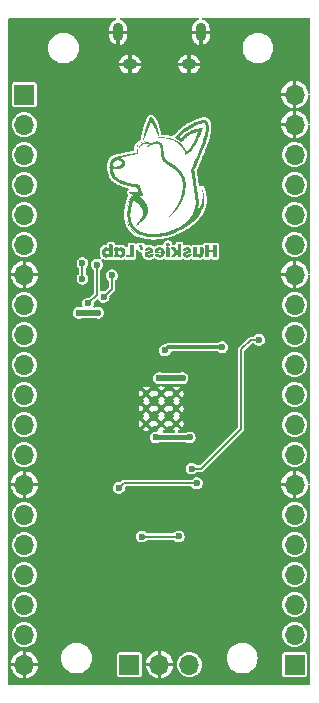
<source format=gbl>
%TF.GenerationSoftware,KiCad,Pcbnew,(6.0.8)*%
%TF.CreationDate,2023-06-24T19:25:15-06:00*%
%TF.ProjectId,RP2040_devBoard,52503230-3430-45f6-9465-76426f617264,rev?*%
%TF.SameCoordinates,Original*%
%TF.FileFunction,Copper,L2,Bot*%
%TF.FilePolarity,Positive*%
%FSLAX46Y46*%
G04 Gerber Fmt 4.6, Leading zero omitted, Abs format (unit mm)*
G04 Created by KiCad (PCBNEW (6.0.8)) date 2023-06-24 19:25:15*
%MOMM*%
%LPD*%
G01*
G04 APERTURE LIST*
%TA.AperFunction,ComponentPad*%
%ADD10O,1.250000X0.950000*%
%TD*%
%TA.AperFunction,ComponentPad*%
%ADD11O,0.890000X1.550000*%
%TD*%
%TA.AperFunction,ComponentPad*%
%ADD12C,0.600000*%
%TD*%
%TA.AperFunction,ComponentPad*%
%ADD13R,1.700000X1.700000*%
%TD*%
%TA.AperFunction,ComponentPad*%
%ADD14O,1.700000X1.700000*%
%TD*%
%TA.AperFunction,ViaPad*%
%ADD15C,0.600000*%
%TD*%
%TA.AperFunction,Conductor*%
%ADD16C,0.300000*%
%TD*%
%TA.AperFunction,Conductor*%
%ADD17C,0.400000*%
%TD*%
%TA.AperFunction,Conductor*%
%ADD18C,0.500000*%
%TD*%
%TA.AperFunction,Conductor*%
%ADD19C,0.130000*%
%TD*%
G04 APERTURE END LIST*
%TO.C,G\u002A\u002A\u002A*%
G36*
X71936349Y-59911535D02*
G01*
X71936805Y-59998781D01*
X71938237Y-60072448D01*
X71940594Y-60126479D01*
X71943827Y-60159734D01*
X71947884Y-60171072D01*
X71953350Y-60173215D01*
X71959419Y-60188899D01*
X71966715Y-60208526D01*
X71986859Y-60233636D01*
X72011919Y-60254586D01*
X72033872Y-60263352D01*
X72042320Y-60264738D01*
X72051698Y-60274887D01*
X72051701Y-60275030D01*
X72062006Y-60283080D01*
X72086303Y-60286422D01*
X72086734Y-60286421D01*
X72110885Y-60282986D01*
X72120908Y-60274887D01*
X72123051Y-60269420D01*
X72138735Y-60263352D01*
X72159082Y-60256444D01*
X72184560Y-60234663D01*
X72204886Y-60205658D01*
X72213188Y-60177364D01*
X72216109Y-60157889D01*
X72224723Y-60148002D01*
X72228281Y-60139814D01*
X72231686Y-60109864D01*
X72234188Y-60059102D01*
X72235731Y-59988743D01*
X72236258Y-59900000D01*
X72236258Y-59651998D01*
X72363966Y-59651998D01*
X72421506Y-59652731D01*
X72465656Y-59655456D01*
X72493389Y-59660573D01*
X72508154Y-59668477D01*
X72511763Y-59673678D01*
X72516304Y-59688089D01*
X72519692Y-59712519D01*
X72522073Y-59749578D01*
X72523592Y-59801875D01*
X72524396Y-59872018D01*
X72524632Y-59962619D01*
X72524627Y-59973701D01*
X72524055Y-60066899D01*
X72522572Y-60141196D01*
X72520223Y-60195551D01*
X72517051Y-60228926D01*
X72513097Y-60240282D01*
X72510008Y-60242090D01*
X72503964Y-60259581D01*
X72501562Y-60289643D01*
X72501329Y-60300982D01*
X72495066Y-60334987D01*
X72478492Y-60355631D01*
X72463958Y-60369544D01*
X72455422Y-60387540D01*
X72447249Y-60407075D01*
X72426770Y-60431001D01*
X72402001Y-60451043D01*
X72380969Y-60459446D01*
X72372521Y-60460833D01*
X72363143Y-60470981D01*
X72358817Y-60477686D01*
X72340073Y-60482516D01*
X72326664Y-60484679D01*
X72317003Y-60494051D01*
X72309843Y-60501638D01*
X72288165Y-60505586D01*
X72269199Y-60508450D01*
X72259328Y-60517121D01*
X72255436Y-60521276D01*
X72234553Y-60526581D01*
X72201653Y-60528656D01*
X72180878Y-60527878D01*
X72154352Y-60523701D01*
X72143978Y-60517121D01*
X72143975Y-60516978D01*
X72133670Y-60508927D01*
X72109373Y-60505586D01*
X72108943Y-60505585D01*
X72084792Y-60502150D01*
X72074768Y-60494051D01*
X72071560Y-60487877D01*
X72054245Y-60482516D01*
X72037822Y-60477463D01*
X72017093Y-60459446D01*
X72002243Y-60445079D01*
X71979942Y-60436376D01*
X71968957Y-60434573D01*
X71959419Y-60424841D01*
X71959083Y-60422084D01*
X71947884Y-60413306D01*
X71945298Y-60414483D01*
X71938907Y-60430553D01*
X71936349Y-60459446D01*
X71936349Y-60505586D01*
X71647974Y-60505586D01*
X71647974Y-59651998D01*
X71936349Y-59651998D01*
X71936349Y-59911535D01*
G37*
G36*
X71176895Y-59652375D02*
G01*
X71225166Y-59654520D01*
X71256291Y-59658329D01*
X71267321Y-59663533D01*
X71267323Y-59663677D01*
X71277628Y-59671727D01*
X71301925Y-59675068D01*
X71302356Y-59675069D01*
X71326507Y-59678504D01*
X71336530Y-59686603D01*
X71340856Y-59693308D01*
X71359600Y-59698138D01*
X71373006Y-59700228D01*
X71382670Y-59709289D01*
X71385035Y-59715405D01*
X71399600Y-59735283D01*
X71423043Y-59760812D01*
X71436204Y-59774944D01*
X71455732Y-59800840D01*
X71463415Y-59818871D01*
X71464779Y-59827189D01*
X71474950Y-59836558D01*
X71475491Y-59836639D01*
X71481179Y-59849095D01*
X71485054Y-59879479D01*
X71486485Y-59923070D01*
X71486474Y-59927127D01*
X71484813Y-59969790D01*
X71480762Y-59998848D01*
X71474950Y-60009582D01*
X71469525Y-60011674D01*
X71463415Y-60027269D01*
X71455923Y-60044577D01*
X71436756Y-60069793D01*
X71412143Y-60096008D01*
X71388319Y-60116597D01*
X71371520Y-60124932D01*
X71368430Y-60125328D01*
X71359600Y-60136467D01*
X71359598Y-60136611D01*
X71349293Y-60144661D01*
X71324995Y-60148002D01*
X71324565Y-60148003D01*
X71300414Y-60151438D01*
X71290390Y-60159537D01*
X71289214Y-60162123D01*
X71273143Y-60168514D01*
X71244251Y-60171072D01*
X71233908Y-60171366D01*
X71208344Y-60175384D01*
X71198111Y-60182607D01*
X71195603Y-60186124D01*
X71176817Y-60191872D01*
X71145679Y-60194142D01*
X71126444Y-60194786D01*
X71092050Y-60202674D01*
X71064934Y-60222455D01*
X71064669Y-60222720D01*
X71042202Y-60250175D01*
X71038664Y-60271703D01*
X71053100Y-60293013D01*
X71056185Y-60295492D01*
X71078096Y-60303758D01*
X71108766Y-60308455D01*
X71140366Y-60309265D01*
X71165067Y-60305871D01*
X71175041Y-60297957D01*
X71179367Y-60291252D01*
X71198111Y-60286422D01*
X71211538Y-60283285D01*
X71221181Y-60268295D01*
X71221291Y-60263992D01*
X71226573Y-60244448D01*
X71242081Y-60231012D01*
X71271004Y-60222670D01*
X71316530Y-60218407D01*
X71381846Y-60217212D01*
X71509555Y-60217212D01*
X71509555Y-60263352D01*
X71509261Y-60273694D01*
X71505243Y-60299258D01*
X71498020Y-60309492D01*
X71492713Y-60311444D01*
X71486485Y-60326794D01*
X71485184Y-60334754D01*
X71474950Y-60344097D01*
X71469484Y-60346239D01*
X71463415Y-60361923D01*
X71463312Y-60363479D01*
X71454200Y-60383293D01*
X71435389Y-60407416D01*
X71414029Y-60427794D01*
X71397276Y-60436376D01*
X71387353Y-60441720D01*
X71371135Y-60459446D01*
X71354659Y-60473732D01*
X71322449Y-60482516D01*
X71300352Y-60485713D01*
X71290390Y-60494051D01*
X71290388Y-60494195D01*
X71280083Y-60502245D01*
X71255786Y-60505586D01*
X71255355Y-60505587D01*
X71231204Y-60509022D01*
X71221181Y-60517121D01*
X71220031Y-60519029D01*
X71202594Y-60524097D01*
X71167110Y-60527446D01*
X71117366Y-60528656D01*
X71100193Y-60528528D01*
X71054583Y-60526591D01*
X71024440Y-60522648D01*
X71013551Y-60517121D01*
X71006392Y-60509535D01*
X70984714Y-60505586D01*
X70965748Y-60502722D01*
X70955876Y-60494051D01*
X70951550Y-60487347D01*
X70932806Y-60482516D01*
X70919398Y-60480353D01*
X70909737Y-60470981D01*
X70907645Y-60465557D01*
X70892050Y-60459446D01*
X70884275Y-60457333D01*
X70861268Y-60442954D01*
X70834375Y-60419458D01*
X70821575Y-60405724D01*
X70802069Y-60379857D01*
X70794387Y-60361783D01*
X70793023Y-60353466D01*
X70782852Y-60344097D01*
X70782311Y-60344016D01*
X70776623Y-60331559D01*
X70772748Y-60301176D01*
X70771317Y-60257584D01*
X70771328Y-60253527D01*
X70772989Y-60210865D01*
X70777040Y-60181807D01*
X70782852Y-60171072D01*
X70788276Y-60168981D01*
X70794387Y-60153385D01*
X70800721Y-60137008D01*
X70820147Y-60111350D01*
X70846245Y-60084848D01*
X70872414Y-60064104D01*
X70892050Y-60055722D01*
X70900367Y-60054358D01*
X70909737Y-60044187D01*
X70914063Y-60037483D01*
X70932806Y-60032652D01*
X70946215Y-60030489D01*
X70955876Y-60021117D01*
X70956225Y-60019604D01*
X70969564Y-60012480D01*
X70996249Y-60009582D01*
X71001547Y-60009483D01*
X71026481Y-60005672D01*
X71036621Y-59998047D01*
X71037798Y-59995462D01*
X71053868Y-59989071D01*
X71082761Y-59986512D01*
X71093104Y-59986218D01*
X71118668Y-59982201D01*
X71128901Y-59974978D01*
X71136493Y-59967291D01*
X71158562Y-59963443D01*
X71184922Y-59958431D01*
X71207965Y-59942994D01*
X71219790Y-59922498D01*
X71217478Y-59902477D01*
X71198111Y-59888465D01*
X71184561Y-59882100D01*
X71175041Y-59870386D01*
X71167118Y-59862302D01*
X71145736Y-59859954D01*
X71119979Y-59864017D01*
X71099021Y-59874047D01*
X71079035Y-59891464D01*
X71053893Y-59914419D01*
X71051488Y-59916632D01*
X71037223Y-59927397D01*
X71019789Y-59934322D01*
X70994210Y-59938238D01*
X70955513Y-59939978D01*
X70898726Y-59940373D01*
X70771317Y-59940373D01*
X70771317Y-59911535D01*
X70774181Y-59892569D01*
X70782852Y-59882698D01*
X70789556Y-59878372D01*
X70794387Y-59859628D01*
X70796550Y-59846219D01*
X70805922Y-59836558D01*
X70811322Y-59834496D01*
X70817457Y-59818952D01*
X70821218Y-59808081D01*
X70838431Y-59783729D01*
X70864453Y-59754848D01*
X70893573Y-59727149D01*
X70920083Y-59706343D01*
X70938270Y-59698138D01*
X70946513Y-59696787D01*
X70955876Y-59686603D01*
X70963036Y-59679017D01*
X70984714Y-59675068D01*
X71003680Y-59672205D01*
X71013551Y-59663533D01*
X71017696Y-59660219D01*
X71041289Y-59655831D01*
X71083185Y-59653001D01*
X71140436Y-59651998D01*
X71176895Y-59652375D01*
G37*
G36*
X69231022Y-60045216D02*
G01*
X69237166Y-60055722D01*
X69243871Y-60060048D01*
X69248701Y-60078792D01*
X69246538Y-60092201D01*
X69237166Y-60101862D01*
X69231957Y-60109214D01*
X69227382Y-60134207D01*
X69225631Y-60171072D01*
X69224406Y-60202328D01*
X69220240Y-60229775D01*
X69214096Y-60240282D01*
X69207392Y-60244608D01*
X69202561Y-60263352D01*
X69200398Y-60276761D01*
X69191026Y-60286422D01*
X69185720Y-60288374D01*
X69179491Y-60303724D01*
X69178190Y-60311684D01*
X69167956Y-60321027D01*
X69162556Y-60323088D01*
X69156421Y-60338633D01*
X69152660Y-60349504D01*
X69135447Y-60373856D01*
X69109425Y-60402737D01*
X69080305Y-60430435D01*
X69053795Y-60451242D01*
X69035608Y-60459446D01*
X69027366Y-60460797D01*
X69018002Y-60470981D01*
X69013676Y-60477686D01*
X68994932Y-60482516D01*
X68981523Y-60484679D01*
X68971862Y-60494051D01*
X68970685Y-60496637D01*
X68954615Y-60503028D01*
X68925722Y-60505586D01*
X68915379Y-60505880D01*
X68889815Y-60509898D01*
X68879582Y-60517121D01*
X68870610Y-60522709D01*
X68843785Y-60527026D01*
X68804605Y-60528656D01*
X68768284Y-60527276D01*
X68740221Y-60523149D01*
X68729628Y-60517121D01*
X68728451Y-60514535D01*
X68712381Y-60508144D01*
X68683488Y-60505586D01*
X68673145Y-60505292D01*
X68647581Y-60501274D01*
X68637348Y-60494051D01*
X68633022Y-60487347D01*
X68614278Y-60482516D01*
X68600869Y-60480353D01*
X68591208Y-60470981D01*
X68589179Y-60465609D01*
X68573692Y-60459446D01*
X68568498Y-60457864D01*
X68547433Y-60443922D01*
X68517263Y-60418688D01*
X68482676Y-60385946D01*
X68452200Y-60354375D01*
X68424826Y-60321265D01*
X68409013Y-60293214D01*
X68401130Y-60264829D01*
X68393086Y-60217212D01*
X68697302Y-60217212D01*
X68729628Y-60251817D01*
X68742484Y-60264519D01*
X68771435Y-60281890D01*
X68809233Y-60286422D01*
X68820588Y-60286083D01*
X68846263Y-60282038D01*
X68856512Y-60274887D01*
X68860838Y-60268182D01*
X68879582Y-60263352D01*
X68894496Y-60259560D01*
X68902652Y-60240282D01*
X68904815Y-60226873D01*
X68914187Y-60217212D01*
X68914331Y-60217209D01*
X68922381Y-60206904D01*
X68925722Y-60182607D01*
X68925722Y-60148002D01*
X68372044Y-60148002D01*
X68372044Y-60067257D01*
X68372051Y-60064036D01*
X68373553Y-60024857D01*
X68375530Y-60009582D01*
X68683488Y-60009582D01*
X68804605Y-60009582D01*
X68819778Y-60009571D01*
X68868794Y-60009086D01*
X68899818Y-60007314D01*
X68916928Y-60003479D01*
X68924203Y-59996804D01*
X68925722Y-59986512D01*
X68923559Y-59973104D01*
X68914187Y-59963443D01*
X68908633Y-59961188D01*
X68902652Y-59945316D01*
X68902627Y-59943840D01*
X68891733Y-59917083D01*
X68864975Y-59898417D01*
X68828101Y-59888613D01*
X68786859Y-59888441D01*
X68747001Y-59898671D01*
X68714273Y-59920074D01*
X68711959Y-59922466D01*
X68691680Y-59951914D01*
X68683488Y-59980221D01*
X68683488Y-60009582D01*
X68375530Y-60009582D01*
X68377149Y-59997071D01*
X68382111Y-59986512D01*
X68386410Y-59981905D01*
X68392974Y-59960107D01*
X68397950Y-59926442D01*
X68401057Y-59903662D01*
X68408369Y-59875039D01*
X68416720Y-59862038D01*
X68422100Y-59858743D01*
X68429718Y-59841061D01*
X68433657Y-59830138D01*
X68451049Y-59806039D01*
X68477147Y-59777428D01*
X68506236Y-59749974D01*
X68532602Y-59729344D01*
X68550532Y-59721208D01*
X68558774Y-59719857D01*
X68568138Y-59709673D01*
X68572464Y-59702969D01*
X68591208Y-59698138D01*
X68604617Y-59695975D01*
X68614278Y-59686603D01*
X68614280Y-59686460D01*
X68624586Y-59678410D01*
X68648883Y-59675068D01*
X68649313Y-59675067D01*
X68673464Y-59671632D01*
X68683488Y-59663533D01*
X68685234Y-59661234D01*
X68704255Y-59656352D01*
X68741382Y-59653149D01*
X68793070Y-59651998D01*
X68814910Y-59652182D01*
X68861294Y-59654184D01*
X68891722Y-59658093D01*
X68902652Y-59663533D01*
X68902655Y-59663677D01*
X68912960Y-59671727D01*
X68937257Y-59675068D01*
X68937687Y-59675069D01*
X68961838Y-59678504D01*
X68971862Y-59686603D01*
X68979133Y-59694216D01*
X69000913Y-59698138D01*
X69017781Y-59703971D01*
X69047020Y-59723218D01*
X69081799Y-59751551D01*
X69117278Y-59784443D01*
X69148613Y-59817365D01*
X69170965Y-59845787D01*
X69179491Y-59865182D01*
X69180828Y-59873340D01*
X69191026Y-59882698D01*
X69196333Y-59884650D01*
X69202561Y-59900000D01*
X69203863Y-59907960D01*
X69214096Y-59917303D01*
X69219305Y-59924654D01*
X69223880Y-59949647D01*
X69225631Y-59986512D01*
X69226856Y-60017768D01*
X69231022Y-60045216D01*
G37*
G36*
X67936375Y-59652308D02*
G01*
X67984080Y-59654412D01*
X68014995Y-59658253D01*
X68025994Y-59663533D01*
X68025997Y-59663677D01*
X68036302Y-59671727D01*
X68060599Y-59675068D01*
X68061030Y-59675069D01*
X68085181Y-59678504D01*
X68095204Y-59686603D01*
X68097266Y-59692003D01*
X68112810Y-59698138D01*
X68123681Y-59701900D01*
X68148034Y-59719113D01*
X68176914Y-59745135D01*
X68204613Y-59774255D01*
X68225419Y-59800764D01*
X68233624Y-59818952D01*
X68234975Y-59827194D01*
X68245159Y-59836558D01*
X68246216Y-59836881D01*
X68251675Y-59851129D01*
X68255349Y-59883333D01*
X68256694Y-59929141D01*
X68256694Y-60021725D01*
X68205090Y-60073328D01*
X68179239Y-60097174D01*
X68152812Y-60117227D01*
X68135880Y-60124932D01*
X68127638Y-60126283D01*
X68118274Y-60136467D01*
X68118272Y-60136611D01*
X68107967Y-60144661D01*
X68083669Y-60148002D01*
X68083239Y-60148003D01*
X68059088Y-60151438D01*
X68049064Y-60159537D01*
X68048716Y-60161051D01*
X68035377Y-60168175D01*
X68008692Y-60171072D01*
X68003394Y-60171172D01*
X67978460Y-60174983D01*
X67968320Y-60182607D01*
X67967143Y-60185193D01*
X67951073Y-60191584D01*
X67922180Y-60194142D01*
X67911837Y-60194436D01*
X67886273Y-60198454D01*
X67876040Y-60205677D01*
X67873785Y-60211231D01*
X67857913Y-60217212D01*
X67856962Y-60217229D01*
X67837216Y-60223488D01*
X67819763Y-60236851D01*
X67810566Y-60251221D01*
X67815584Y-60260502D01*
X67823417Y-60266740D01*
X67829900Y-60287383D01*
X67830957Y-60296177D01*
X67839117Y-60304703D01*
X67859828Y-60308577D01*
X67898332Y-60309492D01*
X67920695Y-60309241D01*
X67950712Y-60306590D01*
X67966552Y-60299579D01*
X67974087Y-60286422D01*
X67980453Y-60272872D01*
X67992167Y-60263352D01*
X67998416Y-60259031D01*
X68002925Y-60240282D01*
X68003249Y-60234469D01*
X68007090Y-60226463D01*
X68018434Y-60221407D01*
X68041173Y-60218628D01*
X68079198Y-60217454D01*
X68136401Y-60217212D01*
X68175633Y-60217415D01*
X68223999Y-60218862D01*
X68256191Y-60222162D01*
X68276480Y-60227852D01*
X68289136Y-60236471D01*
X68300704Y-60252168D01*
X68294079Y-60260502D01*
X68284987Y-60269919D01*
X68279764Y-60293150D01*
X68277007Y-60311185D01*
X68268229Y-60321027D01*
X68262829Y-60323088D01*
X68256694Y-60338633D01*
X68252932Y-60349504D01*
X68235719Y-60373856D01*
X68209698Y-60402737D01*
X68180577Y-60430435D01*
X68154068Y-60451242D01*
X68135880Y-60459446D01*
X68127638Y-60460797D01*
X68118274Y-60470981D01*
X68113948Y-60477686D01*
X68095204Y-60482516D01*
X68081795Y-60484679D01*
X68072134Y-60494051D01*
X68070958Y-60496637D01*
X68054887Y-60503028D01*
X68025994Y-60505586D01*
X68015652Y-60505880D01*
X67990088Y-60509898D01*
X67979855Y-60517121D01*
X67979774Y-60517662D01*
X67967317Y-60523350D01*
X67936934Y-60527225D01*
X67893342Y-60528656D01*
X67889285Y-60528645D01*
X67846623Y-60526984D01*
X67817565Y-60522933D01*
X67806830Y-60517121D01*
X67805654Y-60514535D01*
X67789583Y-60508144D01*
X67760690Y-60505586D01*
X67750348Y-60505292D01*
X67724784Y-60501274D01*
X67714550Y-60494051D01*
X67711342Y-60487877D01*
X67694027Y-60482516D01*
X67677604Y-60477463D01*
X67656875Y-60459446D01*
X67642908Y-60444921D01*
X67624668Y-60436376D01*
X67606438Y-60430467D01*
X67585343Y-60410583D01*
X67576131Y-60386254D01*
X67574730Y-60378429D01*
X67561712Y-60364283D01*
X67559871Y-60363301D01*
X67552711Y-60347803D01*
X67548605Y-60313202D01*
X67547293Y-60257584D01*
X67547345Y-60244561D01*
X67549201Y-60193343D01*
X67553903Y-60162756D01*
X67561712Y-60150886D01*
X67567893Y-60147158D01*
X67576131Y-60128914D01*
X67581853Y-60110090D01*
X67601109Y-60088305D01*
X67624668Y-60078792D01*
X67638210Y-60073612D01*
X67656875Y-60055722D01*
X67671725Y-60041355D01*
X67694027Y-60032652D01*
X67705012Y-60030849D01*
X67714550Y-60021117D01*
X67718442Y-60016962D01*
X67739325Y-60011657D01*
X67772225Y-60009582D01*
X67793001Y-60008804D01*
X67819526Y-60004628D01*
X67829900Y-59998047D01*
X67829903Y-59997904D01*
X67840208Y-59989854D01*
X67864505Y-59986512D01*
X67864935Y-59986512D01*
X67889086Y-59983077D01*
X67899110Y-59974978D01*
X67908722Y-59966897D01*
X67932481Y-59963443D01*
X67955475Y-59959694D01*
X67974105Y-59941167D01*
X67979855Y-59904824D01*
X67976766Y-59892245D01*
X67962552Y-59882698D01*
X67954593Y-59881396D01*
X67945250Y-59871163D01*
X67940924Y-59864458D01*
X67922180Y-59859628D01*
X67908771Y-59861791D01*
X67899110Y-59871163D01*
X67895022Y-59877767D01*
X67876564Y-59882698D01*
X67874861Y-59882773D01*
X67850935Y-59891873D01*
X67825181Y-59911535D01*
X67819017Y-59917520D01*
X67805164Y-59928173D01*
X67788089Y-59934875D01*
X67762832Y-59938536D01*
X67724429Y-59940065D01*
X67667921Y-59940373D01*
X67539498Y-59940373D01*
X67547640Y-59891349D01*
X67550066Y-59878667D01*
X67557988Y-59851225D01*
X67565957Y-59838480D01*
X67570170Y-59835385D01*
X67576131Y-59817991D01*
X67580069Y-59807068D01*
X67597461Y-59782969D01*
X67623559Y-59754358D01*
X67652648Y-59726904D01*
X67679014Y-59706274D01*
X67696944Y-59698138D01*
X67705187Y-59696787D01*
X67714550Y-59686603D01*
X67714553Y-59686460D01*
X67724858Y-59678410D01*
X67749155Y-59675068D01*
X67749586Y-59675067D01*
X67773737Y-59671632D01*
X67783760Y-59663533D01*
X67787010Y-59660534D01*
X67809107Y-59655990D01*
X67849438Y-59653046D01*
X67904877Y-59651998D01*
X67936375Y-59652308D01*
G37*
G36*
X65891898Y-60107500D02*
G01*
X65889960Y-60153110D01*
X65886017Y-60183253D01*
X65880490Y-60194142D01*
X65877905Y-60195318D01*
X65871514Y-60211389D01*
X65868955Y-60240282D01*
X65868685Y-60250617D01*
X65864987Y-60276186D01*
X65858337Y-60286422D01*
X65857756Y-60286473D01*
X65848179Y-60297676D01*
X65839789Y-60322522D01*
X65838867Y-60325900D01*
X65825011Y-60352423D01*
X65800428Y-60385604D01*
X65769897Y-60420324D01*
X65738197Y-60451462D01*
X65710110Y-60473899D01*
X65690414Y-60482516D01*
X65682221Y-60483858D01*
X65672861Y-60494051D01*
X65672858Y-60494195D01*
X65662553Y-60502245D01*
X65638256Y-60505586D01*
X65637826Y-60505587D01*
X65613675Y-60509022D01*
X65603651Y-60517121D01*
X65596300Y-60522330D01*
X65571306Y-60526905D01*
X65534441Y-60528656D01*
X65503186Y-60527431D01*
X65475738Y-60523265D01*
X65465232Y-60517121D01*
X65465229Y-60516978D01*
X65454924Y-60508927D01*
X65430627Y-60505586D01*
X65430196Y-60505585D01*
X65406045Y-60502150D01*
X65396022Y-60494051D01*
X65395452Y-60490637D01*
X65383347Y-60482516D01*
X65379895Y-60481717D01*
X65361576Y-60469724D01*
X65338347Y-60447911D01*
X65330871Y-60440100D01*
X65310589Y-60420964D01*
X65299114Y-60413306D01*
X65297570Y-60414476D01*
X65293740Y-60430542D01*
X65292207Y-60459446D01*
X65292207Y-60505586D01*
X65147196Y-60505586D01*
X65123869Y-60505519D01*
X65064869Y-60504349D01*
X65024435Y-60501454D01*
X64999176Y-60496489D01*
X64985706Y-60489108D01*
X64981588Y-60482444D01*
X64974864Y-60457147D01*
X64970532Y-60421623D01*
X64968774Y-60382484D01*
X64969772Y-60346340D01*
X64973707Y-60319806D01*
X64980763Y-60309492D01*
X64981980Y-60308807D01*
X64986324Y-60292224D01*
X64989567Y-60254844D01*
X64991596Y-60198476D01*
X64992298Y-60124932D01*
X64992255Y-60105463D01*
X64992031Y-60090406D01*
X65292207Y-60090406D01*
X65293736Y-60131808D01*
X65297825Y-60160403D01*
X65303742Y-60171072D01*
X65309296Y-60173326D01*
X65315277Y-60189198D01*
X65320362Y-60207757D01*
X65340303Y-60230522D01*
X65366360Y-60240282D01*
X65375088Y-60241716D01*
X65384487Y-60251817D01*
X65389240Y-60256222D01*
X65411221Y-60261021D01*
X65445045Y-60262559D01*
X65458609Y-60262248D01*
X65492544Y-60258265D01*
X65517198Y-60246453D01*
X65543093Y-60222514D01*
X65556496Y-60208008D01*
X65569943Y-60189222D01*
X65577146Y-60167899D01*
X65580046Y-60137196D01*
X65580581Y-60090270D01*
X65580349Y-60052648D01*
X65578285Y-60019111D01*
X65572336Y-59996581D01*
X65560456Y-59978246D01*
X65540593Y-59957291D01*
X65525788Y-59943071D01*
X65502225Y-59926193D01*
X65475723Y-59918885D01*
X65436254Y-59917303D01*
X65431423Y-59917318D01*
X65391827Y-59919778D01*
X65365473Y-59928318D01*
X65343590Y-59945616D01*
X65341582Y-59947669D01*
X65322938Y-59971932D01*
X65315277Y-59991756D01*
X65313890Y-60000204D01*
X65303742Y-60009582D01*
X65303731Y-60009582D01*
X65297816Y-60020286D01*
X65293731Y-60048907D01*
X65292207Y-60090327D01*
X65292207Y-60090406D01*
X64992031Y-60090406D01*
X64991219Y-60035951D01*
X64988882Y-59984059D01*
X64985359Y-59951596D01*
X64980763Y-59940373D01*
X64977419Y-59937530D01*
X64972466Y-59917669D01*
X64969590Y-59883918D01*
X64968714Y-59842289D01*
X64969759Y-59798798D01*
X64972648Y-59759457D01*
X64977303Y-59730280D01*
X64983647Y-59717280D01*
X64991550Y-59710962D01*
X64981776Y-59700063D01*
X64978032Y-59697294D01*
X64971941Y-59686129D01*
X64983836Y-59670348D01*
X64987455Y-59667207D01*
X65003304Y-59659772D01*
X65029684Y-59655106D01*
X65070766Y-59652689D01*
X65130717Y-59651998D01*
X65183815Y-59652559D01*
X65232099Y-59655696D01*
X65263607Y-59663029D01*
X65281812Y-59676153D01*
X65290187Y-59696662D01*
X65292207Y-59726152D01*
X65292330Y-59732161D01*
X65296179Y-59757193D01*
X65303742Y-59767348D01*
X65309296Y-59765094D01*
X65315277Y-59749222D01*
X65320362Y-59730663D01*
X65340303Y-59707898D01*
X65366360Y-59698138D01*
X65375088Y-59696704D01*
X65384487Y-59686603D01*
X65391646Y-59679017D01*
X65413324Y-59675068D01*
X65432290Y-59672205D01*
X65442162Y-59663533D01*
X65442469Y-59662501D01*
X65456628Y-59657031D01*
X65488742Y-59653347D01*
X65534441Y-59651998D01*
X65542696Y-59652037D01*
X65586464Y-59653807D01*
X65615929Y-59657821D01*
X65626721Y-59663533D01*
X65631047Y-59670238D01*
X65649791Y-59675068D01*
X65663200Y-59677231D01*
X65672861Y-59686603D01*
X65676070Y-59692777D01*
X65693384Y-59698138D01*
X65709807Y-59703191D01*
X65730536Y-59721208D01*
X65744503Y-59735733D01*
X65762744Y-59744278D01*
X65781115Y-59750217D01*
X65802156Y-59770375D01*
X65811281Y-59795362D01*
X65812550Y-59804072D01*
X65821532Y-59813488D01*
X65822996Y-59813863D01*
X65831805Y-59827245D01*
X65839357Y-59853860D01*
X65840486Y-59859335D01*
X65848790Y-59884149D01*
X65857943Y-59894233D01*
X65860411Y-59895408D01*
X65866513Y-59911478D01*
X65868955Y-59940373D01*
X65869250Y-59950715D01*
X65873267Y-59976279D01*
X65880490Y-59986512D01*
X65882398Y-59987662D01*
X65887466Y-60005100D01*
X65890815Y-60040583D01*
X65892024Y-60090270D01*
X65892025Y-60090327D01*
X65891898Y-60107500D01*
G37*
G36*
X64530899Y-60505586D02*
G01*
X64530899Y-60459446D01*
X64530724Y-60449134D01*
X64528319Y-60423549D01*
X64523992Y-60413306D01*
X64521597Y-60414201D01*
X64506511Y-60426263D01*
X64484759Y-60447911D01*
X64477880Y-60454872D01*
X64453106Y-60474591D01*
X64433991Y-60482516D01*
X64424968Y-60484001D01*
X64415549Y-60494051D01*
X64415547Y-60494195D01*
X64405242Y-60502245D01*
X64380945Y-60505586D01*
X64380514Y-60505587D01*
X64356363Y-60509022D01*
X64346340Y-60517121D01*
X64338988Y-60522330D01*
X64313995Y-60526905D01*
X64277130Y-60528656D01*
X64245874Y-60527431D01*
X64218427Y-60523265D01*
X64207920Y-60517121D01*
X64207917Y-60516978D01*
X64197612Y-60508927D01*
X64173315Y-60505586D01*
X64172885Y-60505585D01*
X64148734Y-60502150D01*
X64138710Y-60494051D01*
X64137593Y-60489660D01*
X64123954Y-60482516D01*
X64110897Y-60477314D01*
X64092570Y-60459446D01*
X64078603Y-60444921D01*
X64060363Y-60436376D01*
X64042335Y-60430492D01*
X64021172Y-60411064D01*
X64011826Y-60387839D01*
X64006645Y-60374297D01*
X63988756Y-60355631D01*
X63974204Y-60341816D01*
X63965686Y-60324248D01*
X63964812Y-60318631D01*
X63954151Y-60309492D01*
X63954007Y-60309489D01*
X63945957Y-60299184D01*
X63942616Y-60274887D01*
X63942615Y-60274456D01*
X63939180Y-60250305D01*
X63931081Y-60240282D01*
X63926700Y-60231724D01*
X63922847Y-60202384D01*
X63920402Y-60154459D01*
X63919546Y-60090327D01*
X63919679Y-60078792D01*
X64207920Y-60078792D01*
X64208214Y-60089135D01*
X64212232Y-60114699D01*
X64219455Y-60124932D01*
X64227089Y-60132293D01*
X64230990Y-60154154D01*
X64231200Y-60157919D01*
X64243215Y-60188722D01*
X64270978Y-60223364D01*
X64282739Y-60234788D01*
X64307226Y-60253384D01*
X64333409Y-60261266D01*
X64371909Y-60262559D01*
X64386395Y-60262220D01*
X64420069Y-60258190D01*
X64444570Y-60246370D01*
X64470341Y-60222514D01*
X64481343Y-60210215D01*
X64500321Y-60184046D01*
X64507829Y-60165632D01*
X64509184Y-60157367D01*
X64519364Y-60148002D01*
X64523519Y-60144110D01*
X64528824Y-60123227D01*
X64530899Y-60090327D01*
X64530121Y-60069552D01*
X64525944Y-60043027D01*
X64519364Y-60032652D01*
X64511678Y-60025060D01*
X64507829Y-60002991D01*
X64502768Y-59976727D01*
X64483980Y-59950646D01*
X64456746Y-59940373D01*
X64448018Y-59938938D01*
X64438619Y-59928838D01*
X64431268Y-59923628D01*
X64406275Y-59919054D01*
X64369410Y-59917303D01*
X64338154Y-59918528D01*
X64310706Y-59922693D01*
X64300200Y-59928838D01*
X64297945Y-59934392D01*
X64282073Y-59940373D01*
X64260647Y-59946577D01*
X64239371Y-59969607D01*
X64230990Y-60002991D01*
X64228037Y-60022756D01*
X64219455Y-60032652D01*
X64216869Y-60033829D01*
X64210478Y-60049899D01*
X64207920Y-60078792D01*
X63919679Y-60078792D01*
X63920204Y-60033372D01*
X63922461Y-59983292D01*
X63926148Y-59951499D01*
X63931081Y-59940373D01*
X63938667Y-59933213D01*
X63942616Y-59911535D01*
X63945480Y-59892569D01*
X63954151Y-59882698D01*
X63960855Y-59878372D01*
X63965686Y-59859628D01*
X63967849Y-59846219D01*
X63977221Y-59836558D01*
X63982621Y-59834496D01*
X63988756Y-59818952D01*
X63993412Y-59807323D01*
X64010822Y-59783313D01*
X64036028Y-59754654D01*
X64063569Y-59727081D01*
X64087981Y-59706330D01*
X64103802Y-59698138D01*
X64106821Y-59697756D01*
X64115640Y-59686603D01*
X64115643Y-59686460D01*
X64125948Y-59678410D01*
X64150245Y-59675068D01*
X64150676Y-59675067D01*
X64174827Y-59671632D01*
X64184850Y-59663533D01*
X64185158Y-59662501D01*
X64199317Y-59657031D01*
X64231431Y-59653347D01*
X64277130Y-59651998D01*
X64285385Y-59652037D01*
X64329153Y-59653807D01*
X64358617Y-59657821D01*
X64369410Y-59663533D01*
X64373736Y-59670238D01*
X64392479Y-59675068D01*
X64405888Y-59677231D01*
X64415549Y-59686603D01*
X64417923Y-59692247D01*
X64433991Y-59698138D01*
X64438362Y-59698846D01*
X64460008Y-59710768D01*
X64484759Y-59732743D01*
X64492235Y-59740555D01*
X64512517Y-59759690D01*
X64523992Y-59767348D01*
X64525203Y-59764681D01*
X64527454Y-59744010D01*
X64529261Y-59706219D01*
X64530463Y-59655305D01*
X64530899Y-59595267D01*
X64530988Y-59567761D01*
X64531805Y-59508493D01*
X64533343Y-59458545D01*
X64535430Y-59422499D01*
X64537901Y-59404940D01*
X64550264Y-59393161D01*
X64574905Y-59387087D01*
X64600294Y-59389559D01*
X64615572Y-59401113D01*
X64622194Y-59408679D01*
X64633836Y-59398229D01*
X64635820Y-59395512D01*
X64646729Y-59386740D01*
X64657784Y-59398229D01*
X64659387Y-59400597D01*
X64669841Y-59409730D01*
X64680854Y-59398229D01*
X64682457Y-59395861D01*
X64692911Y-59386728D01*
X64703924Y-59398229D01*
X64705527Y-59400597D01*
X64715980Y-59409730D01*
X64726994Y-59398229D01*
X64728597Y-59395861D01*
X64739050Y-59386728D01*
X64750063Y-59398229D01*
X64750682Y-59399151D01*
X64761611Y-59409495D01*
X64772087Y-59399242D01*
X64774636Y-59395518D01*
X64785270Y-59389433D01*
X64800924Y-59401302D01*
X64802796Y-59403490D01*
X64806793Y-59411490D01*
X64810096Y-59424907D01*
X64812770Y-59445702D01*
X64814880Y-59475837D01*
X64816490Y-59517273D01*
X64817663Y-59571971D01*
X64818464Y-59641894D01*
X64818956Y-59729001D01*
X64819205Y-59835256D01*
X64819273Y-59962619D01*
X64819273Y-60505586D01*
X64530899Y-60505586D01*
G37*
G36*
X72974496Y-59641287D02*
G01*
X72974504Y-59653141D01*
X72975087Y-59723855D01*
X72976770Y-59775086D01*
X72979809Y-59809961D01*
X72984459Y-59831607D01*
X72990974Y-59843149D01*
X72998597Y-59848201D01*
X73018306Y-59853654D01*
X73051216Y-59857175D01*
X73100609Y-59859065D01*
X73169766Y-59859628D01*
X73332080Y-59859628D01*
X73332080Y-59455904D01*
X73620454Y-59455904D01*
X73620454Y-60505586D01*
X73332080Y-60505586D01*
X73332080Y-60078792D01*
X72974496Y-60078792D01*
X72974496Y-60505586D01*
X72686122Y-60505586D01*
X72686122Y-59455904D01*
X72974496Y-59455904D01*
X72974496Y-59641287D01*
G37*
G36*
X70609827Y-60505586D02*
G01*
X70321453Y-60505586D01*
X70321453Y-60349864D01*
X70321418Y-60333863D01*
X70320727Y-60279039D01*
X70319286Y-60234676D01*
X70317271Y-60204976D01*
X70314862Y-60194142D01*
X70314090Y-60194181D01*
X70298301Y-60203949D01*
X70282499Y-60223646D01*
X70275313Y-60242679D01*
X70270133Y-60256222D01*
X70252243Y-60274887D01*
X70237609Y-60288224D01*
X70229173Y-60303724D01*
X70223903Y-60315268D01*
X70206103Y-60332562D01*
X70191656Y-60346963D01*
X70183034Y-60367166D01*
X70177916Y-60382113D01*
X70159964Y-60401771D01*
X70145597Y-60416621D01*
X70136894Y-60438923D01*
X70135215Y-60449899D01*
X70126136Y-60459446D01*
X70118412Y-60463874D01*
X70108056Y-60482516D01*
X70106275Y-60487298D01*
X70100647Y-60494628D01*
X70089267Y-60499688D01*
X70068670Y-60502895D01*
X70035395Y-60504669D01*
X69985976Y-60505426D01*
X69916952Y-60505586D01*
X69876456Y-60505416D01*
X69819572Y-60504530D01*
X69774150Y-60503014D01*
X69744060Y-60501016D01*
X69733170Y-60498679D01*
X69734065Y-60496284D01*
X69746126Y-60481198D01*
X69767775Y-60459446D01*
X69775095Y-60452300D01*
X69794568Y-60429408D01*
X69802380Y-60413542D01*
X69806223Y-60404437D01*
X69822979Y-60382456D01*
X69848519Y-60355631D01*
X69867255Y-60336973D01*
X69886998Y-60315252D01*
X69894659Y-60303724D01*
X69898658Y-60296806D01*
X69915417Y-60277462D01*
X69940799Y-60251817D01*
X69959199Y-60233025D01*
X69979177Y-60208984D01*
X69986939Y-60194142D01*
X69991097Y-60184680D01*
X70008198Y-60162574D01*
X70034020Y-60135563D01*
X70081101Y-60090327D01*
X70034020Y-60045092D01*
X70014743Y-60025373D01*
X69994709Y-60001191D01*
X69986939Y-59986277D01*
X69986155Y-59982672D01*
X69974172Y-59963838D01*
X69952334Y-59940373D01*
X69944589Y-59932939D01*
X69925408Y-59912301D01*
X69917729Y-59900235D01*
X69913737Y-59893230D01*
X69896978Y-59873784D01*
X69871589Y-59848093D01*
X69853203Y-59829296D01*
X69833215Y-59805161D01*
X69825449Y-59790183D01*
X69824665Y-59786577D01*
X69812683Y-59767743D01*
X69790845Y-59744278D01*
X69783884Y-59737399D01*
X69764164Y-59712625D01*
X69756240Y-59693510D01*
X69754755Y-59684487D01*
X69744705Y-59675068D01*
X69741948Y-59674733D01*
X69733170Y-59663533D01*
X69733842Y-59662327D01*
X69750375Y-59657978D01*
X69787706Y-59654732D01*
X69844022Y-59652701D01*
X69917509Y-59651998D01*
X70101849Y-59651998D01*
X70109681Y-59683720D01*
X70119748Y-59708566D01*
X70138738Y-59734096D01*
X70151950Y-59749271D01*
X70159964Y-59769038D01*
X70165125Y-59782996D01*
X70183034Y-59801953D01*
X70197535Y-59816049D01*
X70206103Y-59834868D01*
X70209217Y-59844947D01*
X70225151Y-59866452D01*
X70246868Y-59885818D01*
X70265543Y-59894233D01*
X70270235Y-59896474D01*
X70275313Y-59912359D01*
X70275337Y-59913289D01*
X70283020Y-59934165D01*
X70298900Y-59954376D01*
X70314862Y-59963443D01*
X70316069Y-59958841D01*
X70317802Y-59934720D01*
X70319283Y-59892750D01*
X70320437Y-59836110D01*
X70321186Y-59767982D01*
X70321453Y-59691547D01*
X70321526Y-59638572D01*
X70322080Y-59560749D01*
X70323306Y-59501875D01*
X70325353Y-59459317D01*
X70328372Y-59430438D01*
X70332515Y-59412601D01*
X70337932Y-59403173D01*
X70350938Y-59395843D01*
X70377400Y-59390498D01*
X70419977Y-59387579D01*
X70482119Y-59386694D01*
X70609827Y-59386694D01*
X70609827Y-60505586D01*
G37*
G36*
X69489891Y-59652001D02*
G01*
X69552072Y-59652901D01*
X69594850Y-59655696D01*
X69621662Y-59660762D01*
X69635946Y-59668477D01*
X69637557Y-59670447D01*
X69641721Y-59680496D01*
X69645059Y-59698538D01*
X69647656Y-59726729D01*
X69649595Y-59767221D01*
X69650958Y-59822168D01*
X69651828Y-59893722D01*
X69652290Y-59984039D01*
X69652425Y-60095271D01*
X69652425Y-60505586D01*
X69352516Y-60505586D01*
X69352516Y-59651998D01*
X69485992Y-59651998D01*
X69489891Y-59652001D01*
G37*
G36*
X66595658Y-60505586D02*
G01*
X65961235Y-60505586D01*
X65961235Y-60286422D01*
X66295749Y-60286422D01*
X66295749Y-59455904D01*
X66595658Y-59455904D01*
X66595658Y-60505586D01*
G37*
G36*
X67333896Y-59519346D02*
G01*
X67334925Y-59545456D01*
X67339114Y-59572359D01*
X67345431Y-59582789D01*
X67349586Y-59586681D01*
X67354891Y-59607563D01*
X67356966Y-59640463D01*
X67357745Y-59661239D01*
X67361921Y-59687764D01*
X67368501Y-59698138D01*
X67372656Y-59702030D01*
X67377961Y-59722913D01*
X67380036Y-59755813D01*
X67380815Y-59776588D01*
X67384991Y-59803114D01*
X67391571Y-59813488D01*
X67391715Y-59813491D01*
X67399765Y-59823796D01*
X67403106Y-59848093D01*
X67403106Y-59882698D01*
X67304235Y-59882698D01*
X67281334Y-59882469D01*
X67229119Y-59878868D01*
X67195586Y-59869977D01*
X67177695Y-59854619D01*
X67172407Y-59831614D01*
X67170972Y-59822886D01*
X67160872Y-59813488D01*
X67160728Y-59813485D01*
X67152678Y-59803180D01*
X67149337Y-59778883D01*
X67149336Y-59778471D01*
X67146345Y-59754308D01*
X67139288Y-59744278D01*
X67135127Y-59740343D01*
X67127748Y-59719456D01*
X67121588Y-59686603D01*
X67118060Y-59665730D01*
X67110517Y-59639273D01*
X67102800Y-59628928D01*
X67102663Y-59628926D01*
X67094889Y-59618623D01*
X67091662Y-59594324D01*
X67091661Y-59593893D01*
X67088226Y-59569742D01*
X67080127Y-59559719D01*
X67073423Y-59555393D01*
X67068592Y-59536649D01*
X67066429Y-59523240D01*
X67057057Y-59513579D01*
X67049471Y-59506419D01*
X67045522Y-59484741D01*
X67045522Y-59455904D01*
X67333896Y-59455904D01*
X67333896Y-59519346D01*
G37*
G36*
X69523246Y-59272123D02*
G01*
X69549771Y-59276299D01*
X69560145Y-59282879D01*
X69562237Y-59288304D01*
X69577832Y-59294414D01*
X69585607Y-59296528D01*
X69608614Y-59310907D01*
X69635507Y-59334402D01*
X69660763Y-59363285D01*
X69672632Y-59390518D01*
X69675495Y-59426951D01*
X69674909Y-59446817D01*
X69669380Y-59473981D01*
X69654601Y-59498930D01*
X69626471Y-59530314D01*
X69614483Y-59542648D01*
X69590633Y-59564609D01*
X69569197Y-59576175D01*
X69541680Y-59580804D01*
X69499587Y-59581953D01*
X69461013Y-59580974D01*
X69432393Y-59577188D01*
X69421726Y-59571254D01*
X69419583Y-59565787D01*
X69403899Y-59559719D01*
X69402564Y-59559648D01*
X69381900Y-59550724D01*
X69357759Y-59531406D01*
X69355640Y-59529253D01*
X69339301Y-59507321D01*
X69331463Y-59480074D01*
X69329446Y-59438741D01*
X69329810Y-59415494D01*
X69333964Y-59384180D01*
X69345891Y-59360491D01*
X69369434Y-59334402D01*
X69383168Y-59321603D01*
X69409035Y-59302096D01*
X69427109Y-59294414D01*
X69435426Y-59293050D01*
X69444796Y-59282879D01*
X69448688Y-59278724D01*
X69469570Y-59273419D01*
X69502470Y-59271344D01*
X69523246Y-59272123D01*
G37*
G36*
X67826452Y-56380549D02*
G01*
X67835513Y-56511510D01*
X67827193Y-56640880D01*
X67801542Y-56767884D01*
X67758613Y-56891745D01*
X67698457Y-57011684D01*
X67681281Y-57040478D01*
X67658302Y-57076663D01*
X67634172Y-57111380D01*
X67607737Y-57145777D01*
X67577838Y-57181003D01*
X67543318Y-57218205D01*
X67503023Y-57258531D01*
X67455794Y-57303131D01*
X67400475Y-57353151D01*
X67335910Y-57409741D01*
X67260942Y-57474048D01*
X67174414Y-57547221D01*
X67075169Y-57630407D01*
X67018222Y-57678069D01*
X66961594Y-57725604D01*
X66909568Y-57769416D01*
X66863960Y-57807971D01*
X66826586Y-57839733D01*
X66799260Y-57863167D01*
X66783798Y-57876738D01*
X66767444Y-57891301D01*
X66750434Y-57905521D01*
X66742311Y-57911022D01*
X66742432Y-57910413D01*
X66748887Y-57899425D01*
X66763793Y-57876050D01*
X66785953Y-57842111D01*
X66814173Y-57799428D01*
X66847255Y-57749826D01*
X66884003Y-57695126D01*
X66928326Y-57629378D01*
X66999233Y-57524172D01*
X67061218Y-57432116D01*
X67114934Y-57352176D01*
X67161037Y-57283318D01*
X67200180Y-57224508D01*
X67233017Y-57174712D01*
X67260202Y-57132896D01*
X67282390Y-57098027D01*
X67300233Y-57069070D01*
X67314387Y-57044990D01*
X67325505Y-57024756D01*
X67334241Y-57007331D01*
X67341250Y-56991683D01*
X67347185Y-56976777D01*
X67352700Y-56961579D01*
X67358450Y-56945056D01*
X67382308Y-56854687D01*
X67393609Y-56750268D01*
X67389106Y-56644335D01*
X67368706Y-56540572D01*
X67368449Y-56539653D01*
X67330242Y-56433397D01*
X67275191Y-56325316D01*
X67204045Y-56216280D01*
X67160705Y-56161600D01*
X67484703Y-56161600D01*
X67489155Y-56166051D01*
X67493606Y-56161600D01*
X67489155Y-56157148D01*
X67484703Y-56161600D01*
X67160705Y-56161600D01*
X67117552Y-56107156D01*
X67016461Y-55998814D01*
X66901521Y-55892123D01*
X66773482Y-55787951D01*
X66633091Y-55687167D01*
X66578289Y-55650162D01*
X66541232Y-55754531D01*
X66520068Y-55815945D01*
X66467907Y-55983983D01*
X66421499Y-56158020D01*
X66382548Y-56331353D01*
X66352753Y-56497277D01*
X66351572Y-56505160D01*
X66343159Y-56577201D01*
X66336940Y-56660118D01*
X66332949Y-56749839D01*
X66331217Y-56842289D01*
X66331777Y-56933393D01*
X66334661Y-57019080D01*
X66339901Y-57095273D01*
X66347530Y-57157900D01*
X66368083Y-57267682D01*
X66401571Y-57398081D01*
X66444002Y-57517021D01*
X66496819Y-57627422D01*
X66561461Y-57732200D01*
X66639369Y-57834274D01*
X66731983Y-57936561D01*
X66745733Y-57950622D01*
X66866912Y-58066569D01*
X66987822Y-58167102D01*
X67110487Y-58253149D01*
X67236930Y-58325641D01*
X67369174Y-58385505D01*
X67509242Y-58433671D01*
X67659157Y-58471068D01*
X67820942Y-58498625D01*
X67996621Y-58517271D01*
X68024769Y-58519222D01*
X68104933Y-58522666D01*
X68197037Y-58524233D01*
X68296987Y-58524017D01*
X68400692Y-58522112D01*
X68504056Y-58518612D01*
X68602986Y-58513611D01*
X68693390Y-58507202D01*
X68771174Y-58499481D01*
X68930757Y-58477352D01*
X69171697Y-58432068D01*
X69408940Y-58373355D01*
X69641406Y-58301809D01*
X69868014Y-58218027D01*
X70087683Y-58122605D01*
X70299332Y-58016142D01*
X70501880Y-57899232D01*
X70694247Y-57772473D01*
X70875352Y-57636462D01*
X71044115Y-57491795D01*
X71199454Y-57339069D01*
X71340288Y-57178881D01*
X71465538Y-57011828D01*
X71519888Y-56928805D01*
X71590848Y-56806745D01*
X71659807Y-56671397D01*
X71679653Y-56629005D01*
X71743187Y-56474589D01*
X71791224Y-56322481D01*
X71824560Y-56169235D01*
X71843987Y-56011405D01*
X71850303Y-55845547D01*
X71850275Y-55829952D01*
X71849813Y-55787722D01*
X71848619Y-55746766D01*
X71846484Y-55705200D01*
X71843199Y-55661138D01*
X71838556Y-55612693D01*
X71832347Y-55557981D01*
X71824362Y-55495116D01*
X71814392Y-55422212D01*
X71802230Y-55337384D01*
X71787667Y-55238745D01*
X71770492Y-55124411D01*
X71761478Y-55064418D01*
X71749082Y-54981251D01*
X71735275Y-54888049D01*
X71720659Y-54788904D01*
X71705839Y-54687911D01*
X71691418Y-54589164D01*
X71677999Y-54496756D01*
X71676806Y-54488515D01*
X71660709Y-54377346D01*
X71646044Y-54276206D01*
X71632363Y-54182024D01*
X71619217Y-54091729D01*
X71606157Y-54002248D01*
X71592735Y-53910511D01*
X71578501Y-53813446D01*
X71563007Y-53707981D01*
X71545805Y-53591045D01*
X71526444Y-53459567D01*
X71518173Y-53403305D01*
X71507781Y-53332314D01*
X71498285Y-53267093D01*
X71490027Y-53210009D01*
X71483348Y-53163433D01*
X71478591Y-53129733D01*
X71476100Y-53111278D01*
X71475015Y-53098874D01*
X71475523Y-53084827D01*
X71478648Y-53068432D01*
X71485215Y-53047393D01*
X71496048Y-53019416D01*
X71511971Y-52982205D01*
X71533808Y-52933465D01*
X71562382Y-52870899D01*
X71592202Y-52805688D01*
X71708641Y-52547179D01*
X71820213Y-52293223D01*
X71926633Y-52044600D01*
X72027617Y-51802088D01*
X72122880Y-51566465D01*
X72212139Y-51338510D01*
X72295109Y-51119001D01*
X72371506Y-50908717D01*
X72441045Y-50708436D01*
X72503442Y-50518937D01*
X72558414Y-50340997D01*
X72605674Y-50175396D01*
X72644941Y-50022912D01*
X72675928Y-49884323D01*
X72698352Y-49760408D01*
X72698474Y-49759621D01*
X72705382Y-49702863D01*
X72710330Y-49637538D01*
X72713314Y-49567399D01*
X72714332Y-49496196D01*
X72713380Y-49427683D01*
X72710458Y-49365610D01*
X72705562Y-49313728D01*
X72698688Y-49275791D01*
X72685179Y-49232525D01*
X72658619Y-49177394D01*
X72624974Y-49138146D01*
X72583445Y-49114390D01*
X72533233Y-49105739D01*
X72473538Y-49111802D01*
X72403561Y-49132192D01*
X72392905Y-49136066D01*
X72353710Y-49150299D01*
X72304827Y-49168034D01*
X72251455Y-49187383D01*
X72198794Y-49206462D01*
X72175292Y-49215040D01*
X71954462Y-49302572D01*
X71741640Y-49400053D01*
X71535139Y-49508549D01*
X71333271Y-49629121D01*
X71134350Y-49762834D01*
X70936690Y-49910751D01*
X70738602Y-50073937D01*
X70538401Y-50253455D01*
X70471629Y-50315667D01*
X70493612Y-50331479D01*
X70509145Y-50343162D01*
X70534611Y-50363093D01*
X70562387Y-50385404D01*
X70609178Y-50423517D01*
X70641478Y-50372404D01*
X70683960Y-50313185D01*
X70727308Y-50268769D01*
X70769941Y-50241136D01*
X70788778Y-50229587D01*
X70818538Y-50203517D01*
X70849442Y-50168974D01*
X70861780Y-50153983D01*
X70935724Y-50077453D01*
X71024624Y-50005416D01*
X71129141Y-49937435D01*
X71249932Y-49873073D01*
X71387657Y-49811893D01*
X71583602Y-49736522D01*
X71790454Y-49667296D01*
X71990134Y-49611451D01*
X72180988Y-49569493D01*
X72222356Y-49561759D01*
X72300503Y-49547304D01*
X72362567Y-49536081D01*
X72409495Y-49527927D01*
X72442236Y-49522681D01*
X72461738Y-49520181D01*
X72468949Y-49520264D01*
X72469117Y-49521795D01*
X72465306Y-49536540D01*
X72455725Y-49565105D01*
X72441143Y-49605533D01*
X72422327Y-49655871D01*
X72400045Y-49714164D01*
X72375066Y-49778455D01*
X72348158Y-49846791D01*
X72320088Y-49917217D01*
X72291626Y-49987777D01*
X72263538Y-50056516D01*
X72236593Y-50121480D01*
X72211560Y-50180714D01*
X72189205Y-50232262D01*
X72144973Y-50331038D01*
X72042736Y-50547827D01*
X71941108Y-50747061D01*
X71839966Y-50928904D01*
X71739189Y-51093518D01*
X71638654Y-51241068D01*
X71538238Y-51371717D01*
X71437820Y-51485628D01*
X71337277Y-51582964D01*
X71236488Y-51663890D01*
X71135329Y-51728568D01*
X71033679Y-51777162D01*
X71021288Y-51781943D01*
X70990590Y-51792345D01*
X70967824Y-51797964D01*
X70957200Y-51797670D01*
X70955938Y-51795241D01*
X70951434Y-51778268D01*
X70946150Y-51749855D01*
X70940985Y-51714597D01*
X70937487Y-51690150D01*
X70909254Y-51564651D01*
X70864262Y-51439124D01*
X70803314Y-51315038D01*
X70727212Y-51193862D01*
X70636755Y-51077065D01*
X70532746Y-50966116D01*
X70470258Y-50907870D01*
X70353509Y-50812037D01*
X70230022Y-50727212D01*
X70098406Y-50652788D01*
X69957272Y-50588158D01*
X69805228Y-50532718D01*
X69640884Y-50485860D01*
X69462851Y-50446978D01*
X69269737Y-50415467D01*
X69208162Y-50407366D01*
X69127540Y-50397642D01*
X69035076Y-50387181D01*
X68933835Y-50376284D01*
X68826885Y-50365255D01*
X68717291Y-50354397D01*
X68608120Y-50344015D01*
X68502439Y-50334410D01*
X68403314Y-50325888D01*
X68313812Y-50318750D01*
X68236999Y-50313300D01*
X68234665Y-50313134D01*
X68232153Y-50312410D01*
X68245478Y-50311979D01*
X68272980Y-50311842D01*
X68313001Y-50312000D01*
X68363881Y-50312453D01*
X68423960Y-50313203D01*
X68484212Y-50314205D01*
X68547628Y-50315601D01*
X68604946Y-50317212D01*
X68653240Y-50318943D01*
X68689582Y-50320701D01*
X68711047Y-50322393D01*
X68757755Y-50328215D01*
X68687350Y-50182307D01*
X68684788Y-50176985D01*
X68658419Y-50121052D01*
X68627858Y-50054579D01*
X68595503Y-49982873D01*
X68563749Y-49911240D01*
X68534994Y-49844986D01*
X68511526Y-49790328D01*
X68454896Y-49659977D01*
X68403487Y-49544152D01*
X68356560Y-49441304D01*
X68313374Y-49349883D01*
X68273187Y-49268340D01*
X68235260Y-49195128D01*
X68198852Y-49128696D01*
X68163221Y-49067497D01*
X68104365Y-48969482D01*
X68080856Y-49022183D01*
X68072297Y-49041859D01*
X68059971Y-49071169D01*
X68044087Y-49109740D01*
X68024278Y-49158488D01*
X68000177Y-49218326D01*
X67971417Y-49290170D01*
X67937630Y-49374934D01*
X67898450Y-49473532D01*
X67853510Y-49586881D01*
X67802442Y-49715894D01*
X67784215Y-49761828D01*
X67752281Y-49841712D01*
X67719937Y-49921964D01*
X67688561Y-49999192D01*
X67659533Y-50070009D01*
X67634234Y-50131023D01*
X67614042Y-50178845D01*
X67593761Y-50225390D01*
X67570019Y-50278543D01*
X67544079Y-50335596D01*
X67516997Y-50394314D01*
X67489834Y-50452458D01*
X67463646Y-50507793D01*
X67439493Y-50558083D01*
X67418434Y-50601090D01*
X67401526Y-50634579D01*
X67389828Y-50656312D01*
X67384399Y-50664053D01*
X67383153Y-50657580D01*
X67384974Y-50635537D01*
X67389893Y-50599723D01*
X67397535Y-50552071D01*
X67407529Y-50494513D01*
X67419501Y-50428980D01*
X67433077Y-50357404D01*
X67447886Y-50281716D01*
X67463553Y-50203850D01*
X67479706Y-50125735D01*
X67495972Y-50049305D01*
X67511977Y-49976491D01*
X67527348Y-49909224D01*
X67541714Y-49849437D01*
X67569083Y-49743200D01*
X67599393Y-49632971D01*
X67631915Y-49520968D01*
X67666001Y-49409098D01*
X67701002Y-49299265D01*
X67736268Y-49193377D01*
X67771150Y-49093338D01*
X67804999Y-49001054D01*
X67837165Y-48918431D01*
X67867000Y-48847376D01*
X67893854Y-48789792D01*
X67917078Y-48747587D01*
X67937675Y-48718791D01*
X67980087Y-48678687D01*
X68027919Y-48654461D01*
X68079666Y-48646748D01*
X68133821Y-48656183D01*
X68138096Y-48657664D01*
X68189941Y-48685077D01*
X68241899Y-48729661D01*
X68293720Y-48790835D01*
X68345151Y-48868016D01*
X68395940Y-48960622D01*
X68445834Y-49068072D01*
X68494582Y-49189783D01*
X68541931Y-49325173D01*
X68587630Y-49473660D01*
X68631427Y-49634662D01*
X68673068Y-49807597D01*
X68712303Y-49991884D01*
X68723995Y-50051557D01*
X68735303Y-50111499D01*
X68745352Y-50166925D01*
X68753360Y-50213526D01*
X68758546Y-50246996D01*
X68769184Y-50324051D01*
X68890368Y-50329119D01*
X68961608Y-50332236D01*
X69098908Y-50339238D01*
X69221526Y-50347121D01*
X69331572Y-50356186D01*
X69431158Y-50366739D01*
X69522395Y-50379084D01*
X69607395Y-50393523D01*
X69688269Y-50410360D01*
X69767129Y-50429900D01*
X69846085Y-50452446D01*
X69927248Y-50478302D01*
X69952423Y-50486840D01*
X70125025Y-50554489D01*
X70286788Y-50634218D01*
X70436923Y-50725447D01*
X70574636Y-50827597D01*
X70699136Y-50940088D01*
X70809630Y-51062341D01*
X70905327Y-51193777D01*
X70930540Y-51233805D01*
X70982795Y-51324952D01*
X71026531Y-51413241D01*
X71059413Y-51494120D01*
X71083695Y-51562988D01*
X71120424Y-51534478D01*
X71166999Y-51495217D01*
X71240036Y-51422358D01*
X71315675Y-51334238D01*
X71393108Y-51232123D01*
X71471523Y-51117274D01*
X71550111Y-50990958D01*
X71628060Y-50854438D01*
X71704562Y-50708978D01*
X71778805Y-50555842D01*
X71849979Y-50396293D01*
X71857461Y-50378610D01*
X71875580Y-50334813D01*
X71896423Y-50283424D01*
X71919052Y-50226853D01*
X71942531Y-50167513D01*
X71965921Y-50107813D01*
X71988284Y-50050165D01*
X72008684Y-49996979D01*
X72026183Y-49950667D01*
X72039843Y-49913639D01*
X72048726Y-49888305D01*
X72051896Y-49877078D01*
X72046377Y-49876969D01*
X72026562Y-49880844D01*
X71995215Y-49888348D01*
X71955362Y-49898673D01*
X71910031Y-49911009D01*
X71862251Y-49924549D01*
X71815050Y-49938483D01*
X71771454Y-49952002D01*
X71745883Y-49960391D01*
X71684172Y-49981905D01*
X71616341Y-50006941D01*
X71546225Y-50033973D01*
X71477661Y-50061477D01*
X71414484Y-50087929D01*
X71360529Y-50111804D01*
X71319632Y-50131578D01*
X71290321Y-50147243D01*
X71211790Y-50194850D01*
X71144306Y-50246145D01*
X71082864Y-50305249D01*
X71022454Y-50376288D01*
X70994535Y-50410455D01*
X70969954Y-50436313D01*
X70948299Y-50453129D01*
X70926123Y-50464041D01*
X70921280Y-50465958D01*
X70897081Y-50479063D01*
X70876986Y-50498669D01*
X70855622Y-50529785D01*
X70842201Y-50550422D01*
X70793413Y-50609095D01*
X70736712Y-50653364D01*
X70669510Y-50685391D01*
X70626855Y-50699108D01*
X70584142Y-50706302D01*
X70547710Y-50702247D01*
X70512920Y-50686285D01*
X70475134Y-50657755D01*
X70470736Y-50654001D01*
X70443221Y-50630955D01*
X70406908Y-50601019D01*
X70366007Y-50567650D01*
X70324731Y-50534304D01*
X70320426Y-50530833D01*
X70276355Y-50494194D01*
X70231189Y-50454934D01*
X70189999Y-50417545D01*
X70157854Y-50386516D01*
X70093360Y-50320978D01*
X70233529Y-50182475D01*
X70308904Y-50109046D01*
X70515654Y-49918589D01*
X70723114Y-49743807D01*
X70933196Y-49583212D01*
X71147811Y-49435314D01*
X71368872Y-49298626D01*
X71511484Y-49218450D01*
X71652002Y-49146442D01*
X71795199Y-49080435D01*
X71946109Y-49018110D01*
X72109765Y-48957145D01*
X72126226Y-48951290D01*
X72203859Y-48923677D01*
X72267126Y-48901299D01*
X72318077Y-48883602D01*
X72358760Y-48870033D01*
X72391226Y-48860040D01*
X72417523Y-48853067D01*
X72439700Y-48848563D01*
X72459808Y-48845973D01*
X72479894Y-48844745D01*
X72502009Y-48844326D01*
X72528201Y-48844161D01*
X72580254Y-48845023D01*
X72634354Y-48850592D01*
X72680198Y-48862488D01*
X72722891Y-48882136D01*
X72767535Y-48910960D01*
X72807514Y-48944707D01*
X72858881Y-49005888D01*
X72902967Y-49081027D01*
X72938814Y-49168402D01*
X72965464Y-49266297D01*
X72973174Y-49315283D01*
X72978817Y-49380854D01*
X72981699Y-49455302D01*
X72981819Y-49534109D01*
X72979176Y-49612758D01*
X72973768Y-49686729D01*
X72965595Y-49751505D01*
X72951010Y-49835096D01*
X72932492Y-49931397D01*
X72911840Y-50031232D01*
X72890480Y-50127716D01*
X72869838Y-50213963D01*
X72840780Y-50323372D01*
X72799281Y-50465605D01*
X72750319Y-50621295D01*
X72694365Y-50789211D01*
X72631890Y-50968123D01*
X72563364Y-51156799D01*
X72489259Y-51354009D01*
X72410046Y-51558522D01*
X72326195Y-51769106D01*
X72238177Y-51984530D01*
X72146463Y-52203565D01*
X72051524Y-52424977D01*
X71953831Y-52647537D01*
X71853855Y-52870014D01*
X71743415Y-53112883D01*
X71768197Y-53283999D01*
X71768947Y-53289181D01*
X71776197Y-53339098D01*
X71785517Y-53403098D01*
X71796448Y-53478044D01*
X71808533Y-53560802D01*
X71821314Y-53648235D01*
X71834334Y-53737208D01*
X71847133Y-53824586D01*
X71856186Y-53886401D01*
X71872005Y-53994632D01*
X71889098Y-54111790D01*
X71906693Y-54232568D01*
X71924016Y-54351656D01*
X71940294Y-54463746D01*
X71954753Y-54563528D01*
X71956754Y-54577335D01*
X71969433Y-54664244D01*
X71982312Y-54751543D01*
X71994938Y-54836231D01*
X72006858Y-54915303D01*
X72017621Y-54985757D01*
X72026774Y-55044590D01*
X72033865Y-55088799D01*
X72049255Y-55183818D01*
X72065524Y-55289523D01*
X72078706Y-55383087D01*
X72089089Y-55467456D01*
X72096964Y-55545574D01*
X72102620Y-55620388D01*
X72106347Y-55694841D01*
X72108434Y-55771880D01*
X72109171Y-55854450D01*
X72109193Y-55897096D01*
X72108706Y-55971484D01*
X72107155Y-56033699D01*
X72104115Y-56087502D01*
X72099160Y-56136651D01*
X72091862Y-56184907D01*
X72081798Y-56236030D01*
X72068539Y-56293779D01*
X72051661Y-56361915D01*
X72013208Y-56498154D01*
X71950841Y-56672508D01*
X71873530Y-56844794D01*
X71872926Y-56846019D01*
X71856953Y-56879492D01*
X71846264Y-56904044D01*
X71841791Y-56917357D01*
X71844462Y-56917117D01*
X71876677Y-56878427D01*
X71955313Y-56779522D01*
X72024162Y-56685335D01*
X72086391Y-56591402D01*
X72145168Y-56493255D01*
X72170513Y-56447653D01*
X72257368Y-56268402D01*
X72328241Y-56081789D01*
X72383039Y-55888385D01*
X72421670Y-55688763D01*
X72444042Y-55483494D01*
X72450061Y-55273149D01*
X72439636Y-55058300D01*
X72412674Y-54839518D01*
X72408857Y-54815584D01*
X72401020Y-54766085D01*
X72394099Y-54721919D01*
X72388733Y-54687166D01*
X72385558Y-54665911D01*
X72380504Y-54630299D01*
X72393289Y-54661460D01*
X72413250Y-54711834D01*
X72454708Y-54827640D01*
X72493004Y-54949482D01*
X72526628Y-55072040D01*
X72554071Y-55189991D01*
X72573825Y-55298018D01*
X72580607Y-55354430D01*
X72586208Y-55430266D01*
X72589647Y-55514893D01*
X72590922Y-55603900D01*
X72590028Y-55692877D01*
X72586962Y-55777413D01*
X72581722Y-55853098D01*
X72574302Y-55915522D01*
X72561597Y-55987036D01*
X72541579Y-56079831D01*
X72517959Y-56173725D01*
X72492337Y-56262430D01*
X72466315Y-56339658D01*
X72426758Y-56439419D01*
X72338796Y-56624905D01*
X72234018Y-56805578D01*
X72112725Y-56981101D01*
X71975221Y-57151140D01*
X71821807Y-57315357D01*
X71652788Y-57473417D01*
X71468465Y-57624984D01*
X71269141Y-57769720D01*
X71055118Y-57907291D01*
X71044507Y-57913676D01*
X71002510Y-57938337D01*
X70954199Y-57965782D01*
X70898370Y-57996651D01*
X70833819Y-58031589D01*
X70759341Y-58071236D01*
X70673733Y-58116236D01*
X70575790Y-58167231D01*
X70464309Y-58224862D01*
X70338086Y-58289772D01*
X70333602Y-58292070D01*
X70105268Y-58400473D01*
X69867154Y-58497460D01*
X69622085Y-58582218D01*
X69372884Y-58653931D01*
X69122374Y-58711786D01*
X68873381Y-58754968D01*
X68628727Y-58782664D01*
X68627807Y-58782738D01*
X68575151Y-58785932D01*
X68508935Y-58788342D01*
X68433077Y-58789964D01*
X68351495Y-58790796D01*
X68268108Y-58790837D01*
X68186834Y-58790084D01*
X68111593Y-58788534D01*
X68046302Y-58786186D01*
X67994880Y-58783036D01*
X67953250Y-58779334D01*
X67865338Y-58769912D01*
X67776189Y-58758442D01*
X67689607Y-58745511D01*
X67609397Y-58731709D01*
X67539363Y-58717625D01*
X67483307Y-58703846D01*
X67479926Y-58702893D01*
X67310724Y-58645964D01*
X67145391Y-58572532D01*
X66985465Y-58483728D01*
X66832482Y-58380682D01*
X66687979Y-58264526D01*
X66553495Y-58136390D01*
X66430567Y-57997405D01*
X66320733Y-57848701D01*
X66292513Y-57804336D01*
X66229209Y-57685029D01*
X66175019Y-57552563D01*
X66130668Y-57408855D01*
X66096880Y-57255824D01*
X66089042Y-57209307D01*
X66068877Y-57035631D01*
X66062154Y-56856004D01*
X66068968Y-56669827D01*
X66089416Y-56476504D01*
X66123594Y-56275438D01*
X66171598Y-56066033D01*
X66233526Y-55847691D01*
X66309473Y-55619816D01*
X66399535Y-55381811D01*
X66419552Y-55333448D01*
X66436697Y-55296552D01*
X66449201Y-55275716D01*
X66457330Y-55270427D01*
X66475057Y-55278769D01*
X66508032Y-55297130D01*
X66551256Y-55323033D01*
X66602393Y-55354942D01*
X66659104Y-55391321D01*
X66719052Y-55430635D01*
X66779900Y-55471347D01*
X66839310Y-55511923D01*
X66894945Y-55550826D01*
X66944468Y-55586521D01*
X66985541Y-55617471D01*
X67029822Y-55653037D01*
X67103221Y-55716403D01*
X67176329Y-55784493D01*
X67246767Y-55854814D01*
X67312154Y-55924871D01*
X67370112Y-55992173D01*
X67418260Y-56054225D01*
X67454219Y-56108533D01*
X67465879Y-56127743D01*
X67477368Y-56144157D01*
X67482024Y-56147112D01*
X67480264Y-56138216D01*
X67472508Y-56119073D01*
X67459173Y-56091292D01*
X67440676Y-56056477D01*
X67438781Y-56053068D01*
X67385255Y-55965291D01*
X67323414Y-55879891D01*
X67250660Y-55793546D01*
X67164398Y-55702932D01*
X67162454Y-55700991D01*
X67104489Y-55644786D01*
X67043760Y-55589330D01*
X66978690Y-55533407D01*
X66907704Y-55475802D01*
X66829225Y-55415298D01*
X66741677Y-55350677D01*
X66643483Y-55280725D01*
X66533067Y-55204225D01*
X66408853Y-55119960D01*
X66236801Y-55004222D01*
X66643202Y-55001906D01*
X66736010Y-55001346D01*
X66815920Y-55000757D01*
X66880955Y-55000091D01*
X66932608Y-54999284D01*
X66972368Y-54998268D01*
X67001726Y-54996978D01*
X67022173Y-54995348D01*
X67035199Y-54993311D01*
X67042294Y-54990802D01*
X67044951Y-54987753D01*
X67044659Y-54984100D01*
X67043560Y-54980937D01*
X67036712Y-54962485D01*
X67024827Y-54931130D01*
X67008916Y-54889518D01*
X66989987Y-54840293D01*
X66969051Y-54786100D01*
X66957710Y-54756869D01*
X66936884Y-54703861D01*
X66920765Y-54664442D01*
X66908282Y-54636497D01*
X66898362Y-54617912D01*
X66889935Y-54606573D01*
X66881927Y-54600365D01*
X66873267Y-54597175D01*
X66865424Y-54595386D01*
X66840305Y-54590146D01*
X66802205Y-54582478D01*
X66753908Y-54572934D01*
X66698197Y-54562066D01*
X66637857Y-54550429D01*
X66490282Y-54520606D01*
X66316314Y-54481594D01*
X66146133Y-54439343D01*
X65981738Y-54394456D01*
X65825127Y-54347538D01*
X65678300Y-54299192D01*
X65543255Y-54250020D01*
X65421991Y-54200627D01*
X65316506Y-54151614D01*
X65303515Y-54145033D01*
X65171786Y-54069884D01*
X65055278Y-53986564D01*
X64952932Y-53893863D01*
X64863690Y-53790568D01*
X64786493Y-53675467D01*
X64720280Y-53547349D01*
X64663994Y-53405001D01*
X64641873Y-53337578D01*
X64599103Y-53179030D01*
X64571192Y-53026405D01*
X64558182Y-52880416D01*
X64560116Y-52741774D01*
X64577037Y-52611190D01*
X64582743Y-52589434D01*
X64858364Y-52589434D01*
X64861862Y-52617002D01*
X64871559Y-52649513D01*
X64874146Y-52656967D01*
X64891214Y-52702801D01*
X64908904Y-52745488D01*
X64925642Y-52781595D01*
X64939853Y-52807692D01*
X64949960Y-52820344D01*
X64963131Y-52823551D01*
X64989563Y-52825466D01*
X65023690Y-52825782D01*
X65060322Y-52824460D01*
X65094272Y-52821459D01*
X65135748Y-52815148D01*
X65221140Y-52796099D01*
X65306680Y-52769876D01*
X65386398Y-52738429D01*
X65454328Y-52703711D01*
X65487857Y-52682422D01*
X65529965Y-52651790D01*
X65566007Y-52621231D01*
X65592773Y-52593524D01*
X65607056Y-52571449D01*
X65611242Y-52543499D01*
X65601496Y-52506109D01*
X65575793Y-52462972D01*
X65533886Y-52413556D01*
X65494869Y-52375923D01*
X65434710Y-52329334D01*
X65374035Y-52294808D01*
X65316368Y-52274595D01*
X65291304Y-52269926D01*
X65268005Y-52269185D01*
X65242046Y-52273524D01*
X65206413Y-52283513D01*
X65186001Y-52290395D01*
X65144113Y-52306819D01*
X65097612Y-52327138D01*
X65053321Y-52348457D01*
X65033051Y-52358853D01*
X64999375Y-52377085D01*
X64975446Y-52392745D01*
X64956994Y-52409384D01*
X64939747Y-52430556D01*
X64919434Y-52459814D01*
X64895014Y-52496960D01*
X64873945Y-52533356D01*
X64862060Y-52562867D01*
X64858364Y-52589434D01*
X64582743Y-52589434D01*
X64608988Y-52489375D01*
X64616565Y-52465568D01*
X64628208Y-52424634D01*
X64636885Y-52388997D01*
X64656360Y-52324083D01*
X64693457Y-52253068D01*
X64746051Y-52188294D01*
X64814467Y-52129488D01*
X64899031Y-52076377D01*
X65000068Y-52028688D01*
X65117905Y-51986150D01*
X65124549Y-51984119D01*
X65159871Y-51974536D01*
X65207781Y-51962808D01*
X65264383Y-51949836D01*
X65325778Y-51936519D01*
X65388068Y-51923760D01*
X65451109Y-51911162D01*
X65533759Y-51894441D01*
X65620146Y-51876786D01*
X65703199Y-51859643D01*
X65775846Y-51844457D01*
X65857699Y-51827430D01*
X65948261Y-51809042D01*
X66040837Y-51790650D01*
X66132651Y-51772780D01*
X66220927Y-51755963D01*
X66302888Y-51740726D01*
X66375759Y-51727598D01*
X66436763Y-51717108D01*
X66483126Y-51709785D01*
X66494631Y-51708216D01*
X66540910Y-51703168D01*
X66597037Y-51698431D01*
X66656954Y-51694475D01*
X66714602Y-51691772D01*
X66717041Y-51691686D01*
X66777250Y-51689530D01*
X66822179Y-51687462D01*
X66854255Y-51684843D01*
X66875902Y-51681031D01*
X66889545Y-51675387D01*
X66897610Y-51667270D01*
X66902521Y-51656041D01*
X66906704Y-51641058D01*
X66910163Y-51624877D01*
X66912909Y-51582145D01*
X66908784Y-51528351D01*
X66897608Y-51461785D01*
X66879199Y-51380738D01*
X66875752Y-51366725D01*
X66863254Y-51311274D01*
X66855953Y-51266909D01*
X66853481Y-51228867D01*
X66855468Y-51192386D01*
X66861547Y-51152703D01*
X66879256Y-51090997D01*
X66915761Y-51019422D01*
X66967815Y-50951534D01*
X67034212Y-50888630D01*
X67113751Y-50832003D01*
X67205226Y-50782948D01*
X67237174Y-50768836D01*
X67323903Y-50735566D01*
X67417562Y-50705665D01*
X67512642Y-50680646D01*
X67603631Y-50662020D01*
X67685019Y-50651299D01*
X67690349Y-50650855D01*
X67710039Y-50649369D01*
X67720653Y-50649143D01*
X67720810Y-50650631D01*
X67709132Y-50654286D01*
X67684238Y-50660563D01*
X67644748Y-50669916D01*
X67589284Y-50682799D01*
X67545025Y-50693483D01*
X67434716Y-50724814D01*
X67334887Y-50760920D01*
X67240292Y-50803619D01*
X67228752Y-50809409D01*
X67168466Y-50842198D01*
X67118689Y-50874958D01*
X67073743Y-50911787D01*
X67027946Y-50956782D01*
X66986536Y-51005622D01*
X66953674Y-51060990D01*
X66934041Y-51120650D01*
X66925536Y-51189378D01*
X66924605Y-51215112D01*
X66925048Y-51243243D01*
X66927946Y-51270789D01*
X66934006Y-51302147D01*
X66943937Y-51341714D01*
X66958446Y-51393887D01*
X66977394Y-51466751D01*
X66990515Y-51535584D01*
X66995392Y-51593898D01*
X66992231Y-51644357D01*
X66981236Y-51689627D01*
X66979347Y-51694964D01*
X66961239Y-51730800D01*
X66935668Y-51756599D01*
X66900244Y-51773566D01*
X66852577Y-51782904D01*
X66790276Y-51785819D01*
X66750142Y-51786946D01*
X66683658Y-51792391D01*
X66605994Y-51802490D01*
X66516342Y-51817403D01*
X66413891Y-51837291D01*
X66297832Y-51862312D01*
X66167357Y-51892628D01*
X66021657Y-51928398D01*
X65859922Y-51969781D01*
X65807967Y-51983288D01*
X65741035Y-52000649D01*
X65680539Y-52016295D01*
X65628638Y-52029669D01*
X65587492Y-52040217D01*
X65559258Y-52047382D01*
X65546095Y-52050609D01*
X65533597Y-52054603D01*
X65526316Y-52060622D01*
X65531895Y-52066549D01*
X65549105Y-52079079D01*
X65573855Y-52094864D01*
X65632306Y-52133958D01*
X65714130Y-52205022D01*
X65781822Y-52286821D01*
X65835609Y-52379600D01*
X65836740Y-52381975D01*
X65851709Y-52414664D01*
X65861105Y-52440446D01*
X65866222Y-52465497D01*
X65868352Y-52495994D01*
X65868788Y-52538116D01*
X65868755Y-52543499D01*
X65868620Y-52565922D01*
X65867096Y-52601597D01*
X65863143Y-52628736D01*
X65855748Y-52653128D01*
X65843901Y-52680562D01*
X65842512Y-52683492D01*
X65805462Y-52742283D01*
X65752788Y-52799303D01*
X65686564Y-52853356D01*
X65608863Y-52903248D01*
X65521757Y-52947784D01*
X65427320Y-52985772D01*
X65327624Y-53016015D01*
X65224742Y-53037320D01*
X65220242Y-53038017D01*
X65164494Y-53044562D01*
X65104500Y-53048361D01*
X65043911Y-53049498D01*
X64986379Y-53048058D01*
X64935557Y-53044124D01*
X64895095Y-53037782D01*
X64868646Y-53029115D01*
X64863132Y-53026221D01*
X64844956Y-53017894D01*
X64836355Y-53015991D01*
X64836206Y-53018720D01*
X64838352Y-53035241D01*
X64843206Y-53063122D01*
X64850093Y-53098314D01*
X64865630Y-53165504D01*
X64898728Y-53276098D01*
X64939827Y-53383471D01*
X64987622Y-53485194D01*
X65040810Y-53578834D01*
X65098086Y-53661961D01*
X65158144Y-53732145D01*
X65219681Y-53786955D01*
X65250165Y-53808706D01*
X65336349Y-53861797D01*
X65438700Y-53914875D01*
X65556062Y-53967566D01*
X65687277Y-54019496D01*
X65831191Y-54070288D01*
X65986647Y-54119570D01*
X66152489Y-54166966D01*
X66327560Y-54212103D01*
X66510704Y-54254604D01*
X66700765Y-54294096D01*
X66896588Y-54330205D01*
X67087477Y-54363212D01*
X67108482Y-54416630D01*
X67113267Y-54428807D01*
X67137768Y-54491396D01*
X67164737Y-54560620D01*
X67193487Y-54634691D01*
X67223333Y-54711822D01*
X67253591Y-54790226D01*
X67283573Y-54868115D01*
X67312595Y-54943703D01*
X67339972Y-55015203D01*
X67365017Y-55080826D01*
X67387046Y-55138787D01*
X67405373Y-55187297D01*
X67419312Y-55224570D01*
X67428178Y-55248819D01*
X67431286Y-55258255D01*
X67425484Y-55260762D01*
X67403529Y-55263351D01*
X67366773Y-55265338D01*
X67316864Y-55266638D01*
X67255453Y-55267168D01*
X67079621Y-55267479D01*
X67124135Y-55304175D01*
X67127239Y-55306753D01*
X67164057Y-55339331D01*
X67209230Y-55382086D01*
X67260085Y-55432231D01*
X67313946Y-55486978D01*
X67368141Y-55543539D01*
X67419993Y-55599127D01*
X67466828Y-55650953D01*
X67505972Y-55696231D01*
X67534750Y-55732172D01*
X67594670Y-55817307D01*
X67658532Y-55920319D01*
X67713919Y-56023501D01*
X67757820Y-56121599D01*
X67771073Y-56161600D01*
X67799956Y-56248775D01*
X67826452Y-56380549D01*
G37*
G36*
X66416269Y-55204755D02*
G01*
X66418238Y-55213479D01*
X66413657Y-55230391D01*
X66401688Y-55257872D01*
X66381496Y-55298301D01*
X66328627Y-55408439D01*
X66265181Y-55562548D01*
X66207165Y-55728909D01*
X66155407Y-55904657D01*
X66110735Y-56086923D01*
X66073977Y-56272842D01*
X66045961Y-56459546D01*
X66043442Y-56481309D01*
X66037442Y-56549610D01*
X66032666Y-56628866D01*
X66029159Y-56715489D01*
X66026962Y-56805892D01*
X66026119Y-56896491D01*
X66026674Y-56983699D01*
X66028670Y-57063928D01*
X66032150Y-57133594D01*
X66037157Y-57189110D01*
X66048921Y-57273973D01*
X66079411Y-57431937D01*
X66120222Y-57577618D01*
X66172360Y-57713137D01*
X66236829Y-57840619D01*
X66314636Y-57962186D01*
X66406786Y-58079959D01*
X66514286Y-58196062D01*
X66528088Y-58209821D01*
X66618362Y-58294662D01*
X66710572Y-58371719D01*
X66809825Y-58445044D01*
X66921232Y-58518687D01*
X66930058Y-58524293D01*
X66965226Y-58547522D01*
X66993102Y-58567365D01*
X67011045Y-58581869D01*
X67016413Y-58589079D01*
X67012128Y-58593732D01*
X67004306Y-58595057D01*
X66991202Y-58590882D01*
X66970425Y-58580120D01*
X66939587Y-58561687D01*
X66896300Y-58534497D01*
X66856950Y-58509011D01*
X66712993Y-58406409D01*
X66580479Y-58296728D01*
X66460989Y-58181462D01*
X66356106Y-58062107D01*
X66267413Y-57940158D01*
X66218526Y-57858406D01*
X66162691Y-57747273D01*
X66113168Y-57628865D01*
X66072309Y-57508901D01*
X66042466Y-57393102D01*
X66035255Y-57357534D01*
X66021601Y-57279052D01*
X66011455Y-57200568D01*
X66004563Y-57118550D01*
X66000670Y-57029465D01*
X65999522Y-56929780D01*
X66000864Y-56815964D01*
X66007238Y-56644469D01*
X66021392Y-56462945D01*
X66043638Y-56289225D01*
X66074702Y-56118708D01*
X66115310Y-55946794D01*
X66166189Y-55768885D01*
X66172999Y-55747197D01*
X66194978Y-55681370D01*
X66219503Y-55613035D01*
X66245724Y-55544122D01*
X66272795Y-55476561D01*
X66299865Y-55412279D01*
X66326087Y-55353208D01*
X66350613Y-55301277D01*
X66372594Y-55258414D01*
X66391182Y-55226549D01*
X66405528Y-55207612D01*
X66414783Y-55203532D01*
X66416269Y-55204755D01*
G37*
G36*
X68636103Y-50678432D02*
G01*
X68705789Y-50685095D01*
X68764143Y-50697845D01*
X68786473Y-50705415D01*
X68862523Y-50742171D01*
X68927749Y-50791997D01*
X68980379Y-50853617D01*
X68995710Y-50876982D01*
X69019102Y-50917363D01*
X69039436Y-50960087D01*
X69057188Y-51007085D01*
X69072833Y-51060289D01*
X69086843Y-51121630D01*
X69099695Y-51193038D01*
X69111862Y-51276443D01*
X69123820Y-51373778D01*
X69136042Y-51486972D01*
X69138287Y-51508641D01*
X69149688Y-51612353D01*
X69160730Y-51700902D01*
X69171796Y-51776492D01*
X69183268Y-51841329D01*
X69195529Y-51897616D01*
X69208962Y-51947558D01*
X69223950Y-51993358D01*
X69232146Y-52015858D01*
X69258541Y-52081343D01*
X69286394Y-52137465D01*
X69317837Y-52186553D01*
X69355006Y-52230940D01*
X69400033Y-52272954D01*
X69455052Y-52314928D01*
X69522196Y-52359191D01*
X69603600Y-52408075D01*
X69629555Y-52423228D01*
X69731828Y-52483676D01*
X69829625Y-52542637D01*
X69921084Y-52598940D01*
X70004345Y-52651416D01*
X70077545Y-52698895D01*
X70138823Y-52740210D01*
X70186320Y-52774189D01*
X70259713Y-52831258D01*
X70397293Y-52952119D01*
X70519824Y-53080395D01*
X70628685Y-53217748D01*
X70725258Y-53365842D01*
X70810923Y-53526339D01*
X70857380Y-53630628D01*
X70918615Y-53802985D01*
X70963925Y-53981569D01*
X70993448Y-54165601D01*
X71007322Y-54354297D01*
X71005685Y-54546876D01*
X70988677Y-54742557D01*
X70956434Y-54940557D01*
X70909095Y-55140096D01*
X70846799Y-55340392D01*
X70769684Y-55540663D01*
X70677887Y-55740127D01*
X70571548Y-55938004D01*
X70450804Y-56133510D01*
X70315794Y-56325866D01*
X70237295Y-56427240D01*
X70088921Y-56601566D01*
X69926474Y-56772797D01*
X69752313Y-56938620D01*
X69568797Y-57096723D01*
X69378285Y-57244794D01*
X69350386Y-57265320D01*
X69314546Y-57291625D01*
X69285799Y-57312650D01*
X69266556Y-57326632D01*
X69259231Y-57331808D01*
X69259444Y-57331541D01*
X69267703Y-57323048D01*
X69286920Y-57303616D01*
X69315749Y-57274599D01*
X69352844Y-57237349D01*
X69396858Y-57193219D01*
X69446443Y-57143561D01*
X69500254Y-57089728D01*
X69568447Y-57020958D01*
X69671482Y-56914223D01*
X69763995Y-56814231D01*
X69848191Y-56718368D01*
X69926270Y-56624022D01*
X70000438Y-56528580D01*
X70072896Y-56429427D01*
X70145849Y-56323951D01*
X70173031Y-56283123D01*
X70269051Y-56129534D01*
X70359409Y-55970401D01*
X70442454Y-55809054D01*
X70516534Y-55648825D01*
X70580000Y-55493042D01*
X70631199Y-55345036D01*
X70636350Y-55328338D01*
X70691309Y-55125673D01*
X70731565Y-54926121D01*
X70757194Y-54730480D01*
X70768272Y-54539546D01*
X70764875Y-54354115D01*
X70747081Y-54174984D01*
X70714964Y-54002948D01*
X70668603Y-53838806D01*
X70608072Y-53683352D01*
X70533449Y-53537384D01*
X70444810Y-53401698D01*
X70416217Y-53363855D01*
X70352160Y-53286396D01*
X70281513Y-53210679D01*
X70203017Y-53135700D01*
X70115415Y-53060454D01*
X70017448Y-52983938D01*
X69907857Y-52905146D01*
X69785385Y-52823074D01*
X69648772Y-52736719D01*
X69496761Y-52645075D01*
X69494576Y-52643784D01*
X69430935Y-52605983D01*
X69380183Y-52575235D01*
X69339839Y-52549788D01*
X69307423Y-52527890D01*
X69280453Y-52507789D01*
X69256449Y-52487734D01*
X69232931Y-52465972D01*
X69207416Y-52440752D01*
X69159271Y-52388413D01*
X69111091Y-52325677D01*
X69068947Y-52257564D01*
X69032338Y-52182535D01*
X69000761Y-52099051D01*
X68973714Y-52005573D01*
X68950695Y-51900560D01*
X68931202Y-51782475D01*
X68914732Y-51649777D01*
X68900783Y-51500927D01*
X68895517Y-51437008D01*
X68887277Y-51340700D01*
X68879740Y-51259591D01*
X68872583Y-51192061D01*
X68865485Y-51136491D01*
X68858122Y-51091263D01*
X68850172Y-51054755D01*
X68841312Y-51025349D01*
X68831220Y-51001426D01*
X68819573Y-50981365D01*
X68806048Y-50963547D01*
X68790324Y-50946354D01*
X68780593Y-50936754D01*
X68737362Y-50903655D01*
X68687996Y-50881528D01*
X68629156Y-50869214D01*
X68557504Y-50865554D01*
X68503465Y-50868068D01*
X68422785Y-50879502D01*
X68334591Y-50900530D01*
X68237680Y-50931549D01*
X68130850Y-50972958D01*
X68012899Y-51025151D01*
X67882625Y-51088528D01*
X67873823Y-51092970D01*
X67826637Y-51116660D01*
X67785784Y-51136974D01*
X67753651Y-51152738D01*
X67732622Y-51162781D01*
X67725082Y-51165931D01*
X67726747Y-51162834D01*
X67736187Y-51147161D01*
X67752563Y-51120604D01*
X67774269Y-51085761D01*
X67799696Y-51045233D01*
X67815143Y-51020414D01*
X67838086Y-50982365D01*
X67855975Y-50951164D01*
X67867279Y-50929518D01*
X67870467Y-50920131D01*
X67870077Y-50919656D01*
X67858413Y-50913563D01*
X67834786Y-50904585D01*
X67803778Y-50894484D01*
X67775864Y-50886671D01*
X67748412Y-50881277D01*
X67718913Y-50878697D01*
X67682136Y-50878495D01*
X67632849Y-50880234D01*
X67575931Y-50884513D01*
X67465574Y-50903949D01*
X67365388Y-50937531D01*
X67275783Y-50985104D01*
X67197169Y-51046510D01*
X67162538Y-51083515D01*
X67115750Y-51151832D01*
X67079865Y-51228693D01*
X67056875Y-51309497D01*
X67048770Y-51389641D01*
X67049762Y-51407250D01*
X67054425Y-51443586D01*
X67061780Y-51485567D01*
X67070568Y-51526276D01*
X67079532Y-51558796D01*
X67080766Y-51562611D01*
X67082270Y-51570400D01*
X67076348Y-51562716D01*
X67074856Y-51560098D01*
X67066716Y-51541614D01*
X67055627Y-51512618D01*
X67043540Y-51478138D01*
X67043069Y-51476731D01*
X67029016Y-51427974D01*
X67021832Y-51382786D01*
X67019824Y-51330651D01*
X67024841Y-51253288D01*
X67042296Y-51176903D01*
X67073465Y-51105420D01*
X67119596Y-51036034D01*
X67181935Y-50965940D01*
X67206347Y-50941788D01*
X67239603Y-50911563D01*
X67270902Y-50887941D01*
X67306149Y-50866646D01*
X67351250Y-50843407D01*
X67365409Y-50836506D01*
X67434426Y-50805893D01*
X67497789Y-50784198D01*
X67561276Y-50770072D01*
X67630663Y-50762162D01*
X67711727Y-50759118D01*
X67748623Y-50759032D01*
X67813911Y-50761537D01*
X67866108Y-50768249D01*
X67908205Y-50779870D01*
X67943193Y-50797101D01*
X67974065Y-50820644D01*
X68008643Y-50851883D01*
X68078306Y-50816954D01*
X68147168Y-50785067D01*
X68232694Y-50750774D01*
X68319496Y-50720788D01*
X68399633Y-50698047D01*
X68413064Y-50694943D01*
X68484340Y-50683360D01*
X68560486Y-50677855D01*
X68636103Y-50678432D01*
G37*
%TD*%
D10*
%TO.P,J1,6,Shield*%
%TO.N,GND*%
X66287500Y-44160000D03*
D11*
X65287500Y-41460000D03*
D10*
X71287500Y-44160000D03*
D11*
X72287500Y-41460000D03*
%TD*%
D12*
%TO.P,U1,57,GND*%
%TO.N,GND*%
X67675000Y-73300000D03*
X70225000Y-73300000D03*
X70225000Y-72025000D03*
X68950000Y-73300000D03*
X68950000Y-74575000D03*
X67675000Y-72025000D03*
X67675000Y-74575000D03*
X68950000Y-72025000D03*
X70225000Y-74575000D03*
%TD*%
D13*
%TO.P,J3,1,Pin_1*%
%TO.N,/GPIO17*%
X80225000Y-94975000D03*
D14*
%TO.P,J3,2,Pin_2*%
%TO.N,/GPIO18*%
X80225000Y-92435000D03*
%TO.P,J3,3,Pin_3*%
%TO.N,/GPIO19*%
X80225000Y-89895000D03*
%TO.P,J3,4,Pin_4*%
%TO.N,/GPIO20*%
X80225000Y-87355000D03*
%TO.P,J3,5,Pin_5*%
%TO.N,/GPIO21*%
X80225000Y-84815000D03*
%TO.P,J3,6,Pin_6*%
%TO.N,/GPIO22*%
X80225000Y-82275000D03*
%TO.P,J3,7,Pin_7*%
%TO.N,GND*%
X80225000Y-79735000D03*
%TO.P,J3,8,Pin_8*%
%TO.N,/GPIO23*%
X80225000Y-77195000D03*
%TO.P,J3,9,Pin_9*%
%TO.N,/GPIO24*%
X80225000Y-74655000D03*
%TO.P,J3,10,Pin_10*%
%TO.N,/GPIO25*%
X80225000Y-72115000D03*
%TO.P,J3,11,Pin_11*%
%TO.N,/GPIO26_ADC0*%
X80225000Y-69575000D03*
%TO.P,J3,12,Pin_12*%
%TO.N,/GPIO27_ADC1*%
X80225000Y-67035000D03*
%TO.P,J3,13,Pin_13*%
%TO.N,/GPIO28_ADC2*%
X80225000Y-64495000D03*
%TO.P,J3,14,Pin_14*%
%TO.N,GND*%
X80225000Y-61955000D03*
%TO.P,J3,15,Pin_15*%
%TO.N,/GPIO29_ADC3*%
X80225000Y-59415000D03*
%TO.P,J3,16,Pin_16*%
%TO.N,/RUN*%
X80225000Y-56875000D03*
%TO.P,J3,17,Pin_17*%
%TO.N,VBUS*%
X80225000Y-54335000D03*
%TO.P,J3,18,Pin_18*%
%TO.N,+3V3*%
X80225000Y-51795000D03*
%TO.P,J3,19,Pin_19*%
%TO.N,GND*%
X80225000Y-49255000D03*
%TO.P,J3,20,Pin_20*%
X80225000Y-46715000D03*
%TD*%
D13*
%TO.P,J2,1,Pin_1*%
%TO.N,/GPIO0*%
X57350000Y-46725000D03*
D14*
%TO.P,J2,2,Pin_2*%
%TO.N,/GPIO1*%
X57350000Y-49265000D03*
%TO.P,J2,3,Pin_3*%
%TO.N,/GPIO2*%
X57350000Y-51805000D03*
%TO.P,J2,4,Pin_4*%
%TO.N,/GPIO3*%
X57350000Y-54345000D03*
%TO.P,J2,5,Pin_5*%
%TO.N,/GPIO4*%
X57350000Y-56885000D03*
%TO.P,J2,6,Pin_6*%
%TO.N,/GPIO5*%
X57350000Y-59425000D03*
%TO.P,J2,7,Pin_7*%
%TO.N,GND*%
X57350000Y-61965000D03*
%TO.P,J2,8,Pin_8*%
%TO.N,/GPIO6*%
X57350000Y-64505000D03*
%TO.P,J2,9,Pin_9*%
%TO.N,/GPIO7*%
X57350000Y-67045000D03*
%TO.P,J2,10,Pin_10*%
%TO.N,/GPIO8*%
X57350000Y-69585000D03*
%TO.P,J2,11,Pin_11*%
%TO.N,/GPIO9*%
X57350000Y-72125000D03*
%TO.P,J2,12,Pin_12*%
%TO.N,/GPIO10*%
X57350000Y-74665000D03*
%TO.P,J2,13,Pin_13*%
%TO.N,/GPIO11*%
X57350000Y-77205000D03*
%TO.P,J2,14,Pin_14*%
%TO.N,GND*%
X57350000Y-79745000D03*
%TO.P,J2,15,Pin_15*%
%TO.N,/GPIO12*%
X57350000Y-82285000D03*
%TO.P,J2,16,Pin_16*%
%TO.N,/GPIO13*%
X57350000Y-84825000D03*
%TO.P,J2,17,Pin_17*%
%TO.N,/GPIO14*%
X57350000Y-87365000D03*
%TO.P,J2,18,Pin_18*%
%TO.N,/GPIO15*%
X57350000Y-89905000D03*
%TO.P,J2,19,Pin_19*%
%TO.N,/GPIO16*%
X57350000Y-92445000D03*
%TO.P,J2,20,Pin_20*%
%TO.N,GND*%
X57350000Y-94985000D03*
%TD*%
D13*
%TO.P,J4,1,Pin_1*%
%TO.N,/SWD*%
X66250000Y-94975000D03*
D14*
%TO.P,J4,2,Pin_2*%
%TO.N,GND*%
X68790000Y-94975000D03*
%TO.P,J4,3,Pin_3*%
%TO.N,/SWCLK*%
X71330000Y-94975000D03*
%TD*%
D15*
%TO.N,+3V3*%
X61975500Y-65200000D03*
X69261132Y-68360407D03*
X71340000Y-75750000D03*
X63590000Y-65180000D03*
X68480000Y-75750000D03*
X74110000Y-68110000D03*
%TO.N,GND*%
X76150000Y-55170000D03*
X71940000Y-48120000D03*
X75480000Y-64610000D03*
X63695000Y-56285000D03*
X61160838Y-63680838D03*
X72760000Y-48120000D03*
X71900000Y-83290000D03*
X60840000Y-74920000D03*
X72375000Y-61900000D03*
X72990000Y-64610000D03*
X62225000Y-85950000D03*
X73810000Y-64610000D03*
X74755000Y-45077500D03*
X71900000Y-85100000D03*
X63490000Y-47875000D03*
X60830000Y-74304501D03*
X77370000Y-69590000D03*
X60500000Y-63680000D03*
X61722845Y-69000000D03*
X71900000Y-85920000D03*
X69670000Y-81770000D03*
X71900000Y-84110000D03*
X69100000Y-64610000D03*
X73935000Y-45077500D03*
X72375000Y-62720000D03*
X70330000Y-81770000D03*
X63695000Y-57105000D03*
X62225000Y-85130000D03*
X65910000Y-80990000D03*
X68280000Y-64610000D03*
X64225000Y-47875000D03*
X68540000Y-81770000D03*
X77560000Y-75510000D03*
X68380000Y-93600000D03*
X77550000Y-74730000D03*
X62470000Y-69000000D03*
X77370000Y-68770000D03*
X77370000Y-70360000D03*
X69200000Y-93600000D03*
X67890000Y-81780000D03*
X74660000Y-64610000D03*
X77370000Y-71110000D03*
X76970000Y-55170000D03*
%TO.N,+1V1*%
X68760000Y-70740000D03*
X70740000Y-70740000D03*
%TO.N,/GPIO0*%
X64759162Y-62020838D03*
X64060000Y-63840000D03*
%TO.N,/GPIO16*%
X71950000Y-79620000D03*
X65355500Y-80010000D03*
%TO.N,/RUN*%
X71505838Y-78384162D03*
X77220000Y-67480000D03*
%TO.N,/SWD*%
X67310000Y-84140000D03*
X70409518Y-84129518D03*
%TO.N,/QSPI_SS*%
X62740000Y-64404500D03*
X63490000Y-61110500D03*
%TO.N,/QSPI_SD1*%
X62270000Y-61000000D03*
X62270000Y-62310000D03*
%TD*%
D16*
%TO.N,+3V3*%
X74110000Y-68110000D02*
X74100000Y-68120000D01*
D17*
X68480000Y-75750000D02*
X71340000Y-75750000D01*
D16*
X74100000Y-68120000D02*
X69501539Y-68120000D01*
D18*
X63570000Y-65200000D02*
X61975500Y-65200000D01*
X63590000Y-65180000D02*
X63570000Y-65200000D01*
D16*
X69501539Y-68120000D02*
X69261132Y-68360407D01*
D18*
%TO.N,+1V1*%
X68760000Y-70740000D02*
X70740000Y-70740000D01*
D19*
%TO.N,/GPIO0*%
X64759162Y-63140838D02*
X64060000Y-63840000D01*
X64759162Y-62020838D02*
X64759162Y-63140838D01*
%TO.N,/GPIO16*%
X65355500Y-80010000D02*
X65745500Y-79620000D01*
X65745500Y-79620000D02*
X71950000Y-79620000D01*
%TO.N,/RUN*%
X71505838Y-78384162D02*
X72335838Y-78384162D01*
X72335838Y-78384162D02*
X75710000Y-75010000D01*
X76520000Y-67480000D02*
X77220000Y-67480000D01*
X75710000Y-75010000D02*
X75710000Y-68290000D01*
X75710000Y-68290000D02*
X76520000Y-67480000D01*
%TO.N,/SWD*%
X67310000Y-84140000D02*
X70399036Y-84140000D01*
X70399036Y-84140000D02*
X70409518Y-84129518D01*
%TO.N,/QSPI_SS*%
X63490000Y-61110500D02*
X63490000Y-63654500D01*
X63490000Y-63654500D02*
X62740000Y-64404500D01*
%TO.N,/QSPI_SD1*%
X62270000Y-61000000D02*
X62270000Y-62310000D01*
%TD*%
%TA.AperFunction,Conductor*%
%TO.N,GND*%
G36*
X65111629Y-40234407D02*
G01*
X65147593Y-40283907D01*
X65147593Y-40345093D01*
X65111629Y-40394593D01*
X65081389Y-40409472D01*
X65070432Y-40412697D01*
X64921160Y-40476213D01*
X64911241Y-40481871D01*
X64780583Y-40578024D01*
X64772230Y-40585813D01*
X64667198Y-40709445D01*
X64660858Y-40718951D01*
X64587087Y-40863422D01*
X64583104Y-40874132D01*
X64544228Y-41033009D01*
X64542907Y-41041690D01*
X64542594Y-41046735D01*
X64542500Y-41049768D01*
X64542500Y-41294320D01*
X64546622Y-41307005D01*
X64550743Y-41310000D01*
X66016820Y-41310000D01*
X66029505Y-41305878D01*
X66032500Y-41301757D01*
X66032500Y-41089363D01*
X66032168Y-41083651D01*
X66018121Y-40963163D01*
X66015490Y-40952035D01*
X65960143Y-40799556D01*
X65955025Y-40789335D01*
X65866081Y-40653675D01*
X65858757Y-40644914D01*
X65740987Y-40533350D01*
X65731837Y-40526505D01*
X65591565Y-40445028D01*
X65581086Y-40440472D01*
X65478001Y-40409250D01*
X65427789Y-40374286D01*
X65407718Y-40316487D01*
X65425454Y-40257928D01*
X65474222Y-40220978D01*
X65506698Y-40215500D01*
X72053438Y-40215500D01*
X72111629Y-40234407D01*
X72147593Y-40283907D01*
X72147593Y-40345093D01*
X72111629Y-40394593D01*
X72081389Y-40409472D01*
X72070432Y-40412697D01*
X71921160Y-40476213D01*
X71911241Y-40481871D01*
X71780583Y-40578024D01*
X71772230Y-40585813D01*
X71667198Y-40709445D01*
X71660858Y-40718951D01*
X71587087Y-40863422D01*
X71583104Y-40874132D01*
X71544228Y-41033009D01*
X71542907Y-41041690D01*
X71542594Y-41046735D01*
X71542500Y-41049768D01*
X71542500Y-41294320D01*
X71546622Y-41307005D01*
X71550743Y-41310000D01*
X73016820Y-41310000D01*
X73029505Y-41305878D01*
X73032500Y-41301757D01*
X73032500Y-41089363D01*
X73032168Y-41083651D01*
X73018121Y-40963163D01*
X73015490Y-40952035D01*
X72960143Y-40799556D01*
X72955025Y-40789335D01*
X72866081Y-40653675D01*
X72858757Y-40644914D01*
X72740987Y-40533350D01*
X72731837Y-40526505D01*
X72591565Y-40445028D01*
X72581086Y-40440472D01*
X72478001Y-40409250D01*
X72427789Y-40374286D01*
X72407718Y-40316487D01*
X72425454Y-40257928D01*
X72474222Y-40220978D01*
X72506698Y-40215500D01*
X81465500Y-40215500D01*
X81523691Y-40234407D01*
X81559655Y-40283907D01*
X81564500Y-40314500D01*
X81564500Y-46564331D01*
X81545593Y-46622522D01*
X81496093Y-46658486D01*
X81434907Y-46658486D01*
X81385407Y-46622522D01*
X81366915Y-46573389D01*
X81361003Y-46509048D01*
X81359356Y-46500164D01*
X81304449Y-46305481D01*
X81301208Y-46297037D01*
X81211745Y-46115624D01*
X81207020Y-46107914D01*
X81085994Y-45945840D01*
X81079945Y-45939122D01*
X80931405Y-45801814D01*
X80924240Y-45796315D01*
X80753163Y-45688374D01*
X80745110Y-45684271D01*
X80557229Y-45609314D01*
X80548571Y-45606749D01*
X80390379Y-45575283D01*
X80377132Y-45576851D01*
X80377100Y-45576881D01*
X80375000Y-45584928D01*
X80375000Y-47839679D01*
X80379122Y-47852364D01*
X80380292Y-47853215D01*
X80386272Y-47853725D01*
X80490115Y-47838668D01*
X80498914Y-47836556D01*
X80690450Y-47771538D01*
X80698714Y-47767858D01*
X80875194Y-47669026D01*
X80882652Y-47663900D01*
X81038157Y-47534568D01*
X81044568Y-47528157D01*
X81173900Y-47372652D01*
X81179026Y-47365194D01*
X81277858Y-47188714D01*
X81281538Y-47180450D01*
X81346556Y-46988914D01*
X81348668Y-46980115D01*
X81367525Y-46850061D01*
X81394586Y-46795186D01*
X81448734Y-46766697D01*
X81509287Y-46775477D01*
X81553114Y-46818171D01*
X81564500Y-46864267D01*
X81564500Y-49104331D01*
X81545593Y-49162522D01*
X81496093Y-49198486D01*
X81434907Y-49198486D01*
X81385407Y-49162522D01*
X81366915Y-49113389D01*
X81361003Y-49049048D01*
X81359356Y-49040164D01*
X81304449Y-48845481D01*
X81301208Y-48837037D01*
X81211745Y-48655624D01*
X81207020Y-48647914D01*
X81085994Y-48485840D01*
X81079945Y-48479122D01*
X80931405Y-48341814D01*
X80924240Y-48336315D01*
X80753163Y-48228374D01*
X80745110Y-48224271D01*
X80557229Y-48149314D01*
X80548571Y-48146749D01*
X80390379Y-48115283D01*
X80377132Y-48116851D01*
X80377100Y-48116881D01*
X80375000Y-48124928D01*
X80375000Y-50379679D01*
X80379122Y-50392364D01*
X80380292Y-50393215D01*
X80386272Y-50393725D01*
X80490115Y-50378668D01*
X80498914Y-50376556D01*
X80690450Y-50311538D01*
X80698714Y-50307858D01*
X80875194Y-50209026D01*
X80882652Y-50203900D01*
X81038157Y-50074568D01*
X81044568Y-50068157D01*
X81173900Y-49912652D01*
X81179026Y-49905194D01*
X81277858Y-49728714D01*
X81281538Y-49720450D01*
X81346556Y-49528914D01*
X81348668Y-49520115D01*
X81367525Y-49390061D01*
X81394586Y-49335186D01*
X81448734Y-49306697D01*
X81509287Y-49315477D01*
X81553114Y-49358171D01*
X81564500Y-49404267D01*
X81564500Y-61804331D01*
X81545593Y-61862522D01*
X81496093Y-61898486D01*
X81434907Y-61898486D01*
X81385407Y-61862522D01*
X81366915Y-61813389D01*
X81361003Y-61749048D01*
X81359356Y-61740164D01*
X81304449Y-61545481D01*
X81301208Y-61537037D01*
X81211745Y-61355624D01*
X81207020Y-61347914D01*
X81085994Y-61185840D01*
X81079945Y-61179122D01*
X80931405Y-61041814D01*
X80924240Y-61036315D01*
X80753163Y-60928374D01*
X80745110Y-60924271D01*
X80557229Y-60849314D01*
X80548571Y-60846749D01*
X80390379Y-60815283D01*
X80377132Y-60816851D01*
X80377100Y-60816881D01*
X80375000Y-60824928D01*
X80375000Y-63079679D01*
X80379122Y-63092364D01*
X80380292Y-63093215D01*
X80386272Y-63093725D01*
X80490115Y-63078668D01*
X80498914Y-63076556D01*
X80690450Y-63011538D01*
X80698714Y-63007858D01*
X80875194Y-62909026D01*
X80882652Y-62903900D01*
X81038157Y-62774568D01*
X81044568Y-62768157D01*
X81173900Y-62612652D01*
X81179026Y-62605194D01*
X81277858Y-62428714D01*
X81281538Y-62420450D01*
X81346556Y-62228914D01*
X81348668Y-62220115D01*
X81367525Y-62090061D01*
X81394586Y-62035186D01*
X81448734Y-62006697D01*
X81509287Y-62015477D01*
X81553114Y-62058171D01*
X81564500Y-62104267D01*
X81564500Y-79584331D01*
X81545593Y-79642522D01*
X81496093Y-79678486D01*
X81434907Y-79678486D01*
X81385407Y-79642522D01*
X81366915Y-79593389D01*
X81361003Y-79529048D01*
X81359356Y-79520164D01*
X81304449Y-79325481D01*
X81301208Y-79317037D01*
X81211745Y-79135624D01*
X81207020Y-79127914D01*
X81085994Y-78965840D01*
X81079945Y-78959122D01*
X80931405Y-78821814D01*
X80924240Y-78816315D01*
X80753163Y-78708374D01*
X80745110Y-78704271D01*
X80557229Y-78629314D01*
X80548571Y-78626749D01*
X80390379Y-78595283D01*
X80377132Y-78596851D01*
X80377100Y-78596881D01*
X80375000Y-78604928D01*
X80375000Y-80859679D01*
X80379122Y-80872364D01*
X80380292Y-80873215D01*
X80386272Y-80873725D01*
X80490115Y-80858668D01*
X80498914Y-80856556D01*
X80690450Y-80791538D01*
X80698714Y-80787858D01*
X80875194Y-80689026D01*
X80882652Y-80683900D01*
X81038157Y-80554568D01*
X81044568Y-80548157D01*
X81173900Y-80392652D01*
X81179026Y-80385194D01*
X81277858Y-80208714D01*
X81281538Y-80200450D01*
X81346556Y-80008914D01*
X81348668Y-80000115D01*
X81367525Y-79870061D01*
X81394586Y-79815186D01*
X81448734Y-79786697D01*
X81509287Y-79795477D01*
X81553114Y-79838171D01*
X81564500Y-79884267D01*
X81564500Y-96650500D01*
X81545593Y-96708691D01*
X81496093Y-96744655D01*
X81465500Y-96749500D01*
X56094500Y-96749500D01*
X56036309Y-96730593D01*
X56000345Y-96681093D01*
X55995500Y-96650500D01*
X55995500Y-95144405D01*
X56207898Y-95144405D01*
X56208995Y-95161145D01*
X56210408Y-95170064D01*
X56260200Y-95366121D01*
X56263220Y-95374649D01*
X56347904Y-95558341D01*
X56352422Y-95566167D01*
X56469171Y-95731363D01*
X56475035Y-95738229D01*
X56619931Y-95879381D01*
X56626954Y-95885068D01*
X56795138Y-95997446D01*
X56803093Y-96001764D01*
X56988929Y-96081606D01*
X56997540Y-96084404D01*
X57189830Y-96127914D01*
X57197167Y-96125840D01*
X57199787Y-96122514D01*
X57200000Y-96121317D01*
X57200000Y-96109679D01*
X57500000Y-96109679D01*
X57504122Y-96122364D01*
X57505292Y-96123215D01*
X57511272Y-96123725D01*
X57615115Y-96108668D01*
X57623914Y-96106556D01*
X57815450Y-96041538D01*
X57823714Y-96037858D01*
X58000194Y-95939026D01*
X58007652Y-95933900D01*
X58114846Y-95844748D01*
X65199500Y-95844748D01*
X65211133Y-95903231D01*
X65255448Y-95969552D01*
X65321769Y-96013867D01*
X65331332Y-96015769D01*
X65331334Y-96015770D01*
X65354005Y-96020279D01*
X65380252Y-96025500D01*
X67119748Y-96025500D01*
X67145995Y-96020279D01*
X67168666Y-96015770D01*
X67168668Y-96015769D01*
X67178231Y-96013867D01*
X67244552Y-95969552D01*
X67288867Y-95903231D01*
X67300500Y-95844748D01*
X67300500Y-95134405D01*
X67647898Y-95134405D01*
X67648995Y-95151145D01*
X67650408Y-95160064D01*
X67700200Y-95356121D01*
X67703220Y-95364649D01*
X67787904Y-95548341D01*
X67792422Y-95556167D01*
X67909171Y-95721363D01*
X67915035Y-95728229D01*
X68059931Y-95869381D01*
X68066954Y-95875068D01*
X68235138Y-95987446D01*
X68243093Y-95991764D01*
X68428929Y-96071606D01*
X68437540Y-96074404D01*
X68629830Y-96117914D01*
X68637167Y-96115840D01*
X68639787Y-96112514D01*
X68640000Y-96111317D01*
X68640000Y-96099679D01*
X68940000Y-96099679D01*
X68944122Y-96112364D01*
X68945292Y-96113215D01*
X68951272Y-96113725D01*
X69055115Y-96098668D01*
X69063914Y-96096556D01*
X69255450Y-96031538D01*
X69263714Y-96027858D01*
X69440194Y-95929026D01*
X69447652Y-95923900D01*
X69603157Y-95794568D01*
X69609568Y-95788157D01*
X69738900Y-95632652D01*
X69744026Y-95625194D01*
X69842858Y-95448714D01*
X69846538Y-95440450D01*
X69911556Y-95248914D01*
X69913668Y-95240115D01*
X69928109Y-95140518D01*
X69925850Y-95127372D01*
X69924815Y-95126363D01*
X69918968Y-95125000D01*
X68955680Y-95125000D01*
X68942995Y-95129122D01*
X68940000Y-95133243D01*
X68940000Y-96099679D01*
X68640000Y-96099679D01*
X68640000Y-95140680D01*
X68635878Y-95127995D01*
X68631757Y-95125000D01*
X67662962Y-95125000D01*
X67650277Y-95129122D01*
X67648202Y-95131978D01*
X67647898Y-95134405D01*
X67300500Y-95134405D01*
X67300500Y-94960262D01*
X70274520Y-94960262D01*
X70274925Y-94965082D01*
X70289886Y-95143243D01*
X70291759Y-95165553D01*
X70348544Y-95363586D01*
X70442712Y-95546818D01*
X70570677Y-95708270D01*
X70574357Y-95711402D01*
X70574359Y-95711404D01*
X70664544Y-95788157D01*
X70727564Y-95841791D01*
X70731787Y-95844151D01*
X70731791Y-95844154D01*
X70771342Y-95866258D01*
X70907398Y-95942297D01*
X70911996Y-95943791D01*
X71098724Y-96004463D01*
X71098726Y-96004464D01*
X71103329Y-96005959D01*
X71307894Y-96030351D01*
X71312716Y-96029980D01*
X71312719Y-96029980D01*
X71383259Y-96024552D01*
X71513300Y-96014546D01*
X71711725Y-95959145D01*
X71716038Y-95956966D01*
X71716044Y-95956964D01*
X71891289Y-95868441D01*
X71891291Y-95868440D01*
X71895610Y-95866258D01*
X71923142Y-95844748D01*
X79174500Y-95844748D01*
X79186133Y-95903231D01*
X79230448Y-95969552D01*
X79296769Y-96013867D01*
X79306332Y-96015769D01*
X79306334Y-96015770D01*
X79329005Y-96020279D01*
X79355252Y-96025500D01*
X81094748Y-96025500D01*
X81120995Y-96020279D01*
X81143666Y-96015770D01*
X81143668Y-96015769D01*
X81153231Y-96013867D01*
X81219552Y-95969552D01*
X81263867Y-95903231D01*
X81275500Y-95844748D01*
X81275500Y-94105252D01*
X81263867Y-94046769D01*
X81219552Y-93980448D01*
X81153231Y-93936133D01*
X81143668Y-93934231D01*
X81143666Y-93934230D01*
X81120995Y-93929721D01*
X81094748Y-93924500D01*
X79355252Y-93924500D01*
X79329005Y-93929721D01*
X79306334Y-93934230D01*
X79306332Y-93934231D01*
X79296769Y-93936133D01*
X79230448Y-93980448D01*
X79186133Y-94046769D01*
X79174500Y-94105252D01*
X79174500Y-95844748D01*
X71923142Y-95844748D01*
X71930943Y-95838653D01*
X72054135Y-95742406D01*
X72054139Y-95742402D01*
X72057951Y-95739424D01*
X72067615Y-95728229D01*
X72135216Y-95649911D01*
X72192564Y-95583472D01*
X72202395Y-95566167D01*
X72291934Y-95408550D01*
X72291935Y-95408547D01*
X72294323Y-95404344D01*
X72304202Y-95374649D01*
X72357824Y-95213454D01*
X72357824Y-95213452D01*
X72359351Y-95208863D01*
X72364253Y-95170064D01*
X72384823Y-95007228D01*
X72385171Y-95004474D01*
X72385583Y-94975000D01*
X72375435Y-94871496D01*
X72365952Y-94774780D01*
X72365951Y-94774776D01*
X72365480Y-94769970D01*
X72362520Y-94760164D01*
X72307333Y-94577380D01*
X72305935Y-94572749D01*
X72227376Y-94425000D01*
X74494532Y-94425000D01*
X74514365Y-94651692D01*
X74573261Y-94871496D01*
X74669432Y-95077734D01*
X74671913Y-95081277D01*
X74671914Y-95081279D01*
X74761249Y-95208863D01*
X74799953Y-95264139D01*
X74960861Y-95425047D01*
X74964399Y-95427524D01*
X74964401Y-95427526D01*
X75140189Y-95550613D01*
X75147266Y-95555568D01*
X75353504Y-95651739D01*
X75442563Y-95675602D01*
X75569131Y-95709516D01*
X75569133Y-95709516D01*
X75573308Y-95710635D01*
X75617795Y-95714527D01*
X75741050Y-95725311D01*
X75741061Y-95725311D01*
X75743216Y-95725500D01*
X75856784Y-95725500D01*
X75858939Y-95725311D01*
X75858950Y-95725311D01*
X75982205Y-95714527D01*
X76026692Y-95710635D01*
X76030867Y-95709516D01*
X76030869Y-95709516D01*
X76157437Y-95675602D01*
X76246496Y-95651739D01*
X76452734Y-95555568D01*
X76459811Y-95550613D01*
X76635599Y-95427526D01*
X76635601Y-95427524D01*
X76639139Y-95425047D01*
X76800047Y-95264139D01*
X76838752Y-95208863D01*
X76928086Y-95081279D01*
X76928087Y-95081277D01*
X76930568Y-95077734D01*
X77026739Y-94871496D01*
X77085635Y-94651692D01*
X77105468Y-94425000D01*
X77085635Y-94198308D01*
X77081686Y-94183568D01*
X77027857Y-93982677D01*
X77026739Y-93978504D01*
X76930568Y-93772266D01*
X76800047Y-93585861D01*
X76639139Y-93424953D01*
X76632703Y-93420446D01*
X76456279Y-93296914D01*
X76456277Y-93296913D01*
X76452734Y-93294432D01*
X76246496Y-93198261D01*
X76146264Y-93171404D01*
X76030869Y-93140484D01*
X76030867Y-93140484D01*
X76026692Y-93139365D01*
X75982205Y-93135473D01*
X75858950Y-93124689D01*
X75858939Y-93124689D01*
X75856784Y-93124500D01*
X75743216Y-93124500D01*
X75741061Y-93124689D01*
X75741050Y-93124689D01*
X75617795Y-93135473D01*
X75573308Y-93139365D01*
X75569133Y-93140484D01*
X75569131Y-93140484D01*
X75453736Y-93171404D01*
X75353504Y-93198261D01*
X75147266Y-93294432D01*
X75143723Y-93296913D01*
X75143721Y-93296914D01*
X74967298Y-93420446D01*
X74960861Y-93424953D01*
X74799953Y-93585861D01*
X74669432Y-93772266D01*
X74573261Y-93978504D01*
X74572143Y-93982677D01*
X74518315Y-94183568D01*
X74514365Y-94198308D01*
X74494532Y-94425000D01*
X72227376Y-94425000D01*
X72209218Y-94390849D01*
X72079011Y-94231200D01*
X72044463Y-94202619D01*
X71924002Y-94102965D01*
X71924000Y-94102964D01*
X71920275Y-94099882D01*
X71739055Y-94001897D01*
X71663484Y-93978504D01*
X71546875Y-93942407D01*
X71546871Y-93942406D01*
X71542254Y-93940977D01*
X71537446Y-93940472D01*
X71537443Y-93940471D01*
X71342185Y-93919949D01*
X71342183Y-93919949D01*
X71337369Y-93919443D01*
X71281800Y-93924500D01*
X71137022Y-93937675D01*
X71137017Y-93937676D01*
X71132203Y-93938114D01*
X70934572Y-93996280D01*
X70930288Y-93998519D01*
X70930287Y-93998520D01*
X70919428Y-94004197D01*
X70752002Y-94091726D01*
X70748231Y-94094758D01*
X70595220Y-94217781D01*
X70595217Y-94217783D01*
X70591447Y-94220815D01*
X70588333Y-94224526D01*
X70588332Y-94224527D01*
X70579585Y-94234952D01*
X70459024Y-94378630D01*
X70456689Y-94382878D01*
X70456688Y-94382879D01*
X70449955Y-94395126D01*
X70359776Y-94559162D01*
X70358313Y-94563775D01*
X70358311Y-94563779D01*
X70357278Y-94567037D01*
X70297484Y-94755532D01*
X70296944Y-94760344D01*
X70296944Y-94760345D01*
X70284477Y-94871496D01*
X70274520Y-94960262D01*
X67300500Y-94960262D01*
X67300500Y-94809428D01*
X67651487Y-94809428D01*
X67654090Y-94822511D01*
X67655663Y-94823965D01*
X67660378Y-94825000D01*
X68624320Y-94825000D01*
X68637005Y-94820878D01*
X68640000Y-94816757D01*
X68640000Y-94809320D01*
X68940000Y-94809320D01*
X68944122Y-94822005D01*
X68948243Y-94825000D01*
X69915464Y-94825000D01*
X69928149Y-94820878D01*
X69929818Y-94818582D01*
X69930222Y-94814966D01*
X69926003Y-94769048D01*
X69924356Y-94760164D01*
X69869449Y-94565481D01*
X69866208Y-94557037D01*
X69776745Y-94375624D01*
X69772020Y-94367914D01*
X69650994Y-94205840D01*
X69644945Y-94199122D01*
X69496405Y-94061814D01*
X69489240Y-94056315D01*
X69318163Y-93948374D01*
X69310110Y-93944271D01*
X69122229Y-93869314D01*
X69113571Y-93866749D01*
X68955379Y-93835283D01*
X68942132Y-93836851D01*
X68942100Y-93836881D01*
X68940000Y-93844928D01*
X68940000Y-94809320D01*
X68640000Y-94809320D01*
X68640000Y-93849517D01*
X68635878Y-93836832D01*
X68635274Y-93836393D01*
X68628127Y-93835877D01*
X68495559Y-93858657D01*
X68486823Y-93860998D01*
X68297050Y-93931009D01*
X68288887Y-93934902D01*
X68115047Y-94038326D01*
X68107745Y-94043631D01*
X67955657Y-94177010D01*
X67949434Y-94183568D01*
X67824209Y-94342415D01*
X67819284Y-94349998D01*
X67725097Y-94529018D01*
X67721643Y-94537358D01*
X67661658Y-94730538D01*
X67659777Y-94739389D01*
X67651487Y-94809428D01*
X67300500Y-94809428D01*
X67300500Y-94105252D01*
X67288867Y-94046769D01*
X67244552Y-93980448D01*
X67178231Y-93936133D01*
X67168668Y-93934231D01*
X67168666Y-93934230D01*
X67145995Y-93929721D01*
X67119748Y-93924500D01*
X65380252Y-93924500D01*
X65354005Y-93929721D01*
X65331334Y-93934230D01*
X65331332Y-93934231D01*
X65321769Y-93936133D01*
X65255448Y-93980448D01*
X65211133Y-94046769D01*
X65199500Y-94105252D01*
X65199500Y-95844748D01*
X58114846Y-95844748D01*
X58163157Y-95804568D01*
X58169568Y-95798157D01*
X58298900Y-95642652D01*
X58304026Y-95635194D01*
X58402858Y-95458714D01*
X58406538Y-95450450D01*
X58471556Y-95258914D01*
X58473668Y-95250115D01*
X58488109Y-95150518D01*
X58485850Y-95137372D01*
X58484815Y-95136363D01*
X58478968Y-95135000D01*
X57515680Y-95135000D01*
X57502995Y-95139122D01*
X57500000Y-95143243D01*
X57500000Y-96109679D01*
X57200000Y-96109679D01*
X57200000Y-95150680D01*
X57195878Y-95137995D01*
X57191757Y-95135000D01*
X56222962Y-95135000D01*
X56210277Y-95139122D01*
X56208202Y-95141978D01*
X56207898Y-95144405D01*
X55995500Y-95144405D01*
X55995500Y-94819428D01*
X56211487Y-94819428D01*
X56214090Y-94832511D01*
X56215663Y-94833965D01*
X56220378Y-94835000D01*
X57184320Y-94835000D01*
X57197005Y-94830878D01*
X57200000Y-94826757D01*
X57200000Y-94819320D01*
X57500000Y-94819320D01*
X57504122Y-94832005D01*
X57508243Y-94835000D01*
X58475464Y-94835000D01*
X58488149Y-94830878D01*
X58489818Y-94828582D01*
X58490222Y-94824966D01*
X58486003Y-94779048D01*
X58484356Y-94770164D01*
X58429449Y-94575481D01*
X58426208Y-94567037D01*
X58356163Y-94425000D01*
X60469532Y-94425000D01*
X60489365Y-94651692D01*
X60548261Y-94871496D01*
X60644432Y-95077734D01*
X60646913Y-95081277D01*
X60646914Y-95081279D01*
X60736249Y-95208863D01*
X60774953Y-95264139D01*
X60935861Y-95425047D01*
X60939399Y-95427524D01*
X60939401Y-95427526D01*
X61115189Y-95550613D01*
X61122266Y-95555568D01*
X61328504Y-95651739D01*
X61417563Y-95675602D01*
X61544131Y-95709516D01*
X61544133Y-95709516D01*
X61548308Y-95710635D01*
X61592795Y-95714527D01*
X61716050Y-95725311D01*
X61716061Y-95725311D01*
X61718216Y-95725500D01*
X61831784Y-95725500D01*
X61833939Y-95725311D01*
X61833950Y-95725311D01*
X61957205Y-95714527D01*
X62001692Y-95710635D01*
X62005867Y-95709516D01*
X62005869Y-95709516D01*
X62132437Y-95675602D01*
X62221496Y-95651739D01*
X62427734Y-95555568D01*
X62434811Y-95550613D01*
X62610599Y-95427526D01*
X62610601Y-95427524D01*
X62614139Y-95425047D01*
X62775047Y-95264139D01*
X62813752Y-95208863D01*
X62903086Y-95081279D01*
X62903087Y-95081277D01*
X62905568Y-95077734D01*
X63001739Y-94871496D01*
X63060635Y-94651692D01*
X63080468Y-94425000D01*
X63060635Y-94198308D01*
X63056686Y-94183568D01*
X63002857Y-93982677D01*
X63001739Y-93978504D01*
X62905568Y-93772266D01*
X62775047Y-93585861D01*
X62614139Y-93424953D01*
X62607703Y-93420446D01*
X62431279Y-93296914D01*
X62431277Y-93296913D01*
X62427734Y-93294432D01*
X62221496Y-93198261D01*
X62121264Y-93171404D01*
X62005869Y-93140484D01*
X62005867Y-93140484D01*
X62001692Y-93139365D01*
X61957205Y-93135473D01*
X61833950Y-93124689D01*
X61833939Y-93124689D01*
X61831784Y-93124500D01*
X61718216Y-93124500D01*
X61716061Y-93124689D01*
X61716050Y-93124689D01*
X61592795Y-93135473D01*
X61548308Y-93139365D01*
X61544133Y-93140484D01*
X61544131Y-93140484D01*
X61428736Y-93171404D01*
X61328504Y-93198261D01*
X61122266Y-93294432D01*
X61118723Y-93296913D01*
X61118721Y-93296914D01*
X60942298Y-93420446D01*
X60935861Y-93424953D01*
X60774953Y-93585861D01*
X60644432Y-93772266D01*
X60548261Y-93978504D01*
X60547143Y-93982677D01*
X60493315Y-94183568D01*
X60489365Y-94198308D01*
X60469532Y-94425000D01*
X58356163Y-94425000D01*
X58336745Y-94385624D01*
X58332020Y-94377914D01*
X58210994Y-94215840D01*
X58204945Y-94209122D01*
X58056405Y-94071814D01*
X58049240Y-94066315D01*
X57878163Y-93958374D01*
X57870110Y-93954271D01*
X57682229Y-93879314D01*
X57673571Y-93876749D01*
X57515379Y-93845283D01*
X57502132Y-93846851D01*
X57502100Y-93846881D01*
X57500000Y-93854928D01*
X57500000Y-94819320D01*
X57200000Y-94819320D01*
X57200000Y-93859517D01*
X57195878Y-93846832D01*
X57195274Y-93846393D01*
X57188127Y-93845877D01*
X57055559Y-93868657D01*
X57046823Y-93870998D01*
X56857050Y-93941009D01*
X56848887Y-93944902D01*
X56675047Y-94048326D01*
X56667745Y-94053631D01*
X56515657Y-94187010D01*
X56509434Y-94193568D01*
X56384209Y-94352415D01*
X56379284Y-94359998D01*
X56285097Y-94539018D01*
X56281643Y-94547358D01*
X56221658Y-94740538D01*
X56219777Y-94749389D01*
X56211487Y-94819428D01*
X55995500Y-94819428D01*
X55995500Y-92430262D01*
X56294520Y-92430262D01*
X56294925Y-92435082D01*
X56311310Y-92630202D01*
X56311759Y-92635553D01*
X56313092Y-92640201D01*
X56313092Y-92640202D01*
X56365677Y-92823586D01*
X56368544Y-92833586D01*
X56462712Y-93016818D01*
X56590677Y-93178270D01*
X56594357Y-93181402D01*
X56594359Y-93181404D01*
X56707017Y-93277283D01*
X56747564Y-93311791D01*
X56751787Y-93314151D01*
X56751791Y-93314154D01*
X56791342Y-93336258D01*
X56927398Y-93412297D01*
X56931996Y-93413791D01*
X57118724Y-93474463D01*
X57118726Y-93474464D01*
X57123329Y-93475959D01*
X57327894Y-93500351D01*
X57332716Y-93499980D01*
X57332719Y-93499980D01*
X57400541Y-93494761D01*
X57533300Y-93484546D01*
X57731725Y-93429145D01*
X57736038Y-93426966D01*
X57736044Y-93426964D01*
X57911289Y-93338441D01*
X57911291Y-93338440D01*
X57915610Y-93336258D01*
X57919427Y-93333276D01*
X58074135Y-93212406D01*
X58074139Y-93212402D01*
X58077951Y-93209424D01*
X58089747Y-93195759D01*
X58151255Y-93124500D01*
X58212564Y-93053472D01*
X58231231Y-93020613D01*
X58311934Y-92878550D01*
X58311935Y-92878547D01*
X58314323Y-92874344D01*
X58316251Y-92868550D01*
X58377824Y-92683454D01*
X58377824Y-92683452D01*
X58379351Y-92678863D01*
X58380035Y-92673454D01*
X58404823Y-92477228D01*
X58405171Y-92474474D01*
X58405583Y-92445000D01*
X58404603Y-92435000D01*
X58403158Y-92420262D01*
X79169520Y-92420262D01*
X79186759Y-92625553D01*
X79188092Y-92630201D01*
X79188092Y-92630202D01*
X79190960Y-92640202D01*
X79243544Y-92823586D01*
X79337712Y-93006818D01*
X79465677Y-93168270D01*
X79469357Y-93171402D01*
X79469359Y-93171404D01*
X79582017Y-93267283D01*
X79622564Y-93301791D01*
X79626787Y-93304151D01*
X79626791Y-93304154D01*
X79684235Y-93336258D01*
X79802398Y-93402297D01*
X79806996Y-93403791D01*
X79993724Y-93464463D01*
X79993726Y-93464464D01*
X79998329Y-93465959D01*
X80202894Y-93490351D01*
X80207716Y-93489980D01*
X80207719Y-93489980D01*
X80278337Y-93484546D01*
X80408300Y-93474546D01*
X80606725Y-93419145D01*
X80611038Y-93416966D01*
X80611044Y-93416964D01*
X80786289Y-93328441D01*
X80786291Y-93328440D01*
X80790610Y-93326258D01*
X80794427Y-93323276D01*
X80949135Y-93202406D01*
X80949139Y-93202402D01*
X80952951Y-93199424D01*
X80968506Y-93181404D01*
X81017623Y-93124500D01*
X81087564Y-93043472D01*
X81106231Y-93010613D01*
X81186934Y-92868550D01*
X81186935Y-92868547D01*
X81189323Y-92864344D01*
X81198122Y-92837896D01*
X81252824Y-92673454D01*
X81252824Y-92673452D01*
X81254351Y-92668863D01*
X81280171Y-92464474D01*
X81280583Y-92435000D01*
X81280313Y-92432244D01*
X81260952Y-92234780D01*
X81260951Y-92234776D01*
X81260480Y-92229970D01*
X81200935Y-92032749D01*
X81104218Y-91850849D01*
X80974011Y-91691200D01*
X80827363Y-91569882D01*
X80819002Y-91562965D01*
X80819000Y-91562964D01*
X80815275Y-91559882D01*
X80703123Y-91499242D01*
X80638309Y-91464197D01*
X80638308Y-91464197D01*
X80634055Y-91461897D01*
X80570855Y-91442333D01*
X80441875Y-91402407D01*
X80441871Y-91402406D01*
X80437254Y-91400977D01*
X80432446Y-91400472D01*
X80432443Y-91400471D01*
X80237185Y-91379949D01*
X80237183Y-91379949D01*
X80232369Y-91379443D01*
X80172354Y-91384905D01*
X80032022Y-91397675D01*
X80032017Y-91397676D01*
X80027203Y-91398114D01*
X79829572Y-91456280D01*
X79825288Y-91458519D01*
X79825287Y-91458520D01*
X79795300Y-91474197D01*
X79647002Y-91551726D01*
X79643231Y-91554758D01*
X79490220Y-91677781D01*
X79490217Y-91677783D01*
X79486447Y-91680815D01*
X79483333Y-91684526D01*
X79483332Y-91684527D01*
X79466194Y-91704952D01*
X79354024Y-91838630D01*
X79351689Y-91842878D01*
X79351688Y-91842879D01*
X79344955Y-91855126D01*
X79254776Y-92019162D01*
X79253313Y-92023775D01*
X79253311Y-92023779D01*
X79199413Y-92193689D01*
X79192484Y-92215532D01*
X79191944Y-92220344D01*
X79191944Y-92220345D01*
X79190865Y-92229970D01*
X79169520Y-92420262D01*
X58403158Y-92420262D01*
X58385952Y-92244780D01*
X58385951Y-92244776D01*
X58385480Y-92239970D01*
X58376709Y-92210917D01*
X58327333Y-92047380D01*
X58325935Y-92042749D01*
X58229218Y-91860849D01*
X58099011Y-91701200D01*
X58095282Y-91698115D01*
X57944002Y-91572965D01*
X57944000Y-91572964D01*
X57940275Y-91569882D01*
X57759055Y-91471897D01*
X57695855Y-91452333D01*
X57566875Y-91412407D01*
X57566871Y-91412406D01*
X57562254Y-91410977D01*
X57557446Y-91410472D01*
X57557443Y-91410471D01*
X57362185Y-91389949D01*
X57362183Y-91389949D01*
X57357369Y-91389443D01*
X57297354Y-91394905D01*
X57157022Y-91407675D01*
X57157017Y-91407676D01*
X57152203Y-91408114D01*
X56954572Y-91466280D01*
X56950288Y-91468519D01*
X56950287Y-91468520D01*
X56939428Y-91474197D01*
X56772002Y-91561726D01*
X56768231Y-91564758D01*
X56615220Y-91687781D01*
X56615217Y-91687783D01*
X56611447Y-91690815D01*
X56608333Y-91694526D01*
X56608332Y-91694527D01*
X56483850Y-91842879D01*
X56479024Y-91848630D01*
X56476689Y-91852878D01*
X56476688Y-91852879D01*
X56469955Y-91865126D01*
X56379776Y-92029162D01*
X56317484Y-92225532D01*
X56316944Y-92230344D01*
X56316944Y-92230345D01*
X56295642Y-92420262D01*
X56294520Y-92430262D01*
X55995500Y-92430262D01*
X55995500Y-89890262D01*
X56294520Y-89890262D01*
X56294925Y-89895082D01*
X56311310Y-90090202D01*
X56311759Y-90095553D01*
X56313092Y-90100201D01*
X56313092Y-90100202D01*
X56365677Y-90283586D01*
X56368544Y-90293586D01*
X56462712Y-90476818D01*
X56590677Y-90638270D01*
X56594357Y-90641402D01*
X56594359Y-90641404D01*
X56707017Y-90737283D01*
X56747564Y-90771791D01*
X56751787Y-90774151D01*
X56751791Y-90774154D01*
X56791342Y-90796258D01*
X56927398Y-90872297D01*
X56931996Y-90873791D01*
X57118724Y-90934463D01*
X57118726Y-90934464D01*
X57123329Y-90935959D01*
X57327894Y-90960351D01*
X57332716Y-90959980D01*
X57332719Y-90959980D01*
X57400541Y-90954761D01*
X57533300Y-90944546D01*
X57731725Y-90889145D01*
X57736038Y-90886966D01*
X57736044Y-90886964D01*
X57911289Y-90798441D01*
X57911291Y-90798440D01*
X57915610Y-90796258D01*
X57919427Y-90793276D01*
X58074135Y-90672406D01*
X58074139Y-90672402D01*
X58077951Y-90669424D01*
X58089747Y-90655759D01*
X58137313Y-90600651D01*
X58212564Y-90513472D01*
X58231231Y-90480613D01*
X58311934Y-90338550D01*
X58311935Y-90338547D01*
X58314323Y-90334344D01*
X58316251Y-90328550D01*
X58377824Y-90143454D01*
X58377824Y-90143452D01*
X58379351Y-90138863D01*
X58380035Y-90133454D01*
X58404823Y-89937228D01*
X58405171Y-89934474D01*
X58405583Y-89905000D01*
X58404603Y-89895000D01*
X58403158Y-89880262D01*
X79169520Y-89880262D01*
X79186759Y-90085553D01*
X79188092Y-90090201D01*
X79188092Y-90090202D01*
X79190960Y-90100202D01*
X79243544Y-90283586D01*
X79337712Y-90466818D01*
X79465677Y-90628270D01*
X79469357Y-90631402D01*
X79469359Y-90631404D01*
X79582017Y-90727283D01*
X79622564Y-90761791D01*
X79626787Y-90764151D01*
X79626791Y-90764154D01*
X79684235Y-90796258D01*
X79802398Y-90862297D01*
X79806996Y-90863791D01*
X79993724Y-90924463D01*
X79993726Y-90924464D01*
X79998329Y-90925959D01*
X80202894Y-90950351D01*
X80207716Y-90949980D01*
X80207719Y-90949980D01*
X80278337Y-90944546D01*
X80408300Y-90934546D01*
X80606725Y-90879145D01*
X80611038Y-90876966D01*
X80611044Y-90876964D01*
X80786289Y-90788441D01*
X80786291Y-90788440D01*
X80790610Y-90786258D01*
X80794427Y-90783276D01*
X80949135Y-90662406D01*
X80949139Y-90662402D01*
X80952951Y-90659424D01*
X80968506Y-90641404D01*
X81012313Y-90590651D01*
X81087564Y-90503472D01*
X81106231Y-90470613D01*
X81186934Y-90328550D01*
X81186935Y-90328547D01*
X81189323Y-90324344D01*
X81198122Y-90297896D01*
X81252824Y-90133454D01*
X81252824Y-90133452D01*
X81254351Y-90128863D01*
X81280171Y-89924474D01*
X81280583Y-89895000D01*
X81280313Y-89892244D01*
X81260952Y-89694780D01*
X81260951Y-89694776D01*
X81260480Y-89689970D01*
X81200935Y-89492749D01*
X81104218Y-89310849D01*
X80974011Y-89151200D01*
X80827363Y-89029882D01*
X80819002Y-89022965D01*
X80819000Y-89022964D01*
X80815275Y-89019882D01*
X80703123Y-88959242D01*
X80638309Y-88924197D01*
X80638308Y-88924197D01*
X80634055Y-88921897D01*
X80570855Y-88902333D01*
X80441875Y-88862407D01*
X80441871Y-88862406D01*
X80437254Y-88860977D01*
X80432446Y-88860472D01*
X80432443Y-88860471D01*
X80237185Y-88839949D01*
X80237183Y-88839949D01*
X80232369Y-88839443D01*
X80172354Y-88844905D01*
X80032022Y-88857675D01*
X80032017Y-88857676D01*
X80027203Y-88858114D01*
X79829572Y-88916280D01*
X79825288Y-88918519D01*
X79825287Y-88918520D01*
X79795300Y-88934197D01*
X79647002Y-89011726D01*
X79643231Y-89014758D01*
X79490220Y-89137781D01*
X79490217Y-89137783D01*
X79486447Y-89140815D01*
X79483333Y-89144526D01*
X79483332Y-89144527D01*
X79466194Y-89164952D01*
X79354024Y-89298630D01*
X79351689Y-89302878D01*
X79351688Y-89302879D01*
X79344955Y-89315126D01*
X79254776Y-89479162D01*
X79253313Y-89483775D01*
X79253311Y-89483779D01*
X79199413Y-89653689D01*
X79192484Y-89675532D01*
X79191944Y-89680344D01*
X79191944Y-89680345D01*
X79190865Y-89689970D01*
X79169520Y-89880262D01*
X58403158Y-89880262D01*
X58385952Y-89704780D01*
X58385951Y-89704776D01*
X58385480Y-89699970D01*
X58376709Y-89670917D01*
X58327333Y-89507380D01*
X58325935Y-89502749D01*
X58229218Y-89320849D01*
X58099011Y-89161200D01*
X58095282Y-89158115D01*
X57944002Y-89032965D01*
X57944000Y-89032964D01*
X57940275Y-89029882D01*
X57759055Y-88931897D01*
X57695855Y-88912333D01*
X57566875Y-88872407D01*
X57566871Y-88872406D01*
X57562254Y-88870977D01*
X57557446Y-88870472D01*
X57557443Y-88870471D01*
X57362185Y-88849949D01*
X57362183Y-88849949D01*
X57357369Y-88849443D01*
X57297354Y-88854905D01*
X57157022Y-88867675D01*
X57157017Y-88867676D01*
X57152203Y-88868114D01*
X56954572Y-88926280D01*
X56950288Y-88928519D01*
X56950287Y-88928520D01*
X56939428Y-88934197D01*
X56772002Y-89021726D01*
X56768231Y-89024758D01*
X56615220Y-89147781D01*
X56615217Y-89147783D01*
X56611447Y-89150815D01*
X56608333Y-89154526D01*
X56608332Y-89154527D01*
X56483850Y-89302879D01*
X56479024Y-89308630D01*
X56476689Y-89312878D01*
X56476688Y-89312879D01*
X56469955Y-89325126D01*
X56379776Y-89489162D01*
X56317484Y-89685532D01*
X56316944Y-89690344D01*
X56316944Y-89690345D01*
X56295642Y-89880262D01*
X56294520Y-89890262D01*
X55995500Y-89890262D01*
X55995500Y-87350262D01*
X56294520Y-87350262D01*
X56294925Y-87355082D01*
X56311310Y-87550202D01*
X56311759Y-87555553D01*
X56313092Y-87560201D01*
X56313092Y-87560202D01*
X56365677Y-87743586D01*
X56368544Y-87753586D01*
X56462712Y-87936818D01*
X56590677Y-88098270D01*
X56594357Y-88101402D01*
X56594359Y-88101404D01*
X56707017Y-88197283D01*
X56747564Y-88231791D01*
X56751787Y-88234151D01*
X56751791Y-88234154D01*
X56791342Y-88256258D01*
X56927398Y-88332297D01*
X56931996Y-88333791D01*
X57118724Y-88394463D01*
X57118726Y-88394464D01*
X57123329Y-88395959D01*
X57327894Y-88420351D01*
X57332716Y-88419980D01*
X57332719Y-88419980D01*
X57400541Y-88414761D01*
X57533300Y-88404546D01*
X57731725Y-88349145D01*
X57736038Y-88346966D01*
X57736044Y-88346964D01*
X57911289Y-88258441D01*
X57911291Y-88258440D01*
X57915610Y-88256258D01*
X57919427Y-88253276D01*
X58074135Y-88132406D01*
X58074139Y-88132402D01*
X58077951Y-88129424D01*
X58089747Y-88115759D01*
X58137313Y-88060651D01*
X58212564Y-87973472D01*
X58231231Y-87940613D01*
X58311934Y-87798550D01*
X58311935Y-87798547D01*
X58314323Y-87794344D01*
X58316251Y-87788550D01*
X58377824Y-87603454D01*
X58377824Y-87603452D01*
X58379351Y-87598863D01*
X58380035Y-87593454D01*
X58404823Y-87397228D01*
X58405171Y-87394474D01*
X58405583Y-87365000D01*
X58404603Y-87355000D01*
X58403158Y-87340262D01*
X79169520Y-87340262D01*
X79186759Y-87545553D01*
X79188092Y-87550201D01*
X79188092Y-87550202D01*
X79190960Y-87560202D01*
X79243544Y-87743586D01*
X79337712Y-87926818D01*
X79465677Y-88088270D01*
X79469357Y-88091402D01*
X79469359Y-88091404D01*
X79582017Y-88187283D01*
X79622564Y-88221791D01*
X79626787Y-88224151D01*
X79626791Y-88224154D01*
X79684235Y-88256258D01*
X79802398Y-88322297D01*
X79806996Y-88323791D01*
X79993724Y-88384463D01*
X79993726Y-88384464D01*
X79998329Y-88385959D01*
X80202894Y-88410351D01*
X80207716Y-88409980D01*
X80207719Y-88409980D01*
X80278337Y-88404546D01*
X80408300Y-88394546D01*
X80606725Y-88339145D01*
X80611038Y-88336966D01*
X80611044Y-88336964D01*
X80786289Y-88248441D01*
X80786291Y-88248440D01*
X80790610Y-88246258D01*
X80794427Y-88243276D01*
X80949135Y-88122406D01*
X80949139Y-88122402D01*
X80952951Y-88119424D01*
X80968506Y-88101404D01*
X81012313Y-88050651D01*
X81087564Y-87963472D01*
X81106231Y-87930613D01*
X81186934Y-87788550D01*
X81186935Y-87788547D01*
X81189323Y-87784344D01*
X81198122Y-87757896D01*
X81252824Y-87593454D01*
X81252824Y-87593452D01*
X81254351Y-87588863D01*
X81280171Y-87384474D01*
X81280583Y-87355000D01*
X81280313Y-87352244D01*
X81260952Y-87154780D01*
X81260951Y-87154776D01*
X81260480Y-87149970D01*
X81200935Y-86952749D01*
X81104218Y-86770849D01*
X80974011Y-86611200D01*
X80827363Y-86489882D01*
X80819002Y-86482965D01*
X80819000Y-86482964D01*
X80815275Y-86479882D01*
X80703123Y-86419242D01*
X80638309Y-86384197D01*
X80638308Y-86384197D01*
X80634055Y-86381897D01*
X80570855Y-86362333D01*
X80441875Y-86322407D01*
X80441871Y-86322406D01*
X80437254Y-86320977D01*
X80432446Y-86320472D01*
X80432443Y-86320471D01*
X80237185Y-86299949D01*
X80237183Y-86299949D01*
X80232369Y-86299443D01*
X80172354Y-86304905D01*
X80032022Y-86317675D01*
X80032017Y-86317676D01*
X80027203Y-86318114D01*
X79829572Y-86376280D01*
X79825288Y-86378519D01*
X79825287Y-86378520D01*
X79795300Y-86394197D01*
X79647002Y-86471726D01*
X79643231Y-86474758D01*
X79490220Y-86597781D01*
X79490217Y-86597783D01*
X79486447Y-86600815D01*
X79483333Y-86604526D01*
X79483332Y-86604527D01*
X79466194Y-86624952D01*
X79354024Y-86758630D01*
X79351689Y-86762878D01*
X79351688Y-86762879D01*
X79344955Y-86775126D01*
X79254776Y-86939162D01*
X79253313Y-86943775D01*
X79253311Y-86943779D01*
X79199413Y-87113689D01*
X79192484Y-87135532D01*
X79191944Y-87140344D01*
X79191944Y-87140345D01*
X79190865Y-87149970D01*
X79169520Y-87340262D01*
X58403158Y-87340262D01*
X58385952Y-87164780D01*
X58385951Y-87164776D01*
X58385480Y-87159970D01*
X58376709Y-87130917D01*
X58327333Y-86967380D01*
X58325935Y-86962749D01*
X58229218Y-86780849D01*
X58099011Y-86621200D01*
X58095282Y-86618115D01*
X57944002Y-86492965D01*
X57944000Y-86492964D01*
X57940275Y-86489882D01*
X57759055Y-86391897D01*
X57695855Y-86372333D01*
X57566875Y-86332407D01*
X57566871Y-86332406D01*
X57562254Y-86330977D01*
X57557446Y-86330472D01*
X57557443Y-86330471D01*
X57362185Y-86309949D01*
X57362183Y-86309949D01*
X57357369Y-86309443D01*
X57297354Y-86314905D01*
X57157022Y-86327675D01*
X57157017Y-86327676D01*
X57152203Y-86328114D01*
X56954572Y-86386280D01*
X56950288Y-86388519D01*
X56950287Y-86388520D01*
X56939428Y-86394197D01*
X56772002Y-86481726D01*
X56768231Y-86484758D01*
X56615220Y-86607781D01*
X56615217Y-86607783D01*
X56611447Y-86610815D01*
X56608333Y-86614526D01*
X56608332Y-86614527D01*
X56483850Y-86762879D01*
X56479024Y-86768630D01*
X56476689Y-86772878D01*
X56476688Y-86772879D01*
X56469955Y-86785126D01*
X56379776Y-86949162D01*
X56317484Y-87145532D01*
X56316944Y-87150344D01*
X56316944Y-87150345D01*
X56295642Y-87340262D01*
X56294520Y-87350262D01*
X55995500Y-87350262D01*
X55995500Y-84810262D01*
X56294520Y-84810262D01*
X56294925Y-84815082D01*
X56311310Y-85010202D01*
X56311759Y-85015553D01*
X56313092Y-85020201D01*
X56313092Y-85020202D01*
X56365677Y-85203586D01*
X56368544Y-85213586D01*
X56462712Y-85396818D01*
X56590677Y-85558270D01*
X56594357Y-85561402D01*
X56594359Y-85561404D01*
X56707017Y-85657283D01*
X56747564Y-85691791D01*
X56751787Y-85694151D01*
X56751791Y-85694154D01*
X56791342Y-85716258D01*
X56927398Y-85792297D01*
X56931996Y-85793791D01*
X57118724Y-85854463D01*
X57118726Y-85854464D01*
X57123329Y-85855959D01*
X57327894Y-85880351D01*
X57332716Y-85879980D01*
X57332719Y-85879980D01*
X57400541Y-85874761D01*
X57533300Y-85864546D01*
X57731725Y-85809145D01*
X57736038Y-85806966D01*
X57736044Y-85806964D01*
X57911289Y-85718441D01*
X57911291Y-85718440D01*
X57915610Y-85716258D01*
X57919427Y-85713276D01*
X58074135Y-85592406D01*
X58074139Y-85592402D01*
X58077951Y-85589424D01*
X58089747Y-85575759D01*
X58137313Y-85520651D01*
X58212564Y-85433472D01*
X58231231Y-85400613D01*
X58311934Y-85258550D01*
X58311935Y-85258547D01*
X58314323Y-85254344D01*
X58316251Y-85248550D01*
X58377824Y-85063454D01*
X58377824Y-85063452D01*
X58379351Y-85058863D01*
X58380035Y-85053454D01*
X58404823Y-84857228D01*
X58405171Y-84854474D01*
X58405583Y-84825000D01*
X58404603Y-84815000D01*
X58403158Y-84800262D01*
X79169520Y-84800262D01*
X79186759Y-85005553D01*
X79188092Y-85010201D01*
X79188092Y-85010202D01*
X79190960Y-85020202D01*
X79243544Y-85203586D01*
X79337712Y-85386818D01*
X79465677Y-85548270D01*
X79469357Y-85551402D01*
X79469359Y-85551404D01*
X79582017Y-85647283D01*
X79622564Y-85681791D01*
X79626787Y-85684151D01*
X79626791Y-85684154D01*
X79684235Y-85716258D01*
X79802398Y-85782297D01*
X79806996Y-85783791D01*
X79993724Y-85844463D01*
X79993726Y-85844464D01*
X79998329Y-85845959D01*
X80202894Y-85870351D01*
X80207716Y-85869980D01*
X80207719Y-85869980D01*
X80278337Y-85864546D01*
X80408300Y-85854546D01*
X80606725Y-85799145D01*
X80611038Y-85796966D01*
X80611044Y-85796964D01*
X80786289Y-85708441D01*
X80786291Y-85708440D01*
X80790610Y-85706258D01*
X80794427Y-85703276D01*
X80949135Y-85582406D01*
X80949139Y-85582402D01*
X80952951Y-85579424D01*
X80968506Y-85561404D01*
X81012313Y-85510651D01*
X81087564Y-85423472D01*
X81106231Y-85390613D01*
X81186934Y-85248550D01*
X81186935Y-85248547D01*
X81189323Y-85244344D01*
X81198122Y-85217896D01*
X81252824Y-85053454D01*
X81252824Y-85053452D01*
X81254351Y-85048863D01*
X81280171Y-84844474D01*
X81280583Y-84815000D01*
X81280313Y-84812244D01*
X81260952Y-84614780D01*
X81260951Y-84614776D01*
X81260480Y-84609970D01*
X81252036Y-84582000D01*
X81225125Y-84492869D01*
X81200935Y-84412749D01*
X81104218Y-84230849D01*
X80974011Y-84071200D01*
X80957790Y-84057781D01*
X80819002Y-83942965D01*
X80819000Y-83942964D01*
X80815275Y-83939882D01*
X80674035Y-83863514D01*
X80638309Y-83844197D01*
X80638308Y-83844197D01*
X80634055Y-83841897D01*
X80570855Y-83822333D01*
X80441875Y-83782407D01*
X80441871Y-83782406D01*
X80437254Y-83780977D01*
X80432446Y-83780472D01*
X80432443Y-83780471D01*
X80237185Y-83759949D01*
X80237183Y-83759949D01*
X80232369Y-83759443D01*
X80178921Y-83764307D01*
X80032022Y-83777675D01*
X80032017Y-83777676D01*
X80027203Y-83778114D01*
X79829572Y-83836280D01*
X79825288Y-83838519D01*
X79825287Y-83838520D01*
X79769716Y-83867572D01*
X79647002Y-83931726D01*
X79643231Y-83934758D01*
X79490220Y-84057781D01*
X79490217Y-84057783D01*
X79486447Y-84060815D01*
X79483333Y-84064526D01*
X79483332Y-84064527D01*
X79419314Y-84140821D01*
X79354024Y-84218630D01*
X79351689Y-84222878D01*
X79351688Y-84222879D01*
X79344955Y-84235126D01*
X79254776Y-84399162D01*
X79253313Y-84403775D01*
X79253311Y-84403779D01*
X79241568Y-84440798D01*
X79192484Y-84595532D01*
X79191944Y-84600344D01*
X79191944Y-84600345D01*
X79187298Y-84641770D01*
X79169520Y-84800262D01*
X58403158Y-84800262D01*
X58385952Y-84624780D01*
X58385951Y-84624776D01*
X58385480Y-84619970D01*
X58380677Y-84604060D01*
X58327333Y-84427380D01*
X58325935Y-84422749D01*
X58229218Y-84240849D01*
X58141929Y-84133823D01*
X66804391Y-84133823D01*
X66805306Y-84140820D01*
X66805306Y-84140821D01*
X66822065Y-84268982D01*
X66822980Y-84275979D01*
X66880720Y-84407203D01*
X66926845Y-84462076D01*
X66968431Y-84511549D01*
X66968434Y-84511551D01*
X66972970Y-84516948D01*
X66978841Y-84520856D01*
X66978842Y-84520857D01*
X66991143Y-84529045D01*
X67092313Y-84596390D01*
X67167790Y-84619970D01*
X67222425Y-84637039D01*
X67222426Y-84637039D01*
X67229157Y-84639142D01*
X67300828Y-84640456D01*
X67365445Y-84641641D01*
X67365447Y-84641641D01*
X67372499Y-84641770D01*
X67379302Y-84639915D01*
X67379304Y-84639915D01*
X67469435Y-84615342D01*
X67510817Y-84604060D01*
X67632991Y-84529045D01*
X67640403Y-84520857D01*
X67674292Y-84483416D01*
X67715342Y-84438064D01*
X67768410Y-84407610D01*
X67788740Y-84405500D01*
X69941505Y-84405500D01*
X69999696Y-84424407D01*
X70017288Y-84440798D01*
X70072488Y-84506466D01*
X70078359Y-84510374D01*
X70078360Y-84510375D01*
X70088235Y-84516948D01*
X70191831Y-84585908D01*
X70255868Y-84605914D01*
X70321943Y-84626557D01*
X70321944Y-84626557D01*
X70328675Y-84628660D01*
X70400346Y-84629974D01*
X70464963Y-84631159D01*
X70464965Y-84631159D01*
X70472017Y-84631288D01*
X70478820Y-84629433D01*
X70478822Y-84629433D01*
X70567185Y-84605342D01*
X70610335Y-84593578D01*
X70732509Y-84518563D01*
X70739921Y-84510375D01*
X70823986Y-84417500D01*
X70828718Y-84412272D01*
X70891228Y-84283251D01*
X70892452Y-84275979D01*
X70914380Y-84145642D01*
X70914380Y-84145638D01*
X70915014Y-84141872D01*
X70915165Y-84129518D01*
X70894841Y-83987600D01*
X70835502Y-83857090D01*
X70771151Y-83782407D01*
X70746523Y-83753825D01*
X70746522Y-83753824D01*
X70741918Y-83748481D01*
X70621613Y-83670503D01*
X70484257Y-83629425D01*
X70401015Y-83628916D01*
X70347945Y-83628592D01*
X70347944Y-83628592D01*
X70340894Y-83628549D01*
X70334117Y-83630486D01*
X70334116Y-83630486D01*
X70209827Y-83666008D01*
X70209825Y-83666009D01*
X70203047Y-83667946D01*
X70081798Y-83744448D01*
X70077131Y-83749732D01*
X70077129Y-83749734D01*
X70049537Y-83780977D01*
X69997302Y-83840123D01*
X69996497Y-83841034D01*
X69943805Y-83872134D01*
X69922293Y-83874500D01*
X67787331Y-83874500D01*
X67729140Y-83855593D01*
X67712332Y-83840123D01*
X67647005Y-83764307D01*
X67647004Y-83764306D01*
X67642400Y-83758963D01*
X67522095Y-83680985D01*
X67384739Y-83639907D01*
X67301497Y-83639398D01*
X67248427Y-83639074D01*
X67248426Y-83639074D01*
X67241376Y-83639031D01*
X67234599Y-83640968D01*
X67234598Y-83640968D01*
X67110309Y-83676490D01*
X67110307Y-83676491D01*
X67103529Y-83678428D01*
X66982280Y-83754930D01*
X66977613Y-83760214D01*
X66977611Y-83760216D01*
X66892044Y-83857103D01*
X66892042Y-83857105D01*
X66887377Y-83862388D01*
X66826447Y-83992163D01*
X66825362Y-83999132D01*
X66825361Y-83999135D01*
X66812584Y-84081200D01*
X66804391Y-84133823D01*
X58141929Y-84133823D01*
X58099011Y-84081200D01*
X58095282Y-84078115D01*
X57944002Y-83952965D01*
X57944000Y-83952964D01*
X57940275Y-83949882D01*
X57828123Y-83889242D01*
X57763309Y-83854197D01*
X57763308Y-83854197D01*
X57759055Y-83851897D01*
X57695855Y-83832333D01*
X57566875Y-83792407D01*
X57566871Y-83792406D01*
X57562254Y-83790977D01*
X57557446Y-83790472D01*
X57557443Y-83790471D01*
X57362185Y-83769949D01*
X57362183Y-83769949D01*
X57357369Y-83769443D01*
X57297354Y-83774905D01*
X57157022Y-83787675D01*
X57157017Y-83787676D01*
X57152203Y-83788114D01*
X56954572Y-83846280D01*
X56950288Y-83848519D01*
X56950287Y-83848520D01*
X56882528Y-83883944D01*
X56772002Y-83941726D01*
X56768231Y-83944758D01*
X56615220Y-84067781D01*
X56615217Y-84067783D01*
X56611447Y-84070815D01*
X56608333Y-84074526D01*
X56608332Y-84074527D01*
X56483850Y-84222879D01*
X56479024Y-84228630D01*
X56476689Y-84232878D01*
X56476688Y-84232879D01*
X56469955Y-84245126D01*
X56379776Y-84409162D01*
X56378313Y-84413775D01*
X56378311Y-84413779D01*
X56350622Y-84501066D01*
X56317484Y-84605532D01*
X56316944Y-84610344D01*
X56316944Y-84610345D01*
X56295642Y-84800262D01*
X56294520Y-84810262D01*
X55995500Y-84810262D01*
X55995500Y-82270262D01*
X56294520Y-82270262D01*
X56294925Y-82275082D01*
X56311310Y-82470202D01*
X56311759Y-82475553D01*
X56313092Y-82480201D01*
X56313092Y-82480202D01*
X56365677Y-82663586D01*
X56368544Y-82673586D01*
X56462712Y-82856818D01*
X56590677Y-83018270D01*
X56594357Y-83021402D01*
X56594359Y-83021404D01*
X56707017Y-83117283D01*
X56747564Y-83151791D01*
X56751787Y-83154151D01*
X56751791Y-83154154D01*
X56791342Y-83176258D01*
X56927398Y-83252297D01*
X56931996Y-83253791D01*
X57118724Y-83314463D01*
X57118726Y-83314464D01*
X57123329Y-83315959D01*
X57327894Y-83340351D01*
X57332716Y-83339980D01*
X57332719Y-83339980D01*
X57400541Y-83334761D01*
X57533300Y-83324546D01*
X57731725Y-83269145D01*
X57736038Y-83266966D01*
X57736044Y-83266964D01*
X57911289Y-83178441D01*
X57911291Y-83178440D01*
X57915610Y-83176258D01*
X57919427Y-83173276D01*
X58074135Y-83052406D01*
X58074139Y-83052402D01*
X58077951Y-83049424D01*
X58089747Y-83035759D01*
X58137313Y-82980651D01*
X58212564Y-82893472D01*
X58231231Y-82860613D01*
X58311934Y-82718550D01*
X58311935Y-82718547D01*
X58314323Y-82714344D01*
X58316251Y-82708550D01*
X58377824Y-82523454D01*
X58377824Y-82523452D01*
X58379351Y-82518863D01*
X58380035Y-82513454D01*
X58404823Y-82317228D01*
X58405171Y-82314474D01*
X58405583Y-82285000D01*
X58404603Y-82275000D01*
X58403158Y-82260262D01*
X79169520Y-82260262D01*
X79186759Y-82465553D01*
X79188092Y-82470201D01*
X79188092Y-82470202D01*
X79190960Y-82480202D01*
X79243544Y-82663586D01*
X79337712Y-82846818D01*
X79465677Y-83008270D01*
X79469357Y-83011402D01*
X79469359Y-83011404D01*
X79582017Y-83107283D01*
X79622564Y-83141791D01*
X79626787Y-83144151D01*
X79626791Y-83144154D01*
X79684235Y-83176258D01*
X79802398Y-83242297D01*
X79806996Y-83243791D01*
X79993724Y-83304463D01*
X79993726Y-83304464D01*
X79998329Y-83305959D01*
X80202894Y-83330351D01*
X80207716Y-83329980D01*
X80207719Y-83329980D01*
X80278337Y-83324546D01*
X80408300Y-83314546D01*
X80606725Y-83259145D01*
X80611038Y-83256966D01*
X80611044Y-83256964D01*
X80786289Y-83168441D01*
X80786291Y-83168440D01*
X80790610Y-83166258D01*
X80794427Y-83163276D01*
X80949135Y-83042406D01*
X80949139Y-83042402D01*
X80952951Y-83039424D01*
X80968506Y-83021404D01*
X81012313Y-82970651D01*
X81087564Y-82883472D01*
X81106231Y-82850613D01*
X81186934Y-82708550D01*
X81186935Y-82708547D01*
X81189323Y-82704344D01*
X81198122Y-82677896D01*
X81252824Y-82513454D01*
X81252824Y-82513452D01*
X81254351Y-82508863D01*
X81280171Y-82304474D01*
X81280583Y-82275000D01*
X81280313Y-82272244D01*
X81260952Y-82074780D01*
X81260951Y-82074776D01*
X81260480Y-82069970D01*
X81200935Y-81872749D01*
X81104218Y-81690849D01*
X80974011Y-81531200D01*
X80827363Y-81409882D01*
X80819002Y-81402965D01*
X80819000Y-81402964D01*
X80815275Y-81399882D01*
X80703123Y-81339242D01*
X80638309Y-81304197D01*
X80638308Y-81304197D01*
X80634055Y-81301897D01*
X80570855Y-81282333D01*
X80441875Y-81242407D01*
X80441871Y-81242406D01*
X80437254Y-81240977D01*
X80432446Y-81240472D01*
X80432443Y-81240471D01*
X80237185Y-81219949D01*
X80237183Y-81219949D01*
X80232369Y-81219443D01*
X80172354Y-81224905D01*
X80032022Y-81237675D01*
X80032017Y-81237676D01*
X80027203Y-81238114D01*
X79829572Y-81296280D01*
X79825288Y-81298519D01*
X79825287Y-81298520D01*
X79795300Y-81314197D01*
X79647002Y-81391726D01*
X79643231Y-81394758D01*
X79490220Y-81517781D01*
X79490217Y-81517783D01*
X79486447Y-81520815D01*
X79483333Y-81524526D01*
X79483332Y-81524527D01*
X79466194Y-81544952D01*
X79354024Y-81678630D01*
X79351689Y-81682878D01*
X79351688Y-81682879D01*
X79344955Y-81695126D01*
X79254776Y-81859162D01*
X79253313Y-81863775D01*
X79253311Y-81863779D01*
X79199413Y-82033689D01*
X79192484Y-82055532D01*
X79191944Y-82060344D01*
X79191944Y-82060345D01*
X79190865Y-82069970D01*
X79169520Y-82260262D01*
X58403158Y-82260262D01*
X58385952Y-82084780D01*
X58385951Y-82084776D01*
X58385480Y-82079970D01*
X58376709Y-82050917D01*
X58327333Y-81887380D01*
X58325935Y-81882749D01*
X58229218Y-81700849D01*
X58099011Y-81541200D01*
X58095282Y-81538115D01*
X57944002Y-81412965D01*
X57944000Y-81412964D01*
X57940275Y-81409882D01*
X57759055Y-81311897D01*
X57695855Y-81292333D01*
X57566875Y-81252407D01*
X57566871Y-81252406D01*
X57562254Y-81250977D01*
X57557446Y-81250472D01*
X57557443Y-81250471D01*
X57362185Y-81229949D01*
X57362183Y-81229949D01*
X57357369Y-81229443D01*
X57297354Y-81234905D01*
X57157022Y-81247675D01*
X57157017Y-81247676D01*
X57152203Y-81248114D01*
X56954572Y-81306280D01*
X56950288Y-81308519D01*
X56950287Y-81308520D01*
X56939428Y-81314197D01*
X56772002Y-81401726D01*
X56768231Y-81404758D01*
X56615220Y-81527781D01*
X56615217Y-81527783D01*
X56611447Y-81530815D01*
X56608333Y-81534526D01*
X56608332Y-81534527D01*
X56483850Y-81682879D01*
X56479024Y-81688630D01*
X56476689Y-81692878D01*
X56476688Y-81692879D01*
X56469955Y-81705126D01*
X56379776Y-81869162D01*
X56317484Y-82065532D01*
X56316944Y-82070344D01*
X56316944Y-82070345D01*
X56295642Y-82260262D01*
X56294520Y-82270262D01*
X55995500Y-82270262D01*
X55995500Y-79904405D01*
X56207898Y-79904405D01*
X56208995Y-79921145D01*
X56210408Y-79930064D01*
X56260200Y-80126121D01*
X56263220Y-80134649D01*
X56347904Y-80318341D01*
X56352422Y-80326167D01*
X56469171Y-80491363D01*
X56475035Y-80498229D01*
X56619931Y-80639381D01*
X56626954Y-80645068D01*
X56795138Y-80757446D01*
X56803093Y-80761764D01*
X56988929Y-80841606D01*
X56997540Y-80844404D01*
X57189830Y-80887914D01*
X57197167Y-80885840D01*
X57199787Y-80882514D01*
X57200000Y-80881317D01*
X57200000Y-80869679D01*
X57500000Y-80869679D01*
X57504122Y-80882364D01*
X57505292Y-80883215D01*
X57511272Y-80883725D01*
X57615115Y-80868668D01*
X57623914Y-80866556D01*
X57815450Y-80801538D01*
X57823714Y-80797858D01*
X58000194Y-80699026D01*
X58007652Y-80693900D01*
X58163157Y-80564568D01*
X58169568Y-80558157D01*
X58298900Y-80402652D01*
X58304026Y-80395194D01*
X58402858Y-80218714D01*
X58406538Y-80210450D01*
X58471556Y-80018914D01*
X58473668Y-80010115D01*
X58474580Y-80003823D01*
X64849891Y-80003823D01*
X64850806Y-80010820D01*
X64850806Y-80010821D01*
X64865072Y-80119915D01*
X64868480Y-80145979D01*
X64871321Y-80152435D01*
X64871321Y-80152436D01*
X64879086Y-80170082D01*
X64926220Y-80277203D01*
X64939292Y-80292754D01*
X65013931Y-80381549D01*
X65013934Y-80381551D01*
X65018470Y-80386948D01*
X65024341Y-80390856D01*
X65024342Y-80390857D01*
X65042189Y-80402737D01*
X65137813Y-80466390D01*
X65217749Y-80491363D01*
X65267925Y-80507039D01*
X65267926Y-80507039D01*
X65274657Y-80509142D01*
X65346328Y-80510456D01*
X65410945Y-80511641D01*
X65410947Y-80511641D01*
X65417999Y-80511770D01*
X65424802Y-80509915D01*
X65424804Y-80509915D01*
X65529530Y-80481363D01*
X65556317Y-80474060D01*
X65678491Y-80399045D01*
X65685903Y-80390857D01*
X65769968Y-80297982D01*
X65774700Y-80292754D01*
X65837210Y-80163733D01*
X65841375Y-80138982D01*
X65860362Y-80026124D01*
X65860362Y-80026120D01*
X65860996Y-80022354D01*
X65861147Y-80010000D01*
X65859505Y-79998535D01*
X65869971Y-79938252D01*
X65913873Y-79895634D01*
X65957505Y-79885500D01*
X71473176Y-79885500D01*
X71531367Y-79904407D01*
X71548959Y-79920798D01*
X71612970Y-79996948D01*
X71618841Y-80000856D01*
X71618842Y-80000857D01*
X71632750Y-80010115D01*
X71732313Y-80076390D01*
X71832920Y-80107821D01*
X71862425Y-80117039D01*
X71862426Y-80117039D01*
X71869157Y-80119142D01*
X71940828Y-80120456D01*
X72005445Y-80121641D01*
X72005447Y-80121641D01*
X72012499Y-80121770D01*
X72019302Y-80119915D01*
X72019304Y-80119915D01*
X72094503Y-80099413D01*
X72150817Y-80084060D01*
X72272991Y-80009045D01*
X72280403Y-80000857D01*
X72364468Y-79907982D01*
X72369200Y-79902754D01*
X72373245Y-79894405D01*
X79082898Y-79894405D01*
X79083995Y-79911145D01*
X79085408Y-79920064D01*
X79135200Y-80116121D01*
X79138220Y-80124649D01*
X79222904Y-80308341D01*
X79227422Y-80316167D01*
X79344171Y-80481363D01*
X79350035Y-80488229D01*
X79494931Y-80629381D01*
X79501954Y-80635068D01*
X79670138Y-80747446D01*
X79678093Y-80751764D01*
X79863929Y-80831606D01*
X79872540Y-80834404D01*
X80064830Y-80877914D01*
X80072167Y-80875840D01*
X80074787Y-80872514D01*
X80075000Y-80871317D01*
X80075000Y-79900680D01*
X80070878Y-79887995D01*
X80066757Y-79885000D01*
X79097962Y-79885000D01*
X79085277Y-79889122D01*
X79083202Y-79891978D01*
X79082898Y-79894405D01*
X72373245Y-79894405D01*
X72431710Y-79773733D01*
X72439556Y-79727103D01*
X72454862Y-79636124D01*
X72454862Y-79636120D01*
X72455496Y-79632354D01*
X72455647Y-79620000D01*
X72448405Y-79569428D01*
X79086487Y-79569428D01*
X79089090Y-79582511D01*
X79090663Y-79583965D01*
X79095378Y-79585000D01*
X80059320Y-79585000D01*
X80072005Y-79580878D01*
X80075000Y-79576757D01*
X80075000Y-78609517D01*
X80070878Y-78596832D01*
X80070274Y-78596393D01*
X80063127Y-78595877D01*
X79930559Y-78618657D01*
X79921823Y-78620998D01*
X79732050Y-78691009D01*
X79723887Y-78694902D01*
X79550047Y-78798326D01*
X79542745Y-78803631D01*
X79390657Y-78937010D01*
X79384434Y-78943568D01*
X79259209Y-79102415D01*
X79254284Y-79109998D01*
X79160097Y-79289018D01*
X79156643Y-79297358D01*
X79096658Y-79490538D01*
X79094777Y-79499389D01*
X79086487Y-79569428D01*
X72448405Y-79569428D01*
X72435323Y-79478082D01*
X72386138Y-79369905D01*
X72378905Y-79353996D01*
X72378904Y-79353995D01*
X72375984Y-79347572D01*
X72282400Y-79238963D01*
X72162095Y-79160985D01*
X72024739Y-79119907D01*
X71941497Y-79119398D01*
X71888427Y-79119074D01*
X71888426Y-79119074D01*
X71881376Y-79119031D01*
X71874599Y-79120968D01*
X71874598Y-79120968D01*
X71750309Y-79156490D01*
X71750307Y-79156491D01*
X71743529Y-79158428D01*
X71622280Y-79234930D01*
X71617613Y-79240214D01*
X71617611Y-79240216D01*
X71546236Y-79321034D01*
X71493544Y-79352134D01*
X71472032Y-79354500D01*
X65781399Y-79354500D01*
X65762085Y-79352598D01*
X65755062Y-79351201D01*
X65745500Y-79349299D01*
X65719353Y-79354500D01*
X65641907Y-79369905D01*
X65554085Y-79428585D01*
X65548666Y-79436695D01*
X65548665Y-79436696D01*
X65544690Y-79442645D01*
X65532378Y-79457649D01*
X65508039Y-79481988D01*
X65453522Y-79509765D01*
X65430239Y-79509866D01*
X65430239Y-79509907D01*
X65426343Y-79509883D01*
X65426325Y-79509883D01*
X65348628Y-79509408D01*
X65293927Y-79509074D01*
X65293926Y-79509074D01*
X65286876Y-79509031D01*
X65280099Y-79510968D01*
X65280098Y-79510968D01*
X65155809Y-79546490D01*
X65155807Y-79546491D01*
X65149029Y-79548428D01*
X65027780Y-79624930D01*
X65023113Y-79630214D01*
X65023111Y-79630216D01*
X64937544Y-79727103D01*
X64937542Y-79727105D01*
X64932877Y-79732388D01*
X64871947Y-79862163D01*
X64870862Y-79869132D01*
X64870861Y-79869135D01*
X64861375Y-79930064D01*
X64849891Y-80003823D01*
X58474580Y-80003823D01*
X58488109Y-79910518D01*
X58485850Y-79897372D01*
X58484815Y-79896363D01*
X58478968Y-79895000D01*
X57515680Y-79895000D01*
X57502995Y-79899122D01*
X57500000Y-79903243D01*
X57500000Y-80869679D01*
X57200000Y-80869679D01*
X57200000Y-79910680D01*
X57195878Y-79897995D01*
X57191757Y-79895000D01*
X56222962Y-79895000D01*
X56210277Y-79899122D01*
X56208202Y-79901978D01*
X56207898Y-79904405D01*
X55995500Y-79904405D01*
X55995500Y-79579428D01*
X56211487Y-79579428D01*
X56214090Y-79592511D01*
X56215663Y-79593965D01*
X56220378Y-79595000D01*
X57184320Y-79595000D01*
X57197005Y-79590878D01*
X57200000Y-79586757D01*
X57200000Y-79579320D01*
X57500000Y-79579320D01*
X57504122Y-79592005D01*
X57508243Y-79595000D01*
X58475464Y-79595000D01*
X58488149Y-79590878D01*
X58489818Y-79588582D01*
X58490222Y-79584966D01*
X58486003Y-79539048D01*
X58484356Y-79530164D01*
X58429449Y-79335481D01*
X58426208Y-79327037D01*
X58336745Y-79145624D01*
X58332020Y-79137914D01*
X58210994Y-78975840D01*
X58204945Y-78969122D01*
X58056405Y-78831814D01*
X58049240Y-78826315D01*
X57878163Y-78718374D01*
X57870110Y-78714271D01*
X57682229Y-78639314D01*
X57673571Y-78636749D01*
X57515379Y-78605283D01*
X57502132Y-78606851D01*
X57502100Y-78606881D01*
X57500000Y-78614928D01*
X57500000Y-79579320D01*
X57200000Y-79579320D01*
X57200000Y-78619517D01*
X57195878Y-78606832D01*
X57195274Y-78606393D01*
X57188127Y-78605877D01*
X57055559Y-78628657D01*
X57046823Y-78630998D01*
X56857050Y-78701009D01*
X56848887Y-78704902D01*
X56675047Y-78808326D01*
X56667745Y-78813631D01*
X56515657Y-78947010D01*
X56509434Y-78953568D01*
X56384209Y-79112415D01*
X56379284Y-79119998D01*
X56285097Y-79299018D01*
X56281643Y-79307358D01*
X56221658Y-79500538D01*
X56219777Y-79509389D01*
X56211487Y-79579428D01*
X55995500Y-79579428D01*
X55995500Y-78377985D01*
X71000229Y-78377985D01*
X71018818Y-78520141D01*
X71021659Y-78526597D01*
X71021659Y-78526598D01*
X71065727Y-78626749D01*
X71076558Y-78651365D01*
X71109882Y-78691009D01*
X71164269Y-78755711D01*
X71164272Y-78755713D01*
X71168808Y-78761110D01*
X71174679Y-78765018D01*
X71174680Y-78765019D01*
X71186981Y-78773207D01*
X71288151Y-78840552D01*
X71388758Y-78871983D01*
X71418263Y-78881201D01*
X71418264Y-78881201D01*
X71424995Y-78883304D01*
X71496666Y-78884618D01*
X71561283Y-78885803D01*
X71561285Y-78885803D01*
X71568337Y-78885932D01*
X71575140Y-78884077D01*
X71575142Y-78884077D01*
X71650341Y-78863575D01*
X71706655Y-78848222D01*
X71828829Y-78773207D01*
X71836241Y-78765019D01*
X71894179Y-78701009D01*
X71911180Y-78682226D01*
X71964248Y-78651772D01*
X71984578Y-78649662D01*
X72299934Y-78649662D01*
X72319249Y-78651565D01*
X72326272Y-78652962D01*
X72326276Y-78652962D01*
X72335838Y-78654864D01*
X72345400Y-78652962D01*
X72429870Y-78636159D01*
X72439431Y-78634257D01*
X72495369Y-78596881D01*
X72505086Y-78590388D01*
X72527253Y-78575577D01*
X72532670Y-78567470D01*
X72532672Y-78567468D01*
X72536646Y-78561520D01*
X72548958Y-78546516D01*
X73915212Y-77180262D01*
X79169520Y-77180262D01*
X79186759Y-77385553D01*
X79188092Y-77390201D01*
X79188092Y-77390202D01*
X79190960Y-77400202D01*
X79243544Y-77583586D01*
X79337712Y-77766818D01*
X79465677Y-77928270D01*
X79469357Y-77931402D01*
X79469359Y-77931404D01*
X79555104Y-78004378D01*
X79622564Y-78061791D01*
X79626787Y-78064151D01*
X79626791Y-78064154D01*
X79722141Y-78117443D01*
X79802398Y-78162297D01*
X79806996Y-78163791D01*
X79993724Y-78224463D01*
X79993726Y-78224464D01*
X79998329Y-78225959D01*
X80202894Y-78250351D01*
X80207716Y-78249980D01*
X80207719Y-78249980D01*
X80278337Y-78244546D01*
X80408300Y-78234546D01*
X80606725Y-78179145D01*
X80611038Y-78176966D01*
X80611044Y-78176964D01*
X80786289Y-78088441D01*
X80786291Y-78088440D01*
X80790610Y-78086258D01*
X80794427Y-78083276D01*
X80949135Y-77962406D01*
X80949139Y-77962402D01*
X80952951Y-77959424D01*
X80968506Y-77941404D01*
X81018751Y-77883193D01*
X81087564Y-77803472D01*
X81106231Y-77770613D01*
X81186934Y-77628550D01*
X81186935Y-77628547D01*
X81189323Y-77624344D01*
X81198122Y-77597896D01*
X81252824Y-77433454D01*
X81252824Y-77433452D01*
X81254351Y-77428863D01*
X81280171Y-77224474D01*
X81280583Y-77195000D01*
X81280313Y-77192244D01*
X81260952Y-76994780D01*
X81260951Y-76994776D01*
X81260480Y-76989970D01*
X81200935Y-76792749D01*
X81104218Y-76610849D01*
X80974011Y-76451200D01*
X80827363Y-76329882D01*
X80819002Y-76322965D01*
X80819000Y-76322964D01*
X80815275Y-76319882D01*
X80680554Y-76247039D01*
X80638309Y-76224197D01*
X80638308Y-76224197D01*
X80634055Y-76221897D01*
X80570855Y-76202333D01*
X80441875Y-76162407D01*
X80441871Y-76162406D01*
X80437254Y-76160977D01*
X80432446Y-76160472D01*
X80432443Y-76160471D01*
X80237185Y-76139949D01*
X80237183Y-76139949D01*
X80232369Y-76139443D01*
X80172354Y-76144905D01*
X80032022Y-76157675D01*
X80032017Y-76157676D01*
X80027203Y-76158114D01*
X79829572Y-76216280D01*
X79825288Y-76218519D01*
X79825287Y-76218520D01*
X79765235Y-76249915D01*
X79647002Y-76311726D01*
X79643231Y-76314758D01*
X79490220Y-76437781D01*
X79490217Y-76437783D01*
X79486447Y-76440815D01*
X79483333Y-76444526D01*
X79483332Y-76444527D01*
X79466194Y-76464952D01*
X79354024Y-76598630D01*
X79351689Y-76602878D01*
X79351688Y-76602879D01*
X79344955Y-76615126D01*
X79254776Y-76779162D01*
X79253313Y-76783775D01*
X79253311Y-76783779D01*
X79199413Y-76953689D01*
X79192484Y-76975532D01*
X79191944Y-76980344D01*
X79191944Y-76980345D01*
X79190865Y-76989970D01*
X79169520Y-77180262D01*
X73915212Y-77180262D01*
X75872354Y-75223120D01*
X75887358Y-75210808D01*
X75893304Y-75206835D01*
X75893305Y-75206834D01*
X75901415Y-75201415D01*
X75960095Y-75113593D01*
X75965913Y-75084344D01*
X75980702Y-75010000D01*
X75978800Y-75000438D01*
X75978800Y-75000432D01*
X75977403Y-74993411D01*
X75975500Y-74974096D01*
X75975500Y-74640262D01*
X79169520Y-74640262D01*
X79173000Y-74681699D01*
X79185002Y-74824627D01*
X79186759Y-74845553D01*
X79188092Y-74850201D01*
X79188092Y-74850202D01*
X79236656Y-75019564D01*
X79243544Y-75043586D01*
X79337712Y-75226818D01*
X79465677Y-75388270D01*
X79469357Y-75391402D01*
X79469359Y-75391404D01*
X79570607Y-75477572D01*
X79622564Y-75521791D01*
X79626787Y-75524151D01*
X79626791Y-75524154D01*
X79684235Y-75556258D01*
X79802398Y-75622297D01*
X79806996Y-75623791D01*
X79993724Y-75684463D01*
X79993726Y-75684464D01*
X79998329Y-75685959D01*
X80202894Y-75710351D01*
X80207716Y-75709980D01*
X80207719Y-75709980D01*
X80278337Y-75704546D01*
X80408300Y-75694546D01*
X80606725Y-75639145D01*
X80611038Y-75636966D01*
X80611044Y-75636964D01*
X80786289Y-75548441D01*
X80786291Y-75548440D01*
X80790610Y-75546258D01*
X80794427Y-75543276D01*
X80949135Y-75422406D01*
X80949139Y-75422402D01*
X80952951Y-75419424D01*
X80968506Y-75401404D01*
X81029627Y-75330593D01*
X81087564Y-75263472D01*
X81090521Y-75258267D01*
X81186934Y-75088550D01*
X81186935Y-75088547D01*
X81189323Y-75084344D01*
X81198122Y-75057896D01*
X81252824Y-74893454D01*
X81252824Y-74893452D01*
X81254351Y-74888863D01*
X81256506Y-74871809D01*
X81279823Y-74687228D01*
X81280171Y-74684474D01*
X81280583Y-74655000D01*
X81280313Y-74652244D01*
X81260952Y-74454780D01*
X81260951Y-74454776D01*
X81260480Y-74449970D01*
X81249130Y-74412375D01*
X81206873Y-74272417D01*
X81200935Y-74252749D01*
X81104218Y-74070849D01*
X80974011Y-73911200D01*
X80928083Y-73873205D01*
X80819002Y-73782965D01*
X80819000Y-73782964D01*
X80815275Y-73779882D01*
X80703123Y-73719242D01*
X80638309Y-73684197D01*
X80638308Y-73684197D01*
X80634055Y-73681897D01*
X80570855Y-73662333D01*
X80441875Y-73622407D01*
X80441871Y-73622406D01*
X80437254Y-73620977D01*
X80432446Y-73620472D01*
X80432443Y-73620471D01*
X80237185Y-73599949D01*
X80237183Y-73599949D01*
X80232369Y-73599443D01*
X80172354Y-73604905D01*
X80032022Y-73617675D01*
X80032017Y-73617676D01*
X80027203Y-73618114D01*
X79829572Y-73676280D01*
X79825288Y-73678519D01*
X79825287Y-73678520D01*
X79795300Y-73694197D01*
X79647002Y-73771726D01*
X79643231Y-73774758D01*
X79490220Y-73897781D01*
X79490217Y-73897783D01*
X79486447Y-73900815D01*
X79483333Y-73904526D01*
X79483332Y-73904527D01*
X79362595Y-74048416D01*
X79354024Y-74058630D01*
X79351689Y-74062878D01*
X79351688Y-74062879D01*
X79344955Y-74075126D01*
X79254776Y-74239162D01*
X79253313Y-74243775D01*
X79253311Y-74243779D01*
X79208138Y-74386183D01*
X79192484Y-74435532D01*
X79191944Y-74440344D01*
X79191944Y-74440345D01*
X79176119Y-74581434D01*
X79169520Y-74640262D01*
X75975500Y-74640262D01*
X75975500Y-72100262D01*
X79169520Y-72100262D01*
X79186759Y-72305553D01*
X79188092Y-72310201D01*
X79188092Y-72310202D01*
X79190960Y-72320202D01*
X79243544Y-72503586D01*
X79245759Y-72507896D01*
X79269630Y-72554344D01*
X79337712Y-72686818D01*
X79465677Y-72848270D01*
X79469357Y-72851402D01*
X79469359Y-72851404D01*
X79582017Y-72947283D01*
X79622564Y-72981791D01*
X79626787Y-72984151D01*
X79626791Y-72984154D01*
X79684235Y-73016258D01*
X79802398Y-73082297D01*
X79806996Y-73083791D01*
X79993724Y-73144463D01*
X79993726Y-73144464D01*
X79998329Y-73145959D01*
X80202894Y-73170351D01*
X80207716Y-73169980D01*
X80207719Y-73169980D01*
X80278337Y-73164546D01*
X80408300Y-73154546D01*
X80606725Y-73099145D01*
X80611038Y-73096966D01*
X80611044Y-73096964D01*
X80786289Y-73008441D01*
X80786291Y-73008440D01*
X80790610Y-73006258D01*
X80794536Y-73003191D01*
X80949135Y-72882406D01*
X80949139Y-72882402D01*
X80952951Y-72879424D01*
X80968506Y-72861404D01*
X81061244Y-72753964D01*
X81087564Y-72723472D01*
X81089957Y-72719260D01*
X81186934Y-72548550D01*
X81186935Y-72548547D01*
X81189323Y-72544344D01*
X81198122Y-72517896D01*
X81252824Y-72353454D01*
X81252824Y-72353452D01*
X81254351Y-72348863D01*
X81256986Y-72328010D01*
X81279823Y-72147228D01*
X81280171Y-72144474D01*
X81280583Y-72115000D01*
X81280313Y-72112244D01*
X81260952Y-71914780D01*
X81260951Y-71914776D01*
X81260480Y-71909970D01*
X81249862Y-71874800D01*
X81202333Y-71717380D01*
X81200935Y-71712749D01*
X81104218Y-71530849D01*
X80974011Y-71371200D01*
X80831090Y-71252965D01*
X80819002Y-71242965D01*
X80819000Y-71242964D01*
X80815275Y-71239882D01*
X80703123Y-71179242D01*
X80638309Y-71144197D01*
X80638308Y-71144197D01*
X80634055Y-71141897D01*
X80553458Y-71116948D01*
X80441875Y-71082407D01*
X80441871Y-71082406D01*
X80437254Y-71080977D01*
X80432446Y-71080472D01*
X80432443Y-71080471D01*
X80237185Y-71059949D01*
X80237183Y-71059949D01*
X80232369Y-71059443D01*
X80172354Y-71064905D01*
X80032022Y-71077675D01*
X80032017Y-71077676D01*
X80027203Y-71078114D01*
X79829572Y-71136280D01*
X79825288Y-71138519D01*
X79825287Y-71138520D01*
X79795300Y-71154197D01*
X79647002Y-71231726D01*
X79643231Y-71234758D01*
X79490220Y-71357781D01*
X79490217Y-71357783D01*
X79486447Y-71360815D01*
X79483333Y-71364526D01*
X79483332Y-71364527D01*
X79364269Y-71506421D01*
X79354024Y-71518630D01*
X79351689Y-71522878D01*
X79351688Y-71522879D01*
X79344955Y-71535126D01*
X79254776Y-71699162D01*
X79253313Y-71703775D01*
X79253311Y-71703779D01*
X79203002Y-71862375D01*
X79192484Y-71895532D01*
X79191944Y-71900344D01*
X79191944Y-71900345D01*
X79177873Y-72025797D01*
X79169520Y-72100262D01*
X75975500Y-72100262D01*
X75975500Y-69560262D01*
X79169520Y-69560262D01*
X79186759Y-69765553D01*
X79188092Y-69770201D01*
X79188092Y-69770202D01*
X79190960Y-69780202D01*
X79243544Y-69963586D01*
X79337712Y-70146818D01*
X79465677Y-70308270D01*
X79469357Y-70311402D01*
X79469359Y-70311404D01*
X79525241Y-70358963D01*
X79622564Y-70441791D01*
X79626787Y-70444151D01*
X79626791Y-70444154D01*
X79684235Y-70476258D01*
X79802398Y-70542297D01*
X79806996Y-70543791D01*
X79993724Y-70604463D01*
X79993726Y-70604464D01*
X79998329Y-70605959D01*
X80202894Y-70630351D01*
X80207716Y-70629980D01*
X80207719Y-70629980D01*
X80278337Y-70624546D01*
X80408300Y-70614546D01*
X80606725Y-70559145D01*
X80611038Y-70556966D01*
X80611044Y-70556964D01*
X80786289Y-70468441D01*
X80786291Y-70468440D01*
X80790610Y-70466258D01*
X80794427Y-70463276D01*
X80949135Y-70342406D01*
X80949139Y-70342402D01*
X80952951Y-70339424D01*
X80968506Y-70321404D01*
X81012313Y-70270651D01*
X81087564Y-70183472D01*
X81106231Y-70150613D01*
X81186934Y-70008550D01*
X81186935Y-70008547D01*
X81189323Y-70004344D01*
X81198122Y-69977896D01*
X81252824Y-69813454D01*
X81252824Y-69813452D01*
X81254351Y-69808863D01*
X81280171Y-69604474D01*
X81280583Y-69575000D01*
X81280313Y-69572244D01*
X81260952Y-69374780D01*
X81260951Y-69374776D01*
X81260480Y-69369970D01*
X81200935Y-69172749D01*
X81104218Y-68990849D01*
X80974011Y-68831200D01*
X80827363Y-68709882D01*
X80819002Y-68702965D01*
X80819000Y-68702964D01*
X80815275Y-68699882D01*
X80669670Y-68621154D01*
X80638309Y-68604197D01*
X80638308Y-68604197D01*
X80634055Y-68601897D01*
X80570855Y-68582333D01*
X80441875Y-68542407D01*
X80441871Y-68542406D01*
X80437254Y-68540977D01*
X80432446Y-68540472D01*
X80432443Y-68540471D01*
X80237185Y-68519949D01*
X80237183Y-68519949D01*
X80232369Y-68519443D01*
X80172354Y-68524905D01*
X80032022Y-68537675D01*
X80032017Y-68537676D01*
X80027203Y-68538114D01*
X79829572Y-68596280D01*
X79825288Y-68598519D01*
X79825287Y-68598520D01*
X79795300Y-68614197D01*
X79647002Y-68691726D01*
X79643231Y-68694758D01*
X79490220Y-68817781D01*
X79490217Y-68817783D01*
X79486447Y-68820815D01*
X79483333Y-68824526D01*
X79483332Y-68824527D01*
X79453297Y-68860322D01*
X79354024Y-68978630D01*
X79351689Y-68982878D01*
X79351688Y-68982879D01*
X79344955Y-68995126D01*
X79254776Y-69159162D01*
X79253313Y-69163775D01*
X79253311Y-69163779D01*
X79199413Y-69333689D01*
X79192484Y-69355532D01*
X79191944Y-69360344D01*
X79191944Y-69360345D01*
X79190865Y-69369970D01*
X79169520Y-69560262D01*
X75975500Y-69560262D01*
X75975500Y-68440982D01*
X75994407Y-68382791D01*
X76004496Y-68370978D01*
X76600978Y-67774496D01*
X76655495Y-67746719D01*
X76670982Y-67745500D01*
X76743176Y-67745500D01*
X76801367Y-67764407D01*
X76818959Y-67780798D01*
X76857443Y-67826580D01*
X76882970Y-67856948D01*
X76888841Y-67860856D01*
X76888842Y-67860857D01*
X76901143Y-67869045D01*
X77002313Y-67936390D01*
X77102920Y-67967821D01*
X77132425Y-67977039D01*
X77132426Y-67977039D01*
X77139157Y-67979142D01*
X77210828Y-67980456D01*
X77275445Y-67981641D01*
X77275447Y-67981641D01*
X77282499Y-67981770D01*
X77289302Y-67979915D01*
X77289304Y-67979915D01*
X77364503Y-67959413D01*
X77420817Y-67944060D01*
X77542991Y-67869045D01*
X77549934Y-67861375D01*
X77634468Y-67767982D01*
X77639200Y-67762754D01*
X77692767Y-67652191D01*
X77698634Y-67640082D01*
X77701710Y-67633733D01*
X77703918Y-67620613D01*
X77724862Y-67496124D01*
X77724862Y-67496120D01*
X77725496Y-67492354D01*
X77725647Y-67480000D01*
X77705323Y-67338082D01*
X77656070Y-67229755D01*
X77648905Y-67213996D01*
X77648904Y-67213995D01*
X77645984Y-67207572D01*
X77552400Y-67098963D01*
X77432095Y-67020985D01*
X77429677Y-67020262D01*
X79169520Y-67020262D01*
X79173000Y-67061699D01*
X79185789Y-67213996D01*
X79186759Y-67225553D01*
X79188092Y-67230201D01*
X79188092Y-67230202D01*
X79217185Y-67331660D01*
X79243544Y-67423586D01*
X79337712Y-67606818D01*
X79465677Y-67768270D01*
X79469357Y-67771402D01*
X79469359Y-67771404D01*
X79572282Y-67858998D01*
X79622564Y-67901791D01*
X79626787Y-67904151D01*
X79626791Y-67904154D01*
X79729687Y-67961660D01*
X79802398Y-68002297D01*
X79806996Y-68003791D01*
X79993724Y-68064463D01*
X79993726Y-68064464D01*
X79998329Y-68065959D01*
X80202894Y-68090351D01*
X80207716Y-68089980D01*
X80207719Y-68089980D01*
X80288383Y-68083773D01*
X80408300Y-68074546D01*
X80606725Y-68019145D01*
X80611038Y-68016966D01*
X80611044Y-68016964D01*
X80786289Y-67928441D01*
X80786291Y-67928440D01*
X80790610Y-67926258D01*
X80794427Y-67923276D01*
X80949135Y-67802406D01*
X80949139Y-67802402D01*
X80952951Y-67799424D01*
X80963074Y-67787697D01*
X81020500Y-67721167D01*
X81087564Y-67643472D01*
X81107105Y-67609074D01*
X81186934Y-67468550D01*
X81186935Y-67468547D01*
X81189323Y-67464344D01*
X81198122Y-67437896D01*
X81252824Y-67273454D01*
X81252824Y-67273452D01*
X81254351Y-67268863D01*
X81259273Y-67229905D01*
X81279823Y-67067228D01*
X81280171Y-67064474D01*
X81280583Y-67035000D01*
X81280313Y-67032244D01*
X81260952Y-66834780D01*
X81260951Y-66834776D01*
X81260480Y-66829970D01*
X81200935Y-66632749D01*
X81104218Y-66450849D01*
X80974011Y-66291200D01*
X80827363Y-66169882D01*
X80819002Y-66162965D01*
X80819000Y-66162964D01*
X80815275Y-66159882D01*
X80703123Y-66099242D01*
X80638309Y-66064197D01*
X80638308Y-66064197D01*
X80634055Y-66061897D01*
X80570855Y-66042333D01*
X80441875Y-66002407D01*
X80441871Y-66002406D01*
X80437254Y-66000977D01*
X80432446Y-66000472D01*
X80432443Y-66000471D01*
X80237185Y-65979949D01*
X80237183Y-65979949D01*
X80232369Y-65979443D01*
X80172354Y-65984905D01*
X80032022Y-65997675D01*
X80032017Y-65997676D01*
X80027203Y-65998114D01*
X79829572Y-66056280D01*
X79825288Y-66058519D01*
X79825287Y-66058520D01*
X79795300Y-66074197D01*
X79647002Y-66151726D01*
X79643231Y-66154758D01*
X79490220Y-66277781D01*
X79490217Y-66277783D01*
X79486447Y-66280815D01*
X79483333Y-66284526D01*
X79483332Y-66284527D01*
X79466194Y-66304952D01*
X79354024Y-66438630D01*
X79351689Y-66442878D01*
X79351688Y-66442879D01*
X79344955Y-66455126D01*
X79254776Y-66619162D01*
X79253313Y-66623775D01*
X79253311Y-66623779D01*
X79199413Y-66793689D01*
X79192484Y-66815532D01*
X79191944Y-66820344D01*
X79191944Y-66820345D01*
X79173820Y-66981929D01*
X79169520Y-67020262D01*
X77429677Y-67020262D01*
X77294739Y-66979907D01*
X77211497Y-66979398D01*
X77158427Y-66979074D01*
X77158426Y-66979074D01*
X77151376Y-66979031D01*
X77144599Y-66980968D01*
X77144598Y-66980968D01*
X77020309Y-67016490D01*
X77020307Y-67016491D01*
X77013529Y-67018428D01*
X76892280Y-67094930D01*
X76887613Y-67100214D01*
X76887611Y-67100216D01*
X76816236Y-67181034D01*
X76763544Y-67212134D01*
X76742032Y-67214500D01*
X76555904Y-67214500D01*
X76536589Y-67212597D01*
X76529566Y-67211200D01*
X76529562Y-67211200D01*
X76520000Y-67209298D01*
X76510438Y-67211200D01*
X76425968Y-67228003D01*
X76417161Y-67229755D01*
X76416407Y-67229905D01*
X76328585Y-67288585D01*
X76323166Y-67296695D01*
X76323165Y-67296696D01*
X76319192Y-67302642D01*
X76306880Y-67317646D01*
X75547646Y-68076880D01*
X75532642Y-68089192D01*
X75526694Y-68093166D01*
X75526692Y-68093168D01*
X75518585Y-68098585D01*
X75495488Y-68133153D01*
X75459905Y-68186407D01*
X75458004Y-68195964D01*
X75458003Y-68195966D01*
X75445907Y-68256775D01*
X75439298Y-68290000D01*
X75441200Y-68299562D01*
X75441200Y-68299566D01*
X75442597Y-68306589D01*
X75444500Y-68325904D01*
X75444500Y-74859018D01*
X75425593Y-74917209D01*
X75415504Y-74929022D01*
X72254860Y-78089666D01*
X72200343Y-78117443D01*
X72184856Y-78118662D01*
X71983169Y-78118662D01*
X71924978Y-78099755D01*
X71908170Y-78084285D01*
X71842843Y-78008469D01*
X71842842Y-78008468D01*
X71838238Y-78003125D01*
X71717933Y-77925147D01*
X71580577Y-77884069D01*
X71497335Y-77883560D01*
X71444265Y-77883236D01*
X71444264Y-77883236D01*
X71437214Y-77883193D01*
X71430437Y-77885130D01*
X71430436Y-77885130D01*
X71306147Y-77920652D01*
X71306145Y-77920653D01*
X71299367Y-77922590D01*
X71178118Y-77999092D01*
X71173451Y-78004376D01*
X71173449Y-78004378D01*
X71087882Y-78101265D01*
X71087880Y-78101267D01*
X71083215Y-78106550D01*
X71022285Y-78236325D01*
X71000229Y-78377985D01*
X55995500Y-78377985D01*
X55995500Y-77190262D01*
X56294520Y-77190262D01*
X56294925Y-77195082D01*
X56311310Y-77390202D01*
X56311759Y-77395553D01*
X56313092Y-77400201D01*
X56313092Y-77400202D01*
X56365677Y-77583586D01*
X56368544Y-77593586D01*
X56462712Y-77776818D01*
X56590677Y-77938270D01*
X56594357Y-77941402D01*
X56594359Y-77941404D01*
X56668354Y-78004378D01*
X56747564Y-78071791D01*
X56751787Y-78074151D01*
X56751791Y-78074154D01*
X56868702Y-78139493D01*
X56927398Y-78172297D01*
X56931996Y-78173791D01*
X57118724Y-78234463D01*
X57118726Y-78234464D01*
X57123329Y-78235959D01*
X57327894Y-78260351D01*
X57332716Y-78259980D01*
X57332719Y-78259980D01*
X57400541Y-78254761D01*
X57533300Y-78244546D01*
X57731725Y-78189145D01*
X57736038Y-78186966D01*
X57736044Y-78186964D01*
X57911289Y-78098441D01*
X57911291Y-78098440D01*
X57915610Y-78096258D01*
X57919427Y-78093276D01*
X58074135Y-77972406D01*
X58074139Y-77972402D01*
X58077951Y-77969424D01*
X58089747Y-77955759D01*
X58152383Y-77883193D01*
X58212564Y-77813472D01*
X58231231Y-77780613D01*
X58311934Y-77638550D01*
X58311935Y-77638547D01*
X58314323Y-77634344D01*
X58316251Y-77628550D01*
X58377824Y-77443454D01*
X58377824Y-77443452D01*
X58379351Y-77438863D01*
X58380035Y-77433454D01*
X58404823Y-77237228D01*
X58405171Y-77234474D01*
X58405583Y-77205000D01*
X58404603Y-77195000D01*
X58385952Y-77004780D01*
X58385951Y-77004776D01*
X58385480Y-76999970D01*
X58376709Y-76970917D01*
X58327333Y-76807380D01*
X58325935Y-76802749D01*
X58229218Y-76620849D01*
X58099011Y-76461200D01*
X58095282Y-76458115D01*
X57944002Y-76332965D01*
X57944000Y-76332964D01*
X57940275Y-76329882D01*
X57828123Y-76269242D01*
X57763309Y-76234197D01*
X57763308Y-76234197D01*
X57759055Y-76231897D01*
X57676655Y-76206390D01*
X57566875Y-76172407D01*
X57566871Y-76172406D01*
X57562254Y-76170977D01*
X57557446Y-76170472D01*
X57557443Y-76170471D01*
X57362185Y-76149949D01*
X57362183Y-76149949D01*
X57357369Y-76149443D01*
X57297354Y-76154905D01*
X57157022Y-76167675D01*
X57157017Y-76167676D01*
X57152203Y-76168114D01*
X56954572Y-76226280D01*
X56950288Y-76228519D01*
X56950287Y-76228520D01*
X56909363Y-76249915D01*
X56772002Y-76321726D01*
X56768231Y-76324758D01*
X56615220Y-76447781D01*
X56615217Y-76447783D01*
X56611447Y-76450815D01*
X56608333Y-76454526D01*
X56608332Y-76454527D01*
X56483850Y-76602879D01*
X56479024Y-76608630D01*
X56476689Y-76612878D01*
X56476688Y-76612879D01*
X56469955Y-76625126D01*
X56379776Y-76789162D01*
X56317484Y-76985532D01*
X56316944Y-76990344D01*
X56316944Y-76990345D01*
X56295642Y-77180262D01*
X56294520Y-77190262D01*
X55995500Y-77190262D01*
X55995500Y-75743823D01*
X67974391Y-75743823D01*
X67975306Y-75750820D01*
X67975306Y-75750821D01*
X67976814Y-75762354D01*
X67992980Y-75885979D01*
X67995821Y-75892435D01*
X67995821Y-75892436D01*
X68003586Y-75910082D01*
X68050720Y-76017203D01*
X68063792Y-76032754D01*
X68138431Y-76121549D01*
X68138434Y-76121551D01*
X68142970Y-76126948D01*
X68148841Y-76130856D01*
X68148842Y-76130857D01*
X68161143Y-76139045D01*
X68262313Y-76206390D01*
X68339384Y-76230468D01*
X68392425Y-76247039D01*
X68392426Y-76247039D01*
X68399157Y-76249142D01*
X68470828Y-76250456D01*
X68535445Y-76251641D01*
X68535447Y-76251641D01*
X68542499Y-76251770D01*
X68549302Y-76249915D01*
X68549304Y-76249915D01*
X68635995Y-76226280D01*
X68680817Y-76214060D01*
X68760501Y-76165134D01*
X68812302Y-76150500D01*
X71008414Y-76150500D01*
X71063272Y-76167089D01*
X71064812Y-76168114D01*
X71122313Y-76206390D01*
X71199384Y-76230468D01*
X71252425Y-76247039D01*
X71252426Y-76247039D01*
X71259157Y-76249142D01*
X71330828Y-76250456D01*
X71395445Y-76251641D01*
X71395447Y-76251641D01*
X71402499Y-76251770D01*
X71409302Y-76249915D01*
X71409304Y-76249915D01*
X71495995Y-76226280D01*
X71540817Y-76214060D01*
X71662991Y-76139045D01*
X71670403Y-76130857D01*
X71754468Y-76037982D01*
X71759200Y-76032754D01*
X71821710Y-75903733D01*
X71825875Y-75878982D01*
X71844862Y-75766124D01*
X71844862Y-75766120D01*
X71845496Y-75762354D01*
X71845647Y-75750000D01*
X71825323Y-75608082D01*
X71798206Y-75548441D01*
X71768905Y-75483996D01*
X71768904Y-75483995D01*
X71765984Y-75477572D01*
X71672400Y-75368963D01*
X71552095Y-75290985D01*
X71414739Y-75249907D01*
X71331497Y-75249398D01*
X71278427Y-75249074D01*
X71278426Y-75249074D01*
X71271376Y-75249031D01*
X71264599Y-75250968D01*
X71264598Y-75250968D01*
X71140309Y-75286490D01*
X71140307Y-75286491D01*
X71133529Y-75288428D01*
X71127565Y-75292191D01*
X71127561Y-75292193D01*
X71060940Y-75334227D01*
X71008113Y-75349500D01*
X70420771Y-75349500D01*
X70362580Y-75330593D01*
X70326616Y-75281093D01*
X70326616Y-75219907D01*
X70362580Y-75170407D01*
X70382886Y-75159036D01*
X70521591Y-75101584D01*
X70523115Y-75100703D01*
X70528010Y-75093581D01*
X70527962Y-75091782D01*
X70525077Y-75087209D01*
X70236086Y-74798218D01*
X70224203Y-74792164D01*
X70219172Y-74792960D01*
X69928191Y-75083941D01*
X69922137Y-75095824D01*
X69922418Y-75097598D01*
X69923259Y-75098610D01*
X69928409Y-75101584D01*
X70067114Y-75159036D01*
X70113640Y-75198772D01*
X70127924Y-75258267D01*
X70104510Y-75314795D01*
X70052341Y-75346764D01*
X70029229Y-75349500D01*
X69145771Y-75349500D01*
X69087580Y-75330593D01*
X69051616Y-75281093D01*
X69051616Y-75219907D01*
X69087580Y-75170407D01*
X69107886Y-75159036D01*
X69246591Y-75101584D01*
X69248115Y-75100703D01*
X69253010Y-75093581D01*
X69252962Y-75091782D01*
X69250077Y-75087209D01*
X68961086Y-74798218D01*
X68949203Y-74792164D01*
X68944172Y-74792960D01*
X68653191Y-75083941D01*
X68647137Y-75095824D01*
X68649893Y-75113227D01*
X68662864Y-75145742D01*
X68647802Y-75205044D01*
X68600759Y-75244167D01*
X68554741Y-75249512D01*
X68554739Y-75249907D01*
X68551507Y-75249887D01*
X68551505Y-75249887D01*
X68471497Y-75249398D01*
X68418427Y-75249074D01*
X68418426Y-75249074D01*
X68411376Y-75249031D01*
X68404599Y-75250968D01*
X68404598Y-75250968D01*
X68280309Y-75286490D01*
X68280307Y-75286491D01*
X68273529Y-75288428D01*
X68152280Y-75364930D01*
X68147613Y-75370214D01*
X68147611Y-75370216D01*
X68062044Y-75467103D01*
X68062042Y-75467105D01*
X68057377Y-75472388D01*
X67996447Y-75602163D01*
X67995362Y-75609132D01*
X67995361Y-75609135D01*
X67981843Y-75695959D01*
X67974391Y-75743823D01*
X55995500Y-75743823D01*
X55995500Y-74650262D01*
X56294520Y-74650262D01*
X56294925Y-74655082D01*
X56311310Y-74850202D01*
X56311759Y-74855553D01*
X56313092Y-74860201D01*
X56313092Y-74860202D01*
X56365677Y-75043586D01*
X56368544Y-75053586D01*
X56370759Y-75057896D01*
X56394469Y-75104031D01*
X56462712Y-75236818D01*
X56590677Y-75398270D01*
X56594357Y-75401402D01*
X56594359Y-75401404D01*
X56691405Y-75483996D01*
X56747564Y-75531791D01*
X56751787Y-75534151D01*
X56751791Y-75534154D01*
X56791342Y-75556258D01*
X56927398Y-75632297D01*
X56931996Y-75633791D01*
X57118724Y-75694463D01*
X57118726Y-75694464D01*
X57123329Y-75695959D01*
X57327894Y-75720351D01*
X57332716Y-75719980D01*
X57332719Y-75719980D01*
X57400541Y-75714761D01*
X57533300Y-75704546D01*
X57731725Y-75649145D01*
X57736038Y-75646966D01*
X57736044Y-75646964D01*
X57911289Y-75558441D01*
X57911291Y-75558440D01*
X57915610Y-75556258D01*
X57919427Y-75553276D01*
X58074135Y-75432406D01*
X58074139Y-75432402D01*
X58077951Y-75429424D01*
X58089747Y-75415759D01*
X58146939Y-75349500D01*
X58212564Y-75273472D01*
X58226424Y-75249074D01*
X58311934Y-75098550D01*
X58311935Y-75098547D01*
X58313482Y-75095824D01*
X67372137Y-75095824D01*
X67372418Y-75097598D01*
X67373259Y-75098610D01*
X67378409Y-75101584D01*
X67512375Y-75157073D01*
X67524800Y-75160403D01*
X67668566Y-75179330D01*
X67681434Y-75179330D01*
X67825200Y-75160403D01*
X67837625Y-75157073D01*
X67971591Y-75101584D01*
X67973115Y-75100703D01*
X67978010Y-75093581D01*
X67977962Y-75091782D01*
X67975077Y-75087209D01*
X67686086Y-74798218D01*
X67674203Y-74792164D01*
X67669172Y-74792960D01*
X67378191Y-75083941D01*
X67372137Y-75095824D01*
X58313482Y-75095824D01*
X58314323Y-75094344D01*
X58316251Y-75088550D01*
X58377824Y-74903454D01*
X58377824Y-74903452D01*
X58379351Y-74898863D01*
X58380035Y-74893454D01*
X58404823Y-74697228D01*
X58405171Y-74694474D01*
X58405583Y-74665000D01*
X58404603Y-74655000D01*
X58397390Y-74581434D01*
X67070670Y-74581434D01*
X67089597Y-74725200D01*
X67092927Y-74737625D01*
X67148416Y-74871588D01*
X67149296Y-74873112D01*
X67156421Y-74878010D01*
X67158216Y-74877963D01*
X67162793Y-74875075D01*
X67451782Y-74586086D01*
X67457024Y-74575797D01*
X67892164Y-74575797D01*
X67892960Y-74580828D01*
X68183941Y-74871809D01*
X68195824Y-74877863D01*
X68197596Y-74877583D01*
X68198610Y-74876739D01*
X68201584Y-74871588D01*
X68221036Y-74824627D01*
X68260772Y-74778101D01*
X68320267Y-74763817D01*
X68376795Y-74787232D01*
X68403964Y-74824627D01*
X68423416Y-74871588D01*
X68424296Y-74873112D01*
X68431421Y-74878010D01*
X68433216Y-74877963D01*
X68437793Y-74875075D01*
X68726782Y-74586086D01*
X68732024Y-74575797D01*
X69167164Y-74575797D01*
X69167960Y-74580828D01*
X69458941Y-74871809D01*
X69470824Y-74877863D01*
X69472596Y-74877583D01*
X69473610Y-74876739D01*
X69476584Y-74871588D01*
X69496036Y-74824627D01*
X69535772Y-74778101D01*
X69595267Y-74763817D01*
X69651795Y-74787232D01*
X69678964Y-74824627D01*
X69698416Y-74871588D01*
X69699296Y-74873112D01*
X69706421Y-74878010D01*
X69708216Y-74877963D01*
X69712793Y-74875075D01*
X70001782Y-74586086D01*
X70007024Y-74575797D01*
X70442164Y-74575797D01*
X70442960Y-74580828D01*
X70733941Y-74871809D01*
X70745824Y-74877863D01*
X70747596Y-74877583D01*
X70748610Y-74876739D01*
X70751584Y-74871588D01*
X70807073Y-74737625D01*
X70810403Y-74725200D01*
X70829330Y-74581434D01*
X70829330Y-74568566D01*
X70810403Y-74424800D01*
X70807073Y-74412375D01*
X70751584Y-74278412D01*
X70750704Y-74276888D01*
X70743579Y-74271990D01*
X70741784Y-74272037D01*
X70737207Y-74274925D01*
X70448218Y-74563914D01*
X70442164Y-74575797D01*
X70007024Y-74575797D01*
X70007836Y-74574203D01*
X70007040Y-74569172D01*
X69716059Y-74278191D01*
X69704176Y-74272137D01*
X69702404Y-74272417D01*
X69701390Y-74273261D01*
X69698416Y-74278412D01*
X69678964Y-74325373D01*
X69639228Y-74371899D01*
X69579733Y-74386183D01*
X69523205Y-74362768D01*
X69496036Y-74325373D01*
X69476584Y-74278412D01*
X69475704Y-74276888D01*
X69468579Y-74271990D01*
X69466784Y-74272037D01*
X69462207Y-74274925D01*
X69173218Y-74563914D01*
X69167164Y-74575797D01*
X68732024Y-74575797D01*
X68732836Y-74574203D01*
X68732040Y-74569172D01*
X68441059Y-74278191D01*
X68429176Y-74272137D01*
X68427404Y-74272417D01*
X68426390Y-74273261D01*
X68423416Y-74278412D01*
X68403964Y-74325373D01*
X68364228Y-74371899D01*
X68304733Y-74386183D01*
X68248205Y-74362768D01*
X68221036Y-74325373D01*
X68201584Y-74278412D01*
X68200704Y-74276888D01*
X68193579Y-74271990D01*
X68191784Y-74272037D01*
X68187207Y-74274925D01*
X67898218Y-74563914D01*
X67892164Y-74575797D01*
X67457024Y-74575797D01*
X67457836Y-74574203D01*
X67457040Y-74569172D01*
X67166059Y-74278191D01*
X67154176Y-74272137D01*
X67152404Y-74272417D01*
X67151390Y-74273261D01*
X67148416Y-74278412D01*
X67092927Y-74412375D01*
X67089597Y-74424800D01*
X67070670Y-74568566D01*
X67070670Y-74581434D01*
X58397390Y-74581434D01*
X58385952Y-74464780D01*
X58385951Y-74464776D01*
X58385480Y-74459970D01*
X58376709Y-74430917D01*
X58327333Y-74267380D01*
X58325935Y-74262749D01*
X58229218Y-74080849D01*
X58209295Y-74056421D01*
X67371990Y-74056421D01*
X67372037Y-74058216D01*
X67374925Y-74062793D01*
X67663914Y-74351782D01*
X67675797Y-74357836D01*
X67680828Y-74357040D01*
X67971809Y-74066059D01*
X67976719Y-74056421D01*
X68646990Y-74056421D01*
X68647037Y-74058216D01*
X68649925Y-74062793D01*
X68938914Y-74351782D01*
X68950797Y-74357836D01*
X68955828Y-74357040D01*
X69246809Y-74066059D01*
X69251719Y-74056421D01*
X69921990Y-74056421D01*
X69922037Y-74058216D01*
X69924925Y-74062793D01*
X70213914Y-74351782D01*
X70225797Y-74357836D01*
X70230828Y-74357040D01*
X70521809Y-74066059D01*
X70527863Y-74054176D01*
X70527582Y-74052402D01*
X70526741Y-74051390D01*
X70521591Y-74048416D01*
X70474628Y-74028964D01*
X70428102Y-73989228D01*
X70413818Y-73929733D01*
X70437233Y-73873205D01*
X70474628Y-73846036D01*
X70521591Y-73826584D01*
X70523115Y-73825703D01*
X70528010Y-73818581D01*
X70527962Y-73816782D01*
X70525077Y-73812209D01*
X70236086Y-73523218D01*
X70224203Y-73517164D01*
X70219172Y-73517960D01*
X69928191Y-73808941D01*
X69922137Y-73820824D01*
X69922418Y-73822598D01*
X69923259Y-73823610D01*
X69928409Y-73826583D01*
X69975373Y-73846036D01*
X70021899Y-73885772D01*
X70036183Y-73945267D01*
X70012769Y-74001795D01*
X69975373Y-74028964D01*
X69928412Y-74048416D01*
X69926888Y-74049296D01*
X69921990Y-74056421D01*
X69251719Y-74056421D01*
X69252863Y-74054176D01*
X69252582Y-74052402D01*
X69251741Y-74051390D01*
X69246591Y-74048416D01*
X69199628Y-74028964D01*
X69153102Y-73989228D01*
X69138818Y-73929733D01*
X69162233Y-73873205D01*
X69199628Y-73846036D01*
X69246591Y-73826584D01*
X69248115Y-73825703D01*
X69253010Y-73818581D01*
X69252962Y-73816782D01*
X69250077Y-73812209D01*
X68961086Y-73523218D01*
X68949203Y-73517164D01*
X68944172Y-73517960D01*
X68653191Y-73808941D01*
X68647137Y-73820824D01*
X68647418Y-73822598D01*
X68648259Y-73823610D01*
X68653409Y-73826583D01*
X68700373Y-73846036D01*
X68746899Y-73885772D01*
X68761183Y-73945267D01*
X68737769Y-74001795D01*
X68700373Y-74028964D01*
X68653412Y-74048416D01*
X68651888Y-74049296D01*
X68646990Y-74056421D01*
X67976719Y-74056421D01*
X67977863Y-74054176D01*
X67977582Y-74052402D01*
X67976741Y-74051390D01*
X67971591Y-74048416D01*
X67924628Y-74028964D01*
X67878102Y-73989228D01*
X67863818Y-73929733D01*
X67887233Y-73873205D01*
X67924628Y-73846036D01*
X67971591Y-73826584D01*
X67973115Y-73825703D01*
X67978010Y-73818581D01*
X67977962Y-73816782D01*
X67975077Y-73812209D01*
X67686086Y-73523218D01*
X67674203Y-73517164D01*
X67669172Y-73517960D01*
X67378191Y-73808941D01*
X67372137Y-73820824D01*
X67372418Y-73822598D01*
X67373259Y-73823610D01*
X67378409Y-73826583D01*
X67425373Y-73846036D01*
X67471899Y-73885772D01*
X67486183Y-73945267D01*
X67462769Y-74001795D01*
X67425373Y-74028964D01*
X67378412Y-74048416D01*
X67376888Y-74049296D01*
X67371990Y-74056421D01*
X58209295Y-74056421D01*
X58099011Y-73921200D01*
X58095282Y-73918115D01*
X57944002Y-73792965D01*
X57944000Y-73792964D01*
X57940275Y-73789882D01*
X57759055Y-73691897D01*
X57695855Y-73672333D01*
X57566875Y-73632407D01*
X57566871Y-73632406D01*
X57562254Y-73630977D01*
X57557446Y-73630472D01*
X57557443Y-73630471D01*
X57362185Y-73609949D01*
X57362183Y-73609949D01*
X57357369Y-73609443D01*
X57297354Y-73614905D01*
X57157022Y-73627675D01*
X57157017Y-73627676D01*
X57152203Y-73628114D01*
X56954572Y-73686280D01*
X56950288Y-73688519D01*
X56950287Y-73688520D01*
X56939428Y-73694197D01*
X56772002Y-73781726D01*
X56768231Y-73784758D01*
X56615220Y-73907781D01*
X56615217Y-73907783D01*
X56611447Y-73910815D01*
X56608333Y-73914526D01*
X56608332Y-73914527D01*
X56483850Y-74062879D01*
X56479024Y-74068630D01*
X56476689Y-74072878D01*
X56476688Y-74072879D01*
X56469955Y-74085126D01*
X56379776Y-74249162D01*
X56378313Y-74253775D01*
X56378311Y-74253779D01*
X56328002Y-74412375D01*
X56317484Y-74445532D01*
X56316944Y-74450344D01*
X56316944Y-74450345D01*
X56295642Y-74640262D01*
X56294520Y-74650262D01*
X55995500Y-74650262D01*
X55995500Y-73306434D01*
X67070670Y-73306434D01*
X67089597Y-73450200D01*
X67092927Y-73462625D01*
X67148416Y-73596588D01*
X67149296Y-73598112D01*
X67156421Y-73603010D01*
X67158216Y-73602963D01*
X67162793Y-73600075D01*
X67451782Y-73311086D01*
X67457024Y-73300797D01*
X67892164Y-73300797D01*
X67892960Y-73305828D01*
X68183941Y-73596809D01*
X68195824Y-73602863D01*
X68197596Y-73602583D01*
X68198610Y-73601739D01*
X68201584Y-73596588D01*
X68221036Y-73549627D01*
X68260772Y-73503101D01*
X68320267Y-73488817D01*
X68376795Y-73512232D01*
X68403964Y-73549627D01*
X68423416Y-73596588D01*
X68424296Y-73598112D01*
X68431421Y-73603010D01*
X68433216Y-73602963D01*
X68437793Y-73600075D01*
X68726782Y-73311086D01*
X68732024Y-73300797D01*
X69167164Y-73300797D01*
X69167960Y-73305828D01*
X69458941Y-73596809D01*
X69470824Y-73602863D01*
X69472596Y-73602583D01*
X69473610Y-73601739D01*
X69476584Y-73596588D01*
X69496036Y-73549627D01*
X69535772Y-73503101D01*
X69595267Y-73488817D01*
X69651795Y-73512232D01*
X69678964Y-73549627D01*
X69698416Y-73596588D01*
X69699296Y-73598112D01*
X69706421Y-73603010D01*
X69708216Y-73602963D01*
X69712793Y-73600075D01*
X70001782Y-73311086D01*
X70007024Y-73300797D01*
X70442164Y-73300797D01*
X70442960Y-73305828D01*
X70733941Y-73596809D01*
X70745824Y-73602863D01*
X70747596Y-73602583D01*
X70748610Y-73601739D01*
X70751584Y-73596588D01*
X70807073Y-73462625D01*
X70810403Y-73450200D01*
X70829330Y-73306434D01*
X70829330Y-73293566D01*
X70810403Y-73149800D01*
X70807073Y-73137375D01*
X70751584Y-73003412D01*
X70750704Y-73001888D01*
X70743579Y-72996990D01*
X70741784Y-72997037D01*
X70737207Y-72999925D01*
X70448218Y-73288914D01*
X70442164Y-73300797D01*
X70007024Y-73300797D01*
X70007836Y-73299203D01*
X70007040Y-73294172D01*
X69716059Y-73003191D01*
X69704176Y-72997137D01*
X69702404Y-72997417D01*
X69701390Y-72998261D01*
X69698416Y-73003412D01*
X69678964Y-73050373D01*
X69639228Y-73096899D01*
X69579733Y-73111183D01*
X69523205Y-73087768D01*
X69496036Y-73050373D01*
X69476584Y-73003412D01*
X69475704Y-73001888D01*
X69468579Y-72996990D01*
X69466784Y-72997037D01*
X69462207Y-72999925D01*
X69173218Y-73288914D01*
X69167164Y-73300797D01*
X68732024Y-73300797D01*
X68732836Y-73299203D01*
X68732040Y-73294172D01*
X68441059Y-73003191D01*
X68429176Y-72997137D01*
X68427404Y-72997417D01*
X68426390Y-72998261D01*
X68423416Y-73003412D01*
X68403964Y-73050373D01*
X68364228Y-73096899D01*
X68304733Y-73111183D01*
X68248205Y-73087768D01*
X68221036Y-73050373D01*
X68201584Y-73003412D01*
X68200704Y-73001888D01*
X68193579Y-72996990D01*
X68191784Y-72997037D01*
X68187207Y-72999925D01*
X67898218Y-73288914D01*
X67892164Y-73300797D01*
X67457024Y-73300797D01*
X67457836Y-73299203D01*
X67457040Y-73294172D01*
X67166059Y-73003191D01*
X67154176Y-72997137D01*
X67152404Y-72997417D01*
X67151390Y-72998261D01*
X67148416Y-73003412D01*
X67092927Y-73137375D01*
X67089597Y-73149800D01*
X67070670Y-73293566D01*
X67070670Y-73306434D01*
X55995500Y-73306434D01*
X55995500Y-72110262D01*
X56294520Y-72110262D01*
X56294925Y-72115082D01*
X56311310Y-72310202D01*
X56311759Y-72315553D01*
X56313092Y-72320201D01*
X56313092Y-72320202D01*
X56365677Y-72503586D01*
X56368544Y-72513586D01*
X56370759Y-72517896D01*
X56381993Y-72539755D01*
X56462712Y-72696818D01*
X56590677Y-72858270D01*
X56594357Y-72861402D01*
X56594359Y-72861404D01*
X56707017Y-72957283D01*
X56747564Y-72991791D01*
X56751787Y-72994151D01*
X56751791Y-72994154D01*
X56791342Y-73016258D01*
X56927398Y-73092297D01*
X56931996Y-73093791D01*
X57118724Y-73154463D01*
X57118726Y-73154464D01*
X57123329Y-73155959D01*
X57327894Y-73180351D01*
X57332716Y-73179980D01*
X57332719Y-73179980D01*
X57400541Y-73174761D01*
X57533300Y-73164546D01*
X57731725Y-73109145D01*
X57736038Y-73106966D01*
X57736044Y-73106964D01*
X57911289Y-73018441D01*
X57911291Y-73018440D01*
X57915610Y-73016258D01*
X57919427Y-73013276D01*
X58074135Y-72892406D01*
X58074139Y-72892402D01*
X58077951Y-72889424D01*
X58089747Y-72875759D01*
X58137313Y-72820651D01*
X58171175Y-72781421D01*
X67371990Y-72781421D01*
X67372037Y-72783216D01*
X67374925Y-72787793D01*
X67663914Y-73076782D01*
X67675797Y-73082836D01*
X67680828Y-73082040D01*
X67971809Y-72791059D01*
X67976719Y-72781421D01*
X68646990Y-72781421D01*
X68647037Y-72783216D01*
X68649925Y-72787793D01*
X68938914Y-73076782D01*
X68950797Y-73082836D01*
X68955828Y-73082040D01*
X69246809Y-72791059D01*
X69251719Y-72781421D01*
X69921990Y-72781421D01*
X69922037Y-72783216D01*
X69924925Y-72787793D01*
X70213914Y-73076782D01*
X70225797Y-73082836D01*
X70230828Y-73082040D01*
X70521809Y-72791059D01*
X70527863Y-72779176D01*
X70527582Y-72777402D01*
X70526741Y-72776390D01*
X70521591Y-72773416D01*
X70474628Y-72753964D01*
X70428102Y-72714228D01*
X70413818Y-72654733D01*
X70437233Y-72598205D01*
X70474628Y-72571036D01*
X70521591Y-72551584D01*
X70523115Y-72550703D01*
X70528010Y-72543581D01*
X70527962Y-72541782D01*
X70525077Y-72537209D01*
X70236086Y-72248218D01*
X70224203Y-72242164D01*
X70219172Y-72242960D01*
X69928191Y-72533941D01*
X69922137Y-72545824D01*
X69922418Y-72547598D01*
X69923259Y-72548610D01*
X69928409Y-72551583D01*
X69975373Y-72571036D01*
X70021899Y-72610772D01*
X70036183Y-72670267D01*
X70012769Y-72726795D01*
X69975373Y-72753964D01*
X69928412Y-72773416D01*
X69926888Y-72774296D01*
X69921990Y-72781421D01*
X69251719Y-72781421D01*
X69252863Y-72779176D01*
X69252582Y-72777402D01*
X69251741Y-72776390D01*
X69246591Y-72773416D01*
X69199628Y-72753964D01*
X69153102Y-72714228D01*
X69138818Y-72654733D01*
X69162233Y-72598205D01*
X69199628Y-72571036D01*
X69246591Y-72551584D01*
X69248115Y-72550703D01*
X69253010Y-72543581D01*
X69252962Y-72541782D01*
X69250077Y-72537209D01*
X68961086Y-72248218D01*
X68949203Y-72242164D01*
X68944172Y-72242960D01*
X68653191Y-72533941D01*
X68647137Y-72545824D01*
X68647418Y-72547598D01*
X68648259Y-72548610D01*
X68653409Y-72551583D01*
X68700373Y-72571036D01*
X68746899Y-72610772D01*
X68761183Y-72670267D01*
X68737769Y-72726795D01*
X68700373Y-72753964D01*
X68653412Y-72773416D01*
X68651888Y-72774296D01*
X68646990Y-72781421D01*
X67976719Y-72781421D01*
X67977863Y-72779176D01*
X67977582Y-72777402D01*
X67976741Y-72776390D01*
X67971591Y-72773416D01*
X67924628Y-72753964D01*
X67878102Y-72714228D01*
X67863818Y-72654733D01*
X67887233Y-72598205D01*
X67924628Y-72571036D01*
X67971591Y-72551584D01*
X67973115Y-72550703D01*
X67978010Y-72543581D01*
X67977962Y-72541782D01*
X67975077Y-72537209D01*
X67686086Y-72248218D01*
X67674203Y-72242164D01*
X67669172Y-72242960D01*
X67378191Y-72533941D01*
X67372137Y-72545824D01*
X67372418Y-72547598D01*
X67373259Y-72548610D01*
X67378409Y-72551583D01*
X67425373Y-72571036D01*
X67471899Y-72610772D01*
X67486183Y-72670267D01*
X67462769Y-72726795D01*
X67425373Y-72753964D01*
X67378412Y-72773416D01*
X67376888Y-72774296D01*
X67371990Y-72781421D01*
X58171175Y-72781421D01*
X58212564Y-72733472D01*
X58231231Y-72700613D01*
X58311934Y-72558550D01*
X58311935Y-72558547D01*
X58314323Y-72554344D01*
X58316231Y-72548610D01*
X58377824Y-72363454D01*
X58377824Y-72363452D01*
X58379351Y-72358863D01*
X58380035Y-72353454D01*
X58404823Y-72157228D01*
X58405171Y-72154474D01*
X58405583Y-72125000D01*
X58404603Y-72115000D01*
X58396409Y-72031434D01*
X67070670Y-72031434D01*
X67089597Y-72175200D01*
X67092927Y-72187625D01*
X67148416Y-72321588D01*
X67149296Y-72323112D01*
X67156421Y-72328010D01*
X67158216Y-72327963D01*
X67162793Y-72325075D01*
X67451782Y-72036086D01*
X67457024Y-72025797D01*
X67892164Y-72025797D01*
X67892960Y-72030828D01*
X68183941Y-72321809D01*
X68195824Y-72327863D01*
X68197596Y-72327583D01*
X68198610Y-72326739D01*
X68201584Y-72321588D01*
X68221036Y-72274627D01*
X68260772Y-72228101D01*
X68320267Y-72213817D01*
X68376795Y-72237232D01*
X68403964Y-72274627D01*
X68423416Y-72321588D01*
X68424296Y-72323112D01*
X68431421Y-72328010D01*
X68433216Y-72327963D01*
X68437793Y-72325075D01*
X68726782Y-72036086D01*
X68732024Y-72025797D01*
X69167164Y-72025797D01*
X69167960Y-72030828D01*
X69458941Y-72321809D01*
X69470824Y-72327863D01*
X69472596Y-72327583D01*
X69473610Y-72326739D01*
X69476584Y-72321588D01*
X69496036Y-72274627D01*
X69535772Y-72228101D01*
X69595267Y-72213817D01*
X69651795Y-72237232D01*
X69678964Y-72274627D01*
X69698416Y-72321588D01*
X69699296Y-72323112D01*
X69706421Y-72328010D01*
X69708216Y-72327963D01*
X69712793Y-72325075D01*
X70001782Y-72036086D01*
X70007024Y-72025797D01*
X70442164Y-72025797D01*
X70442960Y-72030828D01*
X70733941Y-72321809D01*
X70745824Y-72327863D01*
X70747596Y-72327583D01*
X70748610Y-72326739D01*
X70751584Y-72321588D01*
X70807073Y-72187625D01*
X70810403Y-72175200D01*
X70829330Y-72031434D01*
X70829330Y-72018566D01*
X70810403Y-71874800D01*
X70807073Y-71862375D01*
X70751584Y-71728412D01*
X70750704Y-71726888D01*
X70743579Y-71721990D01*
X70741784Y-71722037D01*
X70737207Y-71724925D01*
X70448218Y-72013914D01*
X70442164Y-72025797D01*
X70007024Y-72025797D01*
X70007836Y-72024203D01*
X70007040Y-72019172D01*
X69716059Y-71728191D01*
X69704176Y-71722137D01*
X69702404Y-71722417D01*
X69701390Y-71723261D01*
X69698416Y-71728412D01*
X69678964Y-71775373D01*
X69639228Y-71821899D01*
X69579733Y-71836183D01*
X69523205Y-71812768D01*
X69496036Y-71775373D01*
X69476584Y-71728412D01*
X69475704Y-71726888D01*
X69468579Y-71721990D01*
X69466784Y-71722037D01*
X69462207Y-71724925D01*
X69173218Y-72013914D01*
X69167164Y-72025797D01*
X68732024Y-72025797D01*
X68732836Y-72024203D01*
X68732040Y-72019172D01*
X68441059Y-71728191D01*
X68429176Y-71722137D01*
X68427404Y-71722417D01*
X68426390Y-71723261D01*
X68423416Y-71728412D01*
X68403964Y-71775373D01*
X68364228Y-71821899D01*
X68304733Y-71836183D01*
X68248205Y-71812768D01*
X68221036Y-71775373D01*
X68201584Y-71728412D01*
X68200704Y-71726888D01*
X68193579Y-71721990D01*
X68191784Y-71722037D01*
X68187207Y-71724925D01*
X67898218Y-72013914D01*
X67892164Y-72025797D01*
X67457024Y-72025797D01*
X67457836Y-72024203D01*
X67457040Y-72019172D01*
X67166059Y-71728191D01*
X67154176Y-71722137D01*
X67152404Y-71722417D01*
X67151390Y-71723261D01*
X67148416Y-71728412D01*
X67092927Y-71862375D01*
X67089597Y-71874800D01*
X67070670Y-72018566D01*
X67070670Y-72031434D01*
X58396409Y-72031434D01*
X58385952Y-71924780D01*
X58385951Y-71924776D01*
X58385480Y-71919970D01*
X58376709Y-71890917D01*
X58327333Y-71727380D01*
X58325935Y-71722749D01*
X58229218Y-71540849D01*
X58201139Y-71506421D01*
X67371990Y-71506421D01*
X67372037Y-71508216D01*
X67374925Y-71512793D01*
X67663914Y-71801782D01*
X67675797Y-71807836D01*
X67680828Y-71807040D01*
X67971809Y-71516059D01*
X67976719Y-71506421D01*
X68646990Y-71506421D01*
X68647037Y-71508216D01*
X68649925Y-71512793D01*
X68938914Y-71801782D01*
X68950797Y-71807836D01*
X68955828Y-71807040D01*
X69246809Y-71516059D01*
X69251719Y-71506421D01*
X69921990Y-71506421D01*
X69922037Y-71508216D01*
X69924925Y-71512793D01*
X70213914Y-71801782D01*
X70225797Y-71807836D01*
X70230828Y-71807040D01*
X70521809Y-71516059D01*
X70527863Y-71504176D01*
X70527582Y-71502402D01*
X70526741Y-71501390D01*
X70521591Y-71498416D01*
X70387625Y-71442927D01*
X70375200Y-71439597D01*
X70231434Y-71420670D01*
X70218566Y-71420670D01*
X70074800Y-71439597D01*
X70062375Y-71442927D01*
X69928412Y-71498416D01*
X69926888Y-71499296D01*
X69921990Y-71506421D01*
X69251719Y-71506421D01*
X69252863Y-71504176D01*
X69252582Y-71502402D01*
X69251741Y-71501390D01*
X69246591Y-71498416D01*
X69112625Y-71442927D01*
X69100200Y-71439597D01*
X68956434Y-71420670D01*
X68943568Y-71420670D01*
X68889534Y-71427784D01*
X68852697Y-71420957D01*
X68852333Y-71421439D01*
X68808545Y-71438446D01*
X68799799Y-71439598D01*
X68787375Y-71442927D01*
X68653412Y-71498416D01*
X68651888Y-71499296D01*
X68646990Y-71506421D01*
X67976719Y-71506421D01*
X67977863Y-71504176D01*
X67977582Y-71502402D01*
X67976741Y-71501390D01*
X67971591Y-71498416D01*
X67837625Y-71442927D01*
X67825200Y-71439597D01*
X67681434Y-71420670D01*
X67668566Y-71420670D01*
X67524800Y-71439597D01*
X67512375Y-71442927D01*
X67378412Y-71498416D01*
X67376888Y-71499296D01*
X67371990Y-71506421D01*
X58201139Y-71506421D01*
X58099011Y-71381200D01*
X58095282Y-71378115D01*
X57944002Y-71252965D01*
X57944000Y-71252964D01*
X57940275Y-71249882D01*
X57759055Y-71151897D01*
X57685232Y-71129045D01*
X57566875Y-71092407D01*
X57566871Y-71092406D01*
X57562254Y-71090977D01*
X57557446Y-71090472D01*
X57557443Y-71090471D01*
X57362185Y-71069949D01*
X57362183Y-71069949D01*
X57357369Y-71069443D01*
X57297354Y-71074905D01*
X57157022Y-71087675D01*
X57157017Y-71087676D01*
X57152203Y-71088114D01*
X56954572Y-71146280D01*
X56950288Y-71148519D01*
X56950287Y-71148520D01*
X56939428Y-71154197D01*
X56772002Y-71241726D01*
X56768231Y-71244758D01*
X56615220Y-71367781D01*
X56615217Y-71367783D01*
X56611447Y-71370815D01*
X56608333Y-71374526D01*
X56608332Y-71374527D01*
X56483850Y-71522879D01*
X56479024Y-71528630D01*
X56476689Y-71532878D01*
X56476688Y-71532879D01*
X56469955Y-71545126D01*
X56379776Y-71709162D01*
X56378313Y-71713775D01*
X56378311Y-71713779D01*
X56350395Y-71801782D01*
X56317484Y-71905532D01*
X56316944Y-71910344D01*
X56316944Y-71910345D01*
X56295642Y-72100262D01*
X56294520Y-72110262D01*
X55995500Y-72110262D01*
X55995500Y-70733823D01*
X68254391Y-70733823D01*
X68255306Y-70740820D01*
X68255306Y-70740821D01*
X68256814Y-70752354D01*
X68272980Y-70875979D01*
X68275821Y-70882435D01*
X68275821Y-70882436D01*
X68283586Y-70900082D01*
X68330720Y-71007203D01*
X68376845Y-71062075D01*
X68418431Y-71111549D01*
X68418434Y-71111551D01*
X68422970Y-71116948D01*
X68428841Y-71120856D01*
X68428842Y-71120857D01*
X68441143Y-71129045D01*
X68542313Y-71196390D01*
X68642920Y-71227821D01*
X68672425Y-71237039D01*
X68672426Y-71237039D01*
X68679157Y-71239142D01*
X68797435Y-71241310D01*
X68822448Y-71249947D01*
X68850571Y-71234117D01*
X68908935Y-71218205D01*
X68960817Y-71204060D01*
X68966828Y-71200370D01*
X68970820Y-71198642D01*
X69010137Y-71190500D01*
X70489885Y-71190500D01*
X70521891Y-71197742D01*
X70522313Y-71196390D01*
X70652425Y-71237039D01*
X70652426Y-71237039D01*
X70659157Y-71239142D01*
X70730828Y-71240456D01*
X70795445Y-71241641D01*
X70795447Y-71241641D01*
X70802499Y-71241770D01*
X70809302Y-71239915D01*
X70809304Y-71239915D01*
X70884503Y-71219413D01*
X70940817Y-71204060D01*
X71062991Y-71129045D01*
X71070403Y-71120857D01*
X71154468Y-71027982D01*
X71159200Y-71022754D01*
X71221710Y-70893733D01*
X71225875Y-70868982D01*
X71244862Y-70756124D01*
X71244862Y-70756120D01*
X71245496Y-70752354D01*
X71245647Y-70740000D01*
X71225323Y-70598082D01*
X71165984Y-70467572D01*
X71072400Y-70358963D01*
X70952095Y-70280985D01*
X70814739Y-70239907D01*
X70731497Y-70239398D01*
X70678427Y-70239074D01*
X70678426Y-70239074D01*
X70671376Y-70239031D01*
X70664599Y-70240968D01*
X70664598Y-70240968D01*
X70540306Y-70276491D01*
X70533529Y-70278428D01*
X70529220Y-70281147D01*
X70490092Y-70289500D01*
X69009905Y-70289500D01*
X68972565Y-70281290D01*
X68972095Y-70280985D01*
X68965337Y-70278964D01*
X68965335Y-70278963D01*
X68841500Y-70241929D01*
X68834739Y-70239907D01*
X68751497Y-70239398D01*
X68698427Y-70239074D01*
X68698426Y-70239074D01*
X68691376Y-70239031D01*
X68684599Y-70240968D01*
X68684598Y-70240968D01*
X68560309Y-70276490D01*
X68560307Y-70276491D01*
X68553529Y-70278428D01*
X68432280Y-70354930D01*
X68427613Y-70360214D01*
X68427611Y-70360216D01*
X68342044Y-70457103D01*
X68342042Y-70457105D01*
X68337377Y-70462388D01*
X68276447Y-70592163D01*
X68275362Y-70599132D01*
X68275361Y-70599135D01*
X68271405Y-70624546D01*
X68254391Y-70733823D01*
X55995500Y-70733823D01*
X55995500Y-69570262D01*
X56294520Y-69570262D01*
X56294925Y-69575082D01*
X56311310Y-69770202D01*
X56311759Y-69775553D01*
X56313092Y-69780201D01*
X56313092Y-69780202D01*
X56365677Y-69963586D01*
X56368544Y-69973586D01*
X56462712Y-70156818D01*
X56590677Y-70318270D01*
X56594357Y-70321402D01*
X56594359Y-70321404D01*
X56638491Y-70358963D01*
X56747564Y-70451791D01*
X56751787Y-70454151D01*
X56751791Y-70454154D01*
X56791342Y-70476258D01*
X56927398Y-70552297D01*
X56931996Y-70553791D01*
X57118724Y-70614463D01*
X57118726Y-70614464D01*
X57123329Y-70615959D01*
X57327894Y-70640351D01*
X57332716Y-70639980D01*
X57332719Y-70639980D01*
X57400541Y-70634761D01*
X57533300Y-70624546D01*
X57731725Y-70569145D01*
X57736038Y-70566966D01*
X57736044Y-70566964D01*
X57911289Y-70478441D01*
X57911291Y-70478440D01*
X57915610Y-70476258D01*
X57925193Y-70468771D01*
X58074135Y-70352406D01*
X58074139Y-70352402D01*
X58077951Y-70349424D01*
X58089747Y-70335759D01*
X58171567Y-70240968D01*
X58212564Y-70193472D01*
X58231231Y-70160613D01*
X58311934Y-70018550D01*
X58311935Y-70018547D01*
X58314323Y-70014344D01*
X58316251Y-70008550D01*
X58377824Y-69823454D01*
X58377824Y-69823452D01*
X58379351Y-69818863D01*
X58380035Y-69813454D01*
X58404823Y-69617228D01*
X58405171Y-69614474D01*
X58405583Y-69585000D01*
X58404603Y-69575000D01*
X58385952Y-69384780D01*
X58385951Y-69384776D01*
X58385480Y-69379970D01*
X58376709Y-69350917D01*
X58327333Y-69187380D01*
X58325935Y-69182749D01*
X58229218Y-69000849D01*
X58099011Y-68841200D01*
X58095282Y-68838115D01*
X57944002Y-68712965D01*
X57944000Y-68712964D01*
X57940275Y-68709882D01*
X57759055Y-68611897D01*
X57642813Y-68575914D01*
X57566875Y-68552407D01*
X57566871Y-68552406D01*
X57562254Y-68550977D01*
X57557446Y-68550472D01*
X57557443Y-68550471D01*
X57362185Y-68529949D01*
X57362183Y-68529949D01*
X57357369Y-68529443D01*
X57297354Y-68534905D01*
X57157022Y-68547675D01*
X57157017Y-68547676D01*
X57152203Y-68548114D01*
X56954572Y-68606280D01*
X56950288Y-68608519D01*
X56950287Y-68608520D01*
X56896162Y-68636816D01*
X56772002Y-68701726D01*
X56768231Y-68704758D01*
X56615220Y-68827781D01*
X56615217Y-68827783D01*
X56611447Y-68830815D01*
X56608333Y-68834526D01*
X56608332Y-68834527D01*
X56483850Y-68982879D01*
X56479024Y-68988630D01*
X56476689Y-68992878D01*
X56476688Y-68992879D01*
X56469955Y-69005126D01*
X56379776Y-69169162D01*
X56317484Y-69365532D01*
X56316944Y-69370344D01*
X56316944Y-69370345D01*
X56295642Y-69560262D01*
X56294520Y-69570262D01*
X55995500Y-69570262D01*
X55995500Y-68354230D01*
X68755523Y-68354230D01*
X68774112Y-68496386D01*
X68776953Y-68502842D01*
X68776953Y-68502843D01*
X68823783Y-68609271D01*
X68831852Y-68627610D01*
X68844924Y-68643161D01*
X68919563Y-68731956D01*
X68919566Y-68731958D01*
X68924102Y-68737355D01*
X68929973Y-68741263D01*
X68929974Y-68741264D01*
X68942275Y-68749452D01*
X69043445Y-68816797D01*
X69121556Y-68841200D01*
X69173557Y-68857446D01*
X69173558Y-68857446D01*
X69180289Y-68859549D01*
X69251960Y-68860863D01*
X69316577Y-68862048D01*
X69316579Y-68862048D01*
X69323631Y-68862177D01*
X69330434Y-68860322D01*
X69330436Y-68860322D01*
X69411889Y-68838115D01*
X69461949Y-68824467D01*
X69584123Y-68749452D01*
X69591535Y-68741264D01*
X69675600Y-68648389D01*
X69680332Y-68643161D01*
X69736934Y-68526334D01*
X69779322Y-68482210D01*
X69826028Y-68470500D01*
X73718324Y-68470500D01*
X73773182Y-68487089D01*
X73892313Y-68566390D01*
X73983618Y-68594915D01*
X74022425Y-68607039D01*
X74022426Y-68607039D01*
X74029157Y-68609142D01*
X74100828Y-68610456D01*
X74165445Y-68611641D01*
X74165447Y-68611641D01*
X74172499Y-68611770D01*
X74179302Y-68609915D01*
X74179304Y-68609915D01*
X74254503Y-68589413D01*
X74310817Y-68574060D01*
X74432991Y-68499045D01*
X74458829Y-68470500D01*
X74524468Y-68397982D01*
X74529200Y-68392754D01*
X74591710Y-68263733D01*
X74601393Y-68206183D01*
X74614862Y-68126124D01*
X74614862Y-68126120D01*
X74615496Y-68122354D01*
X74615647Y-68110000D01*
X74595323Y-67968082D01*
X74565549Y-67902598D01*
X74538905Y-67843996D01*
X74538904Y-67843995D01*
X74535984Y-67837572D01*
X74442400Y-67728963D01*
X74322095Y-67650985D01*
X74184739Y-67609907D01*
X74101497Y-67609398D01*
X74048427Y-67609074D01*
X74048426Y-67609074D01*
X74041376Y-67609031D01*
X74034599Y-67610968D01*
X74034598Y-67610968D01*
X73910309Y-67646490D01*
X73910307Y-67646491D01*
X73903529Y-67648428D01*
X73782280Y-67724930D01*
X73777613Y-67730214D01*
X73777611Y-67730216D01*
X73772471Y-67736036D01*
X73719778Y-67767135D01*
X73698268Y-67769500D01*
X69549487Y-67769500D01*
X69528651Y-67767282D01*
X69527369Y-67767006D01*
X69518278Y-67765049D01*
X69486468Y-67768814D01*
X69480576Y-67769161D01*
X69480576Y-67769164D01*
X69476509Y-67769500D01*
X69472424Y-67769500D01*
X69468398Y-67770170D01*
X69468387Y-67770171D01*
X69454420Y-67772496D01*
X69449813Y-67773152D01*
X69426850Y-67775870D01*
X69410527Y-67777802D01*
X69410526Y-67777802D01*
X69402401Y-67778764D01*
X69395417Y-67782118D01*
X69394085Y-67782539D01*
X69386436Y-67783812D01*
X69344379Y-67806505D01*
X69340256Y-67808605D01*
X69302822Y-67826580D01*
X69302818Y-67826582D01*
X69297213Y-67829274D01*
X69293265Y-67832592D01*
X69292210Y-67833647D01*
X69291074Y-67834165D01*
X69287216Y-67836656D01*
X69286851Y-67836091D01*
X69236619Y-67858998D01*
X69224784Y-67859635D01*
X69199560Y-67859481D01*
X69199559Y-67859481D01*
X69192508Y-67859438D01*
X69185731Y-67861375D01*
X69185730Y-67861375D01*
X69061441Y-67896897D01*
X69061439Y-67896898D01*
X69054661Y-67898835D01*
X68933412Y-67975337D01*
X68928745Y-67980621D01*
X68928743Y-67980623D01*
X68843176Y-68077510D01*
X68843174Y-68077512D01*
X68838509Y-68082795D01*
X68835513Y-68089177D01*
X68835512Y-68089178D01*
X68830266Y-68100351D01*
X68777579Y-68212570D01*
X68776494Y-68219539D01*
X68776493Y-68219542D01*
X68767012Y-68280438D01*
X68755523Y-68354230D01*
X55995500Y-68354230D01*
X55995500Y-67030262D01*
X56294520Y-67030262D01*
X56294925Y-67035082D01*
X56311310Y-67230202D01*
X56311759Y-67235553D01*
X56313092Y-67240201D01*
X56313092Y-67240202D01*
X56365677Y-67423586D01*
X56368544Y-67433586D01*
X56370759Y-67437896D01*
X56400684Y-67496124D01*
X56462712Y-67616818D01*
X56590677Y-67778270D01*
X56594357Y-67781402D01*
X56594359Y-67781404D01*
X56701676Y-67872737D01*
X56747564Y-67911791D01*
X56751787Y-67914151D01*
X56751791Y-67914154D01*
X56836794Y-67961660D01*
X56927398Y-68012297D01*
X56931996Y-68013791D01*
X57118724Y-68074463D01*
X57118726Y-68074464D01*
X57123329Y-68075959D01*
X57327894Y-68100351D01*
X57332716Y-68099980D01*
X57332719Y-68099980D01*
X57400541Y-68094761D01*
X57533300Y-68084546D01*
X57731725Y-68029145D01*
X57736038Y-68026966D01*
X57736044Y-68026964D01*
X57911289Y-67938441D01*
X57911291Y-67938440D01*
X57915610Y-67936258D01*
X57920443Y-67932482D01*
X58074135Y-67812406D01*
X58074139Y-67812402D01*
X58077951Y-67809424D01*
X58089747Y-67795759D01*
X58154132Y-67721167D01*
X58212564Y-67653472D01*
X58215125Y-67648964D01*
X58311934Y-67478550D01*
X58311935Y-67478547D01*
X58314323Y-67474344D01*
X58316251Y-67468550D01*
X58377824Y-67283454D01*
X58377824Y-67283452D01*
X58379351Y-67278863D01*
X58380035Y-67273454D01*
X58404823Y-67077228D01*
X58405171Y-67074474D01*
X58405583Y-67045000D01*
X58404603Y-67035000D01*
X58385952Y-66844780D01*
X58385951Y-66844776D01*
X58385480Y-66839970D01*
X58376709Y-66810917D01*
X58327333Y-66647380D01*
X58325935Y-66642749D01*
X58229218Y-66460849D01*
X58099011Y-66301200D01*
X58095282Y-66298115D01*
X57944002Y-66172965D01*
X57944000Y-66172964D01*
X57940275Y-66169882D01*
X57759055Y-66071897D01*
X57695855Y-66052333D01*
X57566875Y-66012407D01*
X57566871Y-66012406D01*
X57562254Y-66010977D01*
X57557446Y-66010472D01*
X57557443Y-66010471D01*
X57362185Y-65989949D01*
X57362183Y-65989949D01*
X57357369Y-65989443D01*
X57297354Y-65994905D01*
X57157022Y-66007675D01*
X57157017Y-66007676D01*
X57152203Y-66008114D01*
X56954572Y-66066280D01*
X56950288Y-66068519D01*
X56950287Y-66068520D01*
X56939428Y-66074197D01*
X56772002Y-66161726D01*
X56768231Y-66164758D01*
X56615220Y-66287781D01*
X56615217Y-66287783D01*
X56611447Y-66290815D01*
X56608333Y-66294526D01*
X56608332Y-66294527D01*
X56483850Y-66442879D01*
X56479024Y-66448630D01*
X56476689Y-66452878D01*
X56476688Y-66452879D01*
X56469955Y-66465126D01*
X56379776Y-66629162D01*
X56317484Y-66825532D01*
X56316944Y-66830344D01*
X56316944Y-66830345D01*
X56295561Y-67020985D01*
X56294520Y-67030262D01*
X55995500Y-67030262D01*
X55995500Y-64490262D01*
X56294520Y-64490262D01*
X56300228Y-64558233D01*
X56311310Y-64690202D01*
X56311759Y-64695553D01*
X56313092Y-64700201D01*
X56313092Y-64700202D01*
X56365677Y-64883586D01*
X56368544Y-64893586D01*
X56462712Y-65076818D01*
X56590677Y-65238270D01*
X56594357Y-65241402D01*
X56594359Y-65241404D01*
X56694670Y-65326775D01*
X56747564Y-65371791D01*
X56751787Y-65374151D01*
X56751791Y-65374154D01*
X56791342Y-65396258D01*
X56927398Y-65472297D01*
X56931996Y-65473791D01*
X57118724Y-65534463D01*
X57118726Y-65534464D01*
X57123329Y-65535959D01*
X57327894Y-65560351D01*
X57332716Y-65559980D01*
X57332719Y-65559980D01*
X57400541Y-65554761D01*
X57533300Y-65544546D01*
X57731725Y-65489145D01*
X57736038Y-65486966D01*
X57736044Y-65486964D01*
X57911289Y-65398441D01*
X57911291Y-65398440D01*
X57915610Y-65396258D01*
X57919427Y-65393276D01*
X58074135Y-65272406D01*
X58074139Y-65272402D01*
X58077951Y-65269424D01*
X58089747Y-65255759D01*
X58143207Y-65193823D01*
X61469891Y-65193823D01*
X61488480Y-65335979D01*
X61491321Y-65342435D01*
X61491321Y-65342436D01*
X61541471Y-65456409D01*
X61546220Y-65467203D01*
X61565758Y-65490446D01*
X61633931Y-65571549D01*
X61633934Y-65571551D01*
X61638470Y-65576948D01*
X61757813Y-65656390D01*
X61858420Y-65687821D01*
X61887925Y-65697039D01*
X61887926Y-65697039D01*
X61894657Y-65699142D01*
X61966328Y-65700456D01*
X62030945Y-65701641D01*
X62030947Y-65701641D01*
X62037999Y-65701770D01*
X62044802Y-65699915D01*
X62044804Y-65699915D01*
X62169513Y-65665915D01*
X62176317Y-65664060D01*
X62182327Y-65660370D01*
X62186320Y-65658642D01*
X62225637Y-65650500D01*
X63402372Y-65650500D01*
X63431894Y-65655004D01*
X63502425Y-65677039D01*
X63502426Y-65677039D01*
X63509157Y-65679142D01*
X63580828Y-65680456D01*
X63645445Y-65681641D01*
X63645447Y-65681641D01*
X63652499Y-65681770D01*
X63659302Y-65679915D01*
X63659304Y-65679915D01*
X63750675Y-65655004D01*
X63790817Y-65644060D01*
X63912991Y-65569045D01*
X63920861Y-65560351D01*
X64004468Y-65467982D01*
X64009200Y-65462754D01*
X64071710Y-65333733D01*
X64083711Y-65262406D01*
X64094862Y-65196124D01*
X64094862Y-65196120D01*
X64095496Y-65192354D01*
X64095647Y-65180000D01*
X64075323Y-65038082D01*
X64030069Y-64938550D01*
X64018905Y-64913996D01*
X64018904Y-64913995D01*
X64015984Y-64907572D01*
X63922400Y-64798963D01*
X63802095Y-64720985D01*
X63664739Y-64679907D01*
X63581497Y-64679398D01*
X63528427Y-64679074D01*
X63528426Y-64679074D01*
X63521376Y-64679031D01*
X63514599Y-64680968D01*
X63514598Y-64680968D01*
X63390309Y-64716490D01*
X63390307Y-64716491D01*
X63383529Y-64718428D01*
X63377565Y-64722191D01*
X63358489Y-64734227D01*
X63305661Y-64749500D01*
X63287015Y-64749500D01*
X63228824Y-64730593D01*
X63192860Y-64681093D01*
X63192860Y-64619907D01*
X63197921Y-64607335D01*
X63218633Y-64564585D01*
X63218634Y-64564582D01*
X63221710Y-64558233D01*
X63225708Y-64534474D01*
X63234829Y-64480262D01*
X79169520Y-64480262D01*
X79186759Y-64685553D01*
X79188092Y-64690201D01*
X79188092Y-64690202D01*
X79218179Y-64795126D01*
X79243544Y-64883586D01*
X79337712Y-65066818D01*
X79465677Y-65228270D01*
X79469357Y-65231402D01*
X79469359Y-65231404D01*
X79581420Y-65326775D01*
X79622564Y-65361791D01*
X79626787Y-65364151D01*
X79626791Y-65364154D01*
X79684235Y-65396258D01*
X79802398Y-65462297D01*
X79806996Y-65463791D01*
X79993724Y-65524463D01*
X79993726Y-65524464D01*
X79998329Y-65525959D01*
X80202894Y-65550351D01*
X80207716Y-65549980D01*
X80207719Y-65549980D01*
X80278337Y-65544546D01*
X80408300Y-65534546D01*
X80606725Y-65479145D01*
X80611038Y-65476966D01*
X80611044Y-65476964D01*
X80786289Y-65388441D01*
X80786291Y-65388440D01*
X80790610Y-65386258D01*
X80794427Y-65383276D01*
X80949135Y-65262406D01*
X80949139Y-65262402D01*
X80952951Y-65259424D01*
X80968506Y-65241404D01*
X81014142Y-65188533D01*
X81087564Y-65103472D01*
X81106231Y-65070613D01*
X81186934Y-64928550D01*
X81186935Y-64928547D01*
X81189323Y-64924344D01*
X81192766Y-64913996D01*
X81252824Y-64733454D01*
X81252824Y-64733452D01*
X81254351Y-64728863D01*
X81258015Y-64699864D01*
X81279823Y-64527228D01*
X81280171Y-64524474D01*
X81280583Y-64495000D01*
X81280313Y-64492244D01*
X81260952Y-64294780D01*
X81260951Y-64294776D01*
X81260480Y-64289970D01*
X81239614Y-64220857D01*
X81213169Y-64133271D01*
X81200935Y-64092749D01*
X81104218Y-63910849D01*
X80974011Y-63751200D01*
X80827363Y-63629882D01*
X80819002Y-63622965D01*
X80819000Y-63622964D01*
X80815275Y-63619882D01*
X80703123Y-63559242D01*
X80638309Y-63524197D01*
X80638308Y-63524197D01*
X80634055Y-63521897D01*
X80570855Y-63502333D01*
X80441875Y-63462407D01*
X80441871Y-63462406D01*
X80437254Y-63460977D01*
X80432446Y-63460472D01*
X80432443Y-63460471D01*
X80237185Y-63439949D01*
X80237183Y-63439949D01*
X80232369Y-63439443D01*
X80172354Y-63444905D01*
X80032022Y-63457675D01*
X80032017Y-63457676D01*
X80027203Y-63458114D01*
X79829572Y-63516280D01*
X79825288Y-63518519D01*
X79825287Y-63518520D01*
X79795300Y-63534197D01*
X79647002Y-63611726D01*
X79643231Y-63614758D01*
X79490220Y-63737781D01*
X79490217Y-63737783D01*
X79486447Y-63740815D01*
X79483333Y-63744526D01*
X79483332Y-63744527D01*
X79396061Y-63848533D01*
X79354024Y-63898630D01*
X79351689Y-63902878D01*
X79351688Y-63902879D01*
X79344955Y-63915126D01*
X79254776Y-64079162D01*
X79253313Y-64083775D01*
X79253311Y-64083779D01*
X79211068Y-64216948D01*
X79192484Y-64275532D01*
X79191944Y-64280344D01*
X79191944Y-64280345D01*
X79185292Y-64339654D01*
X79169520Y-64480262D01*
X63234829Y-64480262D01*
X63244862Y-64420624D01*
X63244862Y-64420620D01*
X63245496Y-64416854D01*
X63245647Y-64404500D01*
X63245104Y-64400707D01*
X63236361Y-64339654D01*
X63246828Y-64279371D01*
X63264357Y-64255616D01*
X63461789Y-64058184D01*
X63516306Y-64030407D01*
X63576738Y-64039978D01*
X63622408Y-64088314D01*
X63627878Y-64100746D01*
X63627881Y-64100751D01*
X63630720Y-64107203D01*
X63676845Y-64162076D01*
X63718431Y-64211549D01*
X63718434Y-64211551D01*
X63722970Y-64216948D01*
X63728841Y-64220856D01*
X63728842Y-64220857D01*
X63741143Y-64229045D01*
X63842313Y-64296390D01*
X63942920Y-64327821D01*
X63972425Y-64337039D01*
X63972426Y-64337039D01*
X63979157Y-64339142D01*
X64050828Y-64340456D01*
X64115445Y-64341641D01*
X64115447Y-64341641D01*
X64122499Y-64341770D01*
X64129302Y-64339915D01*
X64129304Y-64339915D01*
X64204503Y-64319413D01*
X64260817Y-64304060D01*
X64382991Y-64229045D01*
X64390403Y-64220857D01*
X64474468Y-64127982D01*
X64479200Y-64122754D01*
X64541710Y-63993733D01*
X64549625Y-63946691D01*
X64564862Y-63856124D01*
X64564862Y-63856120D01*
X64565496Y-63852354D01*
X64565647Y-63840000D01*
X64565104Y-63836207D01*
X64556361Y-63775154D01*
X64566828Y-63714871D01*
X64584357Y-63691116D01*
X64921513Y-63353960D01*
X64936517Y-63341648D01*
X64942466Y-63337673D01*
X64942467Y-63337672D01*
X64950577Y-63332253D01*
X64964118Y-63311988D01*
X65003840Y-63252538D01*
X65009257Y-63244431D01*
X65024662Y-63166985D01*
X65029863Y-63140838D01*
X65026564Y-63124253D01*
X65024662Y-63104939D01*
X65024662Y-62500568D01*
X65043569Y-62442377D01*
X65071863Y-62416201D01*
X65076140Y-62413575D01*
X65082153Y-62409883D01*
X65089565Y-62401695D01*
X65173630Y-62308820D01*
X65178362Y-62303592D01*
X65240872Y-62174571D01*
X65243045Y-62161660D01*
X65250995Y-62114405D01*
X79082898Y-62114405D01*
X79083995Y-62131145D01*
X79085408Y-62140064D01*
X79135200Y-62336121D01*
X79138220Y-62344649D01*
X79222904Y-62528341D01*
X79227422Y-62536167D01*
X79344171Y-62701363D01*
X79350035Y-62708229D01*
X79494931Y-62849381D01*
X79501954Y-62855068D01*
X79670138Y-62967446D01*
X79678093Y-62971764D01*
X79863929Y-63051606D01*
X79872540Y-63054404D01*
X80064830Y-63097914D01*
X80072167Y-63095840D01*
X80074787Y-63092514D01*
X80075000Y-63091317D01*
X80075000Y-62120680D01*
X80070878Y-62107995D01*
X80066757Y-62105000D01*
X79097962Y-62105000D01*
X79085277Y-62109122D01*
X79083202Y-62111978D01*
X79082898Y-62114405D01*
X65250995Y-62114405D01*
X65264024Y-62036962D01*
X65264024Y-62036958D01*
X65264658Y-62033192D01*
X65264809Y-62020838D01*
X65244485Y-61878920D01*
X65222705Y-61831018D01*
X65203796Y-61789428D01*
X79086487Y-61789428D01*
X79089090Y-61802511D01*
X79090663Y-61803965D01*
X79095378Y-61805000D01*
X80059320Y-61805000D01*
X80072005Y-61800878D01*
X80075000Y-61796757D01*
X80075000Y-60829517D01*
X80070878Y-60816832D01*
X80070274Y-60816393D01*
X80063127Y-60815877D01*
X79930559Y-60838657D01*
X79921823Y-60840998D01*
X79732050Y-60911009D01*
X79723887Y-60914902D01*
X79550047Y-61018326D01*
X79542745Y-61023631D01*
X79390657Y-61157010D01*
X79384434Y-61163568D01*
X79259209Y-61322415D01*
X79254284Y-61329998D01*
X79160097Y-61509018D01*
X79156643Y-61517358D01*
X79096658Y-61710538D01*
X79094777Y-61719389D01*
X79086487Y-61789428D01*
X65203796Y-61789428D01*
X65188067Y-61754834D01*
X65188066Y-61754833D01*
X65185146Y-61748410D01*
X65091562Y-61639801D01*
X64971257Y-61561823D01*
X64833901Y-61520745D01*
X64750659Y-61520236D01*
X64697589Y-61519912D01*
X64697588Y-61519912D01*
X64690538Y-61519869D01*
X64683761Y-61521806D01*
X64683760Y-61521806D01*
X64559471Y-61557328D01*
X64559469Y-61557329D01*
X64552691Y-61559266D01*
X64431442Y-61635768D01*
X64426775Y-61641052D01*
X64426773Y-61641054D01*
X64341206Y-61737941D01*
X64341204Y-61737943D01*
X64336539Y-61743226D01*
X64333543Y-61749608D01*
X64333542Y-61749609D01*
X64331089Y-61754834D01*
X64275609Y-61873001D01*
X64274524Y-61879970D01*
X64274523Y-61879973D01*
X64267524Y-61924930D01*
X64253553Y-62014661D01*
X64254468Y-62021658D01*
X64254468Y-62021659D01*
X64263413Y-62090061D01*
X64272142Y-62156817D01*
X64274983Y-62163273D01*
X64274983Y-62163274D01*
X64308266Y-62238914D01*
X64329882Y-62288041D01*
X64355513Y-62318533D01*
X64417593Y-62392387D01*
X64417596Y-62392389D01*
X64422132Y-62397786D01*
X64428003Y-62401694D01*
X64428004Y-62401695D01*
X64449520Y-62416017D01*
X64487483Y-62464000D01*
X64493662Y-62498428D01*
X64493662Y-62989858D01*
X64474755Y-63048049D01*
X64464665Y-63059862D01*
X64212538Y-63311988D01*
X64158022Y-63339765D01*
X64134739Y-63339866D01*
X64134739Y-63339907D01*
X64130843Y-63339883D01*
X64130825Y-63339883D01*
X64053128Y-63339408D01*
X63998427Y-63339074D01*
X63998426Y-63339074D01*
X63991376Y-63339031D01*
X63984599Y-63340968D01*
X63984598Y-63340968D01*
X63881705Y-63370375D01*
X63820559Y-63368186D01*
X63772377Y-63330474D01*
X63755500Y-63275186D01*
X63755500Y-61590230D01*
X63774407Y-61532039D01*
X63802701Y-61505863D01*
X63806978Y-61503237D01*
X63812991Y-61499545D01*
X63820403Y-61491357D01*
X63904468Y-61398482D01*
X63909200Y-61393254D01*
X63971710Y-61264233D01*
X63975875Y-61239482D01*
X63994862Y-61126624D01*
X63994862Y-61126620D01*
X63995496Y-61122854D01*
X63995647Y-61110500D01*
X63975323Y-60968582D01*
X63949146Y-60911009D01*
X63918905Y-60844496D01*
X63918904Y-60844495D01*
X63915984Y-60838072D01*
X63888888Y-60806625D01*
X63865226Y-60750201D01*
X63879249Y-60690644D01*
X63925601Y-60650704D01*
X63986576Y-60645637D01*
X64019097Y-60659827D01*
X64026406Y-60664738D01*
X64034045Y-60672857D01*
X64044447Y-60676859D01*
X64044448Y-60676860D01*
X64045660Y-60677326D01*
X64051539Y-60679588D01*
X64053989Y-60681446D01*
X64059026Y-60682469D01*
X64066741Y-60685437D01*
X64066992Y-60685666D01*
X64072414Y-60688031D01*
X64091628Y-60697439D01*
X64091632Y-60697440D01*
X64101644Y-60702342D01*
X64112793Y-60702417D01*
X64123644Y-60704970D01*
X64123368Y-60706144D01*
X64136361Y-60708939D01*
X64136733Y-60707757D01*
X64147799Y-60711239D01*
X64152813Y-60713194D01*
X64154201Y-60713482D01*
X64157162Y-60714653D01*
X64164108Y-60717914D01*
X64164911Y-60717906D01*
X64166222Y-60718505D01*
X64168359Y-60718462D01*
X64169232Y-60718595D01*
X64172566Y-60720496D01*
X64172985Y-60719164D01*
X64201873Y-60728254D01*
X64212907Y-60726658D01*
X64215062Y-60726832D01*
X64215258Y-60726885D01*
X64216153Y-60726920D01*
X64220150Y-60727243D01*
X64222019Y-60727152D01*
X64222104Y-60727156D01*
X64232302Y-60728167D01*
X64232637Y-60728218D01*
X64232639Y-60728218D01*
X64238133Y-60729052D01*
X64243673Y-60728643D01*
X64248001Y-60728810D01*
X64254802Y-60728782D01*
X64258377Y-60729016D01*
X64263887Y-60730011D01*
X64269485Y-60729745D01*
X64273672Y-60729546D01*
X64282250Y-60729510D01*
X64291864Y-60729887D01*
X64297331Y-60728863D01*
X64302866Y-60728459D01*
X64302867Y-60728468D01*
X64307313Y-60727948D01*
X64308909Y-60727873D01*
X64309619Y-60727839D01*
X64318751Y-60727828D01*
X64321123Y-60727934D01*
X64327688Y-60728230D01*
X64333198Y-60727221D01*
X64336753Y-60726979D01*
X64340535Y-60726371D01*
X64346086Y-60726107D01*
X64347850Y-60725615D01*
X64358475Y-60725076D01*
X64361866Y-60724507D01*
X64372995Y-60725155D01*
X64391842Y-60717399D01*
X64392263Y-60718422D01*
X64397392Y-60715629D01*
X64397328Y-60715481D01*
X64403539Y-60712816D01*
X64404573Y-60712372D01*
X64407170Y-60711258D01*
X64427035Y-60707291D01*
X64426645Y-60705488D01*
X64437544Y-60703133D01*
X64448688Y-60703260D01*
X64449765Y-60702757D01*
X64478522Y-60702933D01*
X64484986Y-60706051D01*
X64496133Y-60706061D01*
X64496134Y-60706061D01*
X64508054Y-60706071D01*
X64508052Y-60707816D01*
X64508118Y-60707810D01*
X64508118Y-60706086D01*
X64525007Y-60706086D01*
X64576173Y-60706131D01*
X64576462Y-60706131D01*
X64576550Y-60706089D01*
X64576574Y-60706086D01*
X64813381Y-60706086D01*
X64864836Y-60706131D01*
X64875785Y-60700874D01*
X64896621Y-60693598D01*
X64902970Y-6
... [182327 chars truncated]
</source>
